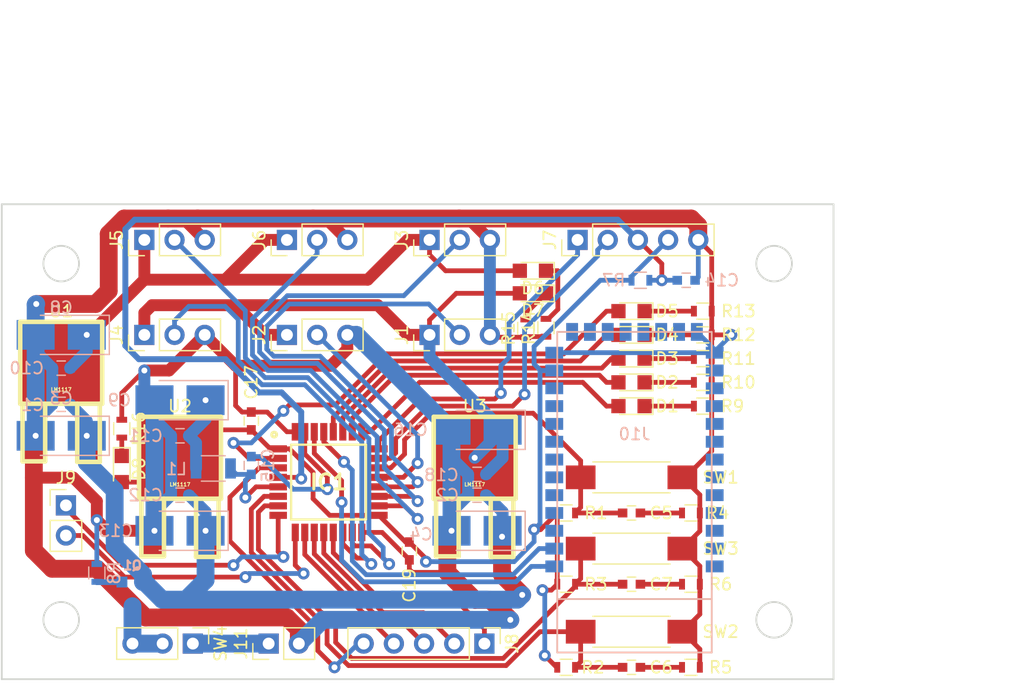
<source format=kicad_pcb>
(kicad_pcb (version 4) (host pcbnew 4.0.7)

  (general
    (links 133)
    (no_connects 3)
    (area 219.924999 63.300001 309.85 121.747619)
    (thickness 1.6)
    (drawings 10)
    (tracks 533)
    (zones 0)
    (modules 64)
    (nets 47)
  )

  (page A4)
  (layers
    (0 F.Cu signal)
    (31 B.Cu signal)
    (32 B.Adhes user)
    (33 F.Adhes user)
    (34 B.Paste user)
    (35 F.Paste user)
    (36 B.SilkS user)
    (37 F.SilkS user)
    (38 B.Mask user)
    (39 F.Mask user)
    (40 Dwgs.User user)
    (41 Cmts.User user)
    (42 Eco1.User user)
    (43 Eco2.User user)
    (44 Edge.Cuts user)
    (45 Margin user)
    (46 B.CrtYd user)
    (47 F.CrtYd user)
    (48 B.Fab user)
    (49 F.Fab user)
  )

  (setup
    (last_trace_width 0.25)
    (user_trace_width 0.4)
    (user_trace_width 0.5)
    (user_trace_width 1)
    (user_trace_width 1.5)
    (trace_clearance 0.2)
    (zone_clearance 0.508)
    (zone_45_only no)
    (trace_min 0.2)
    (segment_width 0.2)
    (edge_width 0.15)
    (via_size 0.6)
    (via_drill 0.4)
    (via_min_size 0.4)
    (via_min_drill 0.3)
    (user_via 1 0.5)
    (uvia_size 0.3)
    (uvia_drill 0.1)
    (uvias_allowed no)
    (uvia_min_size 0.2)
    (uvia_min_drill 0.1)
    (pcb_text_width 0.3)
    (pcb_text_size 1.5 1.5)
    (mod_edge_width 0.15)
    (mod_text_size 1 1)
    (mod_text_width 0.15)
    (pad_size 0.9144 0.9144)
    (pad_drill 0)
    (pad_to_mask_clearance 0.2)
    (aux_axis_origin 290 80)
    (grid_origin 290 80)
    (visible_elements 7FFFFFFF)
    (pcbplotparams
      (layerselection 0x010f0_80000001)
      (usegerberextensions false)
      (excludeedgelayer false)
      (linewidth 0.100000)
      (plotframeref false)
      (viasonmask false)
      (mode 1)
      (useauxorigin true)
      (hpglpennumber 1)
      (hpglpenspeed 20)
      (hpglpendiameter 15)
      (hpglpenoverlay 2)
      (psnegative false)
      (psa4output false)
      (plotreference true)
      (plotvalue false)
      (plotinvisibletext false)
      (padsonsilk false)
      (subtractmaskfromsilk false)
      (outputformat 1)
      (mirror false)
      (drillshape 0)
      (scaleselection 1)
      (outputdirectory Gerbery/))
  )

  (net 0 "")
  (net 1 GND)
  (net 2 VIN)
  (net 3 BUTTON1)
  (net 4 "Net-(C5-Pad1)")
  (net 5 BUTTON3)
  (net 6 "Net-(C6-Pad1)")
  (net 7 BUTTON2)
  (net 8 "Net-(C7-Pad1)")
  (net 9 5V1)
  (net 10 +3V3)
  (net 11 RESET)
  (net 12 "Net-(C15-Pad1)")
  (net 13 5V2)
  (net 14 LED1)
  (net 15 "Net-(D1-Pad1)")
  (net 16 LED2)
  (net 17 "Net-(D2-Pad1)")
  (net 18 LED3)
  (net 19 "Net-(D3-Pad1)")
  (net 20 LED4)
  (net 21 "Net-(D4-Pad1)")
  (net 22 LED5)
  (net 23 "Net-(D5-Pad1)")
  (net 24 OUT1)
  (net 25 USART_TX)
  (net 26 USART_RX)
  (net 27 ADC4)
  (net 28 ADC3)
  (net 29 ADC2)
  (net 30 ADC1)
  (net 31 PWM6)
  (net 32 PWM5)
  (net 33 PWM4)
  (net 34 PWM3)
  (net 35 PWM2)
  (net 36 PWM1)
  (net 37 SWDIO)
  (net 38 SWCLK)
  (net 39 BT_TX)
  (net 40 BT_RX)
  (net 41 "Net-(Q1-Pad1)")
  (net 42 "Net-(Q1-Pad2)")
  (net 43 VCC)
  (net 44 "Net-(D6-Pad1)")
  (net 45 "Net-(D7-Pad1)")
  (net 46 "Net-(D8-Pad1)")

  (net_class Default "To jest domyślna klasa połączeń."
    (clearance 0.2)
    (trace_width 0.25)
    (via_dia 0.6)
    (via_drill 0.4)
    (uvia_dia 0.3)
    (uvia_drill 0.1)
    (add_net +3V3)
    (add_net 5V1)
    (add_net 5V2)
    (add_net ADC1)
    (add_net ADC2)
    (add_net ADC3)
    (add_net ADC4)
    (add_net BT_RX)
    (add_net BT_TX)
    (add_net BUTTON1)
    (add_net BUTTON2)
    (add_net BUTTON3)
    (add_net GND)
    (add_net LED1)
    (add_net LED2)
    (add_net LED3)
    (add_net LED4)
    (add_net LED5)
    (add_net "Net-(C15-Pad1)")
    (add_net "Net-(C5-Pad1)")
    (add_net "Net-(C6-Pad1)")
    (add_net "Net-(C7-Pad1)")
    (add_net "Net-(D1-Pad1)")
    (add_net "Net-(D2-Pad1)")
    (add_net "Net-(D3-Pad1)")
    (add_net "Net-(D4-Pad1)")
    (add_net "Net-(D5-Pad1)")
    (add_net "Net-(D6-Pad1)")
    (add_net "Net-(D7-Pad1)")
    (add_net "Net-(D8-Pad1)")
    (add_net "Net-(Q1-Pad1)")
    (add_net "Net-(Q1-Pad2)")
    (add_net OUT1)
    (add_net PWM1)
    (add_net PWM2)
    (add_net PWM3)
    (add_net PWM4)
    (add_net PWM5)
    (add_net PWM6)
    (add_net RESET)
    (add_net SWCLK)
    (add_net SWDIO)
    (add_net USART_RX)
    (add_net USART_TX)
    (add_net VCC)
    (add_net VIN)
  )

  (module Capacitors_SMD:C_0603 (layer B.Cu) (tedit 59958EE7) (tstamp 5CA53939)
    (at 225 96.85 180)
    (descr "Capacitor SMD 0603, reflow soldering, AVX (see smccp.pdf)")
    (tags "capacitor 0603")
    (path /5CA4F871)
    (attr smd)
    (fp_text reference C1 (at 2.4 -0.05 180) (layer B.SilkS)
      (effects (font (size 1 1) (thickness 0.15)) (justify mirror))
    )
    (fp_text value 100nF (at 0 -1.5 180) (layer B.Fab)
      (effects (font (size 1 1) (thickness 0.15)) (justify mirror))
    )
    (fp_line (start 1.4 -0.65) (end -1.4 -0.65) (layer B.CrtYd) (width 0.05))
    (fp_line (start 1.4 -0.65) (end 1.4 0.65) (layer B.CrtYd) (width 0.05))
    (fp_line (start -1.4 0.65) (end -1.4 -0.65) (layer B.CrtYd) (width 0.05))
    (fp_line (start -1.4 0.65) (end 1.4 0.65) (layer B.CrtYd) (width 0.05))
    (fp_line (start 0.35 -0.6) (end -0.35 -0.6) (layer B.SilkS) (width 0.12))
    (fp_line (start -0.35 0.6) (end 0.35 0.6) (layer B.SilkS) (width 0.12))
    (fp_line (start -0.8 0.4) (end 0.8 0.4) (layer B.Fab) (width 0.1))
    (fp_line (start 0.8 0.4) (end 0.8 -0.4) (layer B.Fab) (width 0.1))
    (fp_line (start 0.8 -0.4) (end -0.8 -0.4) (layer B.Fab) (width 0.1))
    (fp_line (start -0.8 -0.4) (end -0.8 0.4) (layer B.Fab) (width 0.1))
    (fp_text user %R (at 0 0 180) (layer B.Fab)
      (effects (font (size 0.3 0.3) (thickness 0.075)) (justify mirror))
    )
    (pad 2 smd rect (at 0.75 0 180) (size 0.8 0.75) (layers B.Cu B.Paste B.Mask)
      (net 1 GND))
    (pad 1 smd rect (at -0.75 0 180) (size 0.8 0.75) (layers B.Cu B.Paste B.Mask)
      (net 2 VIN))
    (model Capacitors_SMD.3dshapes/C_0603.wrl
      (at (xyz 0 0 0))
      (scale (xyz 1 1 1))
      (rotate (xyz 0 0 0))
    )
  )

  (module Capacitors_SMD:C_0603 (layer B.Cu) (tedit 59958EE7) (tstamp 5CA5393F)
    (at 260 104.5 180)
    (descr "Capacitor SMD 0603, reflow soldering, AVX (see smccp.pdf)")
    (tags "capacitor 0603")
    (path /5CA4FC46)
    (attr smd)
    (fp_text reference C2 (at 2.5 0 180) (layer B.SilkS)
      (effects (font (size 1 1) (thickness 0.15)) (justify mirror))
    )
    (fp_text value 100nF (at 0 -1.5 180) (layer B.Fab)
      (effects (font (size 1 1) (thickness 0.15)) (justify mirror))
    )
    (fp_line (start 1.4 -0.65) (end -1.4 -0.65) (layer B.CrtYd) (width 0.05))
    (fp_line (start 1.4 -0.65) (end 1.4 0.65) (layer B.CrtYd) (width 0.05))
    (fp_line (start -1.4 0.65) (end -1.4 -0.65) (layer B.CrtYd) (width 0.05))
    (fp_line (start -1.4 0.65) (end 1.4 0.65) (layer B.CrtYd) (width 0.05))
    (fp_line (start 0.35 -0.6) (end -0.35 -0.6) (layer B.SilkS) (width 0.12))
    (fp_line (start -0.35 0.6) (end 0.35 0.6) (layer B.SilkS) (width 0.12))
    (fp_line (start -0.8 0.4) (end 0.8 0.4) (layer B.Fab) (width 0.1))
    (fp_line (start 0.8 0.4) (end 0.8 -0.4) (layer B.Fab) (width 0.1))
    (fp_line (start 0.8 -0.4) (end -0.8 -0.4) (layer B.Fab) (width 0.1))
    (fp_line (start -0.8 -0.4) (end -0.8 0.4) (layer B.Fab) (width 0.1))
    (fp_text user %R (at 0 0 180) (layer B.Fab)
      (effects (font (size 0.3 0.3) (thickness 0.075)) (justify mirror))
    )
    (pad 2 smd rect (at 0.75 0 180) (size 0.8 0.75) (layers B.Cu B.Paste B.Mask)
      (net 1 GND))
    (pad 1 smd rect (at -0.75 0 180) (size 0.8 0.75) (layers B.Cu B.Paste B.Mask)
      (net 2 VIN))
    (model Capacitors_SMD.3dshapes/C_0603.wrl
      (at (xyz 0 0 0))
      (scale (xyz 1 1 1))
      (rotate (xyz 0 0 0))
    )
  )

  (module Capacitors_Tantalum_SMD:CP_Tantalum_Case-B_EIA-3528-21_Hand (layer B.Cu) (tedit 58CC8C08) (tstamp 5CA53945)
    (at 225 99.5 180)
    (descr "Tantalum capacitor, Case B, EIA 3528-21, 3.5x2.8x1.9mm, Hand soldering footprint")
    (tags "capacitor tantalum smd")
    (path /5CA4F916)
    (attr smd)
    (fp_text reference C3 (at 0 3.15 180) (layer B.SilkS)
      (effects (font (size 1 1) (thickness 0.15)) (justify mirror))
    )
    (fp_text value 10uF (at 0 -3.15 180) (layer B.Fab)
      (effects (font (size 1 1) (thickness 0.15)) (justify mirror))
    )
    (fp_text user %R (at 0 0 180) (layer B.Fab)
      (effects (font (size 0.8 0.8) (thickness 0.12)) (justify mirror))
    )
    (fp_line (start -4.15 1.75) (end -4.15 -1.75) (layer B.CrtYd) (width 0.05))
    (fp_line (start -4.15 -1.75) (end 4.15 -1.75) (layer B.CrtYd) (width 0.05))
    (fp_line (start 4.15 -1.75) (end 4.15 1.75) (layer B.CrtYd) (width 0.05))
    (fp_line (start 4.15 1.75) (end -4.15 1.75) (layer B.CrtYd) (width 0.05))
    (fp_line (start -1.75 1.4) (end -1.75 -1.4) (layer B.Fab) (width 0.1))
    (fp_line (start -1.75 -1.4) (end 1.75 -1.4) (layer B.Fab) (width 0.1))
    (fp_line (start 1.75 -1.4) (end 1.75 1.4) (layer B.Fab) (width 0.1))
    (fp_line (start 1.75 1.4) (end -1.75 1.4) (layer B.Fab) (width 0.1))
    (fp_line (start -1.4 1.4) (end -1.4 -1.4) (layer B.Fab) (width 0.1))
    (fp_line (start -1.225 1.4) (end -1.225 -1.4) (layer B.Fab) (width 0.1))
    (fp_line (start -4.05 1.65) (end 1.75 1.65) (layer B.SilkS) (width 0.12))
    (fp_line (start -4.05 -1.65) (end 1.75 -1.65) (layer B.SilkS) (width 0.12))
    (fp_line (start -4.05 1.65) (end -4.05 -1.65) (layer B.SilkS) (width 0.12))
    (pad 1 smd rect (at -2.15 0 180) (size 3.2 2.5) (layers B.Cu B.Paste B.Mask)
      (net 2 VIN))
    (pad 2 smd rect (at 2.15 0 180) (size 3.2 2.5) (layers B.Cu B.Paste B.Mask)
      (net 1 GND))
    (model Capacitors_Tantalum_SMD.3dshapes/CP_Tantalum_Case-B_EIA-3528-21.wrl
      (at (xyz 0 0 0))
      (scale (xyz 1 1 1))
      (rotate (xyz 0 0 0))
    )
  )

  (module Capacitors_Tantalum_SMD:CP_Tantalum_Case-B_EIA-3528-21_Hand (layer B.Cu) (tedit 58CC8C08) (tstamp 5CA5394B)
    (at 260 107.5 180)
    (descr "Tantalum capacitor, Case B, EIA 3528-21, 3.5x2.8x1.9mm, Hand soldering footprint")
    (tags "capacitor tantalum smd")
    (path /5CA4FC58)
    (attr smd)
    (fp_text reference C4 (at 4.7 -0.3 180) (layer B.SilkS)
      (effects (font (size 1 1) (thickness 0.15)) (justify mirror))
    )
    (fp_text value 10uF (at 0 -3.15 180) (layer B.Fab)
      (effects (font (size 1 1) (thickness 0.15)) (justify mirror))
    )
    (fp_text user %R (at 0 0 180) (layer B.Fab)
      (effects (font (size 0.8 0.8) (thickness 0.12)) (justify mirror))
    )
    (fp_line (start -4.15 1.75) (end -4.15 -1.75) (layer B.CrtYd) (width 0.05))
    (fp_line (start -4.15 -1.75) (end 4.15 -1.75) (layer B.CrtYd) (width 0.05))
    (fp_line (start 4.15 -1.75) (end 4.15 1.75) (layer B.CrtYd) (width 0.05))
    (fp_line (start 4.15 1.75) (end -4.15 1.75) (layer B.CrtYd) (width 0.05))
    (fp_line (start -1.75 1.4) (end -1.75 -1.4) (layer B.Fab) (width 0.1))
    (fp_line (start -1.75 -1.4) (end 1.75 -1.4) (layer B.Fab) (width 0.1))
    (fp_line (start 1.75 -1.4) (end 1.75 1.4) (layer B.Fab) (width 0.1))
    (fp_line (start 1.75 1.4) (end -1.75 1.4) (layer B.Fab) (width 0.1))
    (fp_line (start -1.4 1.4) (end -1.4 -1.4) (layer B.Fab) (width 0.1))
    (fp_line (start -1.225 1.4) (end -1.225 -1.4) (layer B.Fab) (width 0.1))
    (fp_line (start -4.05 1.65) (end 1.75 1.65) (layer B.SilkS) (width 0.12))
    (fp_line (start -4.05 -1.65) (end 1.75 -1.65) (layer B.SilkS) (width 0.12))
    (fp_line (start -4.05 1.65) (end -4.05 -1.65) (layer B.SilkS) (width 0.12))
    (pad 1 smd rect (at -2.15 0 180) (size 3.2 2.5) (layers B.Cu B.Paste B.Mask)
      (net 2 VIN))
    (pad 2 smd rect (at 2.15 0 180) (size 3.2 2.5) (layers B.Cu B.Paste B.Mask)
      (net 1 GND))
    (model Capacitors_Tantalum_SMD.3dshapes/CP_Tantalum_Case-B_EIA-3528-21.wrl
      (at (xyz 0 0 0))
      (scale (xyz 1 1 1))
      (rotate (xyz 0 0 0))
    )
  )

  (module Capacitors_SMD:C_0603 (layer F.Cu) (tedit 59958EE7) (tstamp 5CA53951)
    (at 273 106 180)
    (descr "Capacitor SMD 0603, reflow soldering, AVX (see smccp.pdf)")
    (tags "capacitor 0603")
    (path /5CA55194)
    (attr smd)
    (fp_text reference C5 (at -2.5 0 180) (layer F.SilkS)
      (effects (font (size 1 1) (thickness 0.15)))
    )
    (fp_text value 100nF (at 0 1.5 180) (layer F.Fab)
      (effects (font (size 1 1) (thickness 0.15)))
    )
    (fp_line (start 1.4 0.65) (end -1.4 0.65) (layer F.CrtYd) (width 0.05))
    (fp_line (start 1.4 0.65) (end 1.4 -0.65) (layer F.CrtYd) (width 0.05))
    (fp_line (start -1.4 -0.65) (end -1.4 0.65) (layer F.CrtYd) (width 0.05))
    (fp_line (start -1.4 -0.65) (end 1.4 -0.65) (layer F.CrtYd) (width 0.05))
    (fp_line (start 0.35 0.6) (end -0.35 0.6) (layer F.SilkS) (width 0.12))
    (fp_line (start -0.35 -0.6) (end 0.35 -0.6) (layer F.SilkS) (width 0.12))
    (fp_line (start -0.8 -0.4) (end 0.8 -0.4) (layer F.Fab) (width 0.1))
    (fp_line (start 0.8 -0.4) (end 0.8 0.4) (layer F.Fab) (width 0.1))
    (fp_line (start 0.8 0.4) (end -0.8 0.4) (layer F.Fab) (width 0.1))
    (fp_line (start -0.8 0.4) (end -0.8 -0.4) (layer F.Fab) (width 0.1))
    (fp_text user %R (at 0 0 180) (layer F.Fab)
      (effects (font (size 0.3 0.3) (thickness 0.075)))
    )
    (pad 2 smd rect (at 0.75 0 180) (size 0.8 0.75) (layers F.Cu F.Paste F.Mask)
      (net 3 BUTTON1))
    (pad 1 smd rect (at -0.75 0 180) (size 0.8 0.75) (layers F.Cu F.Paste F.Mask)
      (net 4 "Net-(C5-Pad1)"))
    (model Capacitors_SMD.3dshapes/C_0603.wrl
      (at (xyz 0 0 0))
      (scale (xyz 1 1 1))
      (rotate (xyz 0 0 0))
    )
  )

  (module Capacitors_SMD:C_0603 (layer F.Cu) (tedit 59958EE7) (tstamp 5CA53957)
    (at 273 119 180)
    (descr "Capacitor SMD 0603, reflow soldering, AVX (see smccp.pdf)")
    (tags "capacitor 0603")
    (path /5CA55E19)
    (attr smd)
    (fp_text reference C6 (at -2.5 0 180) (layer F.SilkS)
      (effects (font (size 1 1) (thickness 0.15)))
    )
    (fp_text value 100nF (at 0 1.5 180) (layer F.Fab)
      (effects (font (size 1 1) (thickness 0.15)))
    )
    (fp_line (start 1.4 0.65) (end -1.4 0.65) (layer F.CrtYd) (width 0.05))
    (fp_line (start 1.4 0.65) (end 1.4 -0.65) (layer F.CrtYd) (width 0.05))
    (fp_line (start -1.4 -0.65) (end -1.4 0.65) (layer F.CrtYd) (width 0.05))
    (fp_line (start -1.4 -0.65) (end 1.4 -0.65) (layer F.CrtYd) (width 0.05))
    (fp_line (start 0.35 0.6) (end -0.35 0.6) (layer F.SilkS) (width 0.12))
    (fp_line (start -0.35 -0.6) (end 0.35 -0.6) (layer F.SilkS) (width 0.12))
    (fp_line (start -0.8 -0.4) (end 0.8 -0.4) (layer F.Fab) (width 0.1))
    (fp_line (start 0.8 -0.4) (end 0.8 0.4) (layer F.Fab) (width 0.1))
    (fp_line (start 0.8 0.4) (end -0.8 0.4) (layer F.Fab) (width 0.1))
    (fp_line (start -0.8 0.4) (end -0.8 -0.4) (layer F.Fab) (width 0.1))
    (fp_text user %R (at 0 0 180) (layer F.Fab)
      (effects (font (size 0.3 0.3) (thickness 0.075)))
    )
    (pad 2 smd rect (at 0.75 0 180) (size 0.8 0.75) (layers F.Cu F.Paste F.Mask)
      (net 5 BUTTON3))
    (pad 1 smd rect (at -0.75 0 180) (size 0.8 0.75) (layers F.Cu F.Paste F.Mask)
      (net 6 "Net-(C6-Pad1)"))
    (model Capacitors_SMD.3dshapes/C_0603.wrl
      (at (xyz 0 0 0))
      (scale (xyz 1 1 1))
      (rotate (xyz 0 0 0))
    )
  )

  (module Capacitors_SMD:C_0603 (layer F.Cu) (tedit 59958EE7) (tstamp 5CA5395D)
    (at 273 112 180)
    (descr "Capacitor SMD 0603, reflow soldering, AVX (see smccp.pdf)")
    (tags "capacitor 0603")
    (path /5CA55B81)
    (attr smd)
    (fp_text reference C7 (at -2.5 0 180) (layer F.SilkS)
      (effects (font (size 1 1) (thickness 0.15)))
    )
    (fp_text value 100nF (at 0 1.5 180) (layer F.Fab)
      (effects (font (size 1 1) (thickness 0.15)))
    )
    (fp_line (start 1.4 0.65) (end -1.4 0.65) (layer F.CrtYd) (width 0.05))
    (fp_line (start 1.4 0.65) (end 1.4 -0.65) (layer F.CrtYd) (width 0.05))
    (fp_line (start -1.4 -0.65) (end -1.4 0.65) (layer F.CrtYd) (width 0.05))
    (fp_line (start -1.4 -0.65) (end 1.4 -0.65) (layer F.CrtYd) (width 0.05))
    (fp_line (start 0.35 0.6) (end -0.35 0.6) (layer F.SilkS) (width 0.12))
    (fp_line (start -0.35 -0.6) (end 0.35 -0.6) (layer F.SilkS) (width 0.12))
    (fp_line (start -0.8 -0.4) (end 0.8 -0.4) (layer F.Fab) (width 0.1))
    (fp_line (start 0.8 -0.4) (end 0.8 0.4) (layer F.Fab) (width 0.1))
    (fp_line (start 0.8 0.4) (end -0.8 0.4) (layer F.Fab) (width 0.1))
    (fp_line (start -0.8 0.4) (end -0.8 -0.4) (layer F.Fab) (width 0.1))
    (fp_text user %R (at 0 0 180) (layer F.Fab)
      (effects (font (size 0.3 0.3) (thickness 0.075)))
    )
    (pad 2 smd rect (at 0.75 0 180) (size 0.8 0.75) (layers F.Cu F.Paste F.Mask)
      (net 7 BUTTON2))
    (pad 1 smd rect (at -0.75 0 180) (size 0.8 0.75) (layers F.Cu F.Paste F.Mask)
      (net 8 "Net-(C7-Pad1)"))
    (model Capacitors_SMD.3dshapes/C_0603.wrl
      (at (xyz 0 0 0))
      (scale (xyz 1 1 1))
      (rotate (xyz 0 0 0))
    )
  )

  (module Capacitors_Tantalum_SMD:CP_Tantalum_Case-B_EIA-3528-21_Hand (layer B.Cu) (tedit 58CC8C08) (tstamp 5CA53963)
    (at 225 91 180)
    (descr "Tantalum capacitor, Case B, EIA 3528-21, 3.5x2.8x1.9mm, Hand soldering footprint")
    (tags "capacitor tantalum smd")
    (path /5CA4F8EF)
    (attr smd)
    (fp_text reference C8 (at 0 2.3 180) (layer B.SilkS)
      (effects (font (size 1 1) (thickness 0.15)) (justify mirror))
    )
    (fp_text value 10uF (at 0 -3.15 180) (layer B.Fab)
      (effects (font (size 1 1) (thickness 0.15)) (justify mirror))
    )
    (fp_text user %R (at 0 0 180) (layer B.Fab)
      (effects (font (size 0.8 0.8) (thickness 0.12)) (justify mirror))
    )
    (fp_line (start -4.15 1.75) (end -4.15 -1.75) (layer B.CrtYd) (width 0.05))
    (fp_line (start -4.15 -1.75) (end 4.15 -1.75) (layer B.CrtYd) (width 0.05))
    (fp_line (start 4.15 -1.75) (end 4.15 1.75) (layer B.CrtYd) (width 0.05))
    (fp_line (start 4.15 1.75) (end -4.15 1.75) (layer B.CrtYd) (width 0.05))
    (fp_line (start -1.75 1.4) (end -1.75 -1.4) (layer B.Fab) (width 0.1))
    (fp_line (start -1.75 -1.4) (end 1.75 -1.4) (layer B.Fab) (width 0.1))
    (fp_line (start 1.75 -1.4) (end 1.75 1.4) (layer B.Fab) (width 0.1))
    (fp_line (start 1.75 1.4) (end -1.75 1.4) (layer B.Fab) (width 0.1))
    (fp_line (start -1.4 1.4) (end -1.4 -1.4) (layer B.Fab) (width 0.1))
    (fp_line (start -1.225 1.4) (end -1.225 -1.4) (layer B.Fab) (width 0.1))
    (fp_line (start -4.05 1.65) (end 1.75 1.65) (layer B.SilkS) (width 0.12))
    (fp_line (start -4.05 -1.65) (end 1.75 -1.65) (layer B.SilkS) (width 0.12))
    (fp_line (start -4.05 1.65) (end -4.05 -1.65) (layer B.SilkS) (width 0.12))
    (pad 1 smd rect (at -2.15 0 180) (size 3.2 2.5) (layers B.Cu B.Paste B.Mask)
      (net 9 5V1))
    (pad 2 smd rect (at 2.15 0 180) (size 3.2 2.5) (layers B.Cu B.Paste B.Mask)
      (net 1 GND))
    (model Capacitors_Tantalum_SMD.3dshapes/CP_Tantalum_Case-B_EIA-3528-21.wrl
      (at (xyz 0 0 0))
      (scale (xyz 1 1 1))
      (rotate (xyz 0 0 0))
    )
  )

  (module Capacitors_Tantalum_SMD:CP_Tantalum_Case-B_EIA-3528-21_Hand (layer B.Cu) (tedit 58CC8C08) (tstamp 5CA53969)
    (at 235 96.5 180)
    (descr "Tantalum capacitor, Case B, EIA 3528-21, 3.5x2.8x1.9mm, Hand soldering footprint")
    (tags "capacitor tantalum smd")
    (path /5CA4FC52)
    (attr smd)
    (fp_text reference C9 (at 5.1 0 180) (layer B.SilkS)
      (effects (font (size 1 1) (thickness 0.15)) (justify mirror))
    )
    (fp_text value 10uF (at 0 -3.15 180) (layer B.Fab)
      (effects (font (size 1 1) (thickness 0.15)) (justify mirror))
    )
    (fp_text user %R (at 0 0 180) (layer B.Fab)
      (effects (font (size 0.8 0.8) (thickness 0.12)) (justify mirror))
    )
    (fp_line (start -4.15 1.75) (end -4.15 -1.75) (layer B.CrtYd) (width 0.05))
    (fp_line (start -4.15 -1.75) (end 4.15 -1.75) (layer B.CrtYd) (width 0.05))
    (fp_line (start 4.15 -1.75) (end 4.15 1.75) (layer B.CrtYd) (width 0.05))
    (fp_line (start 4.15 1.75) (end -4.15 1.75) (layer B.CrtYd) (width 0.05))
    (fp_line (start -1.75 1.4) (end -1.75 -1.4) (layer B.Fab) (width 0.1))
    (fp_line (start -1.75 -1.4) (end 1.75 -1.4) (layer B.Fab) (width 0.1))
    (fp_line (start 1.75 -1.4) (end 1.75 1.4) (layer B.Fab) (width 0.1))
    (fp_line (start 1.75 1.4) (end -1.75 1.4) (layer B.Fab) (width 0.1))
    (fp_line (start -1.4 1.4) (end -1.4 -1.4) (layer B.Fab) (width 0.1))
    (fp_line (start -1.225 1.4) (end -1.225 -1.4) (layer B.Fab) (width 0.1))
    (fp_line (start -4.05 1.65) (end 1.75 1.65) (layer B.SilkS) (width 0.12))
    (fp_line (start -4.05 -1.65) (end 1.75 -1.65) (layer B.SilkS) (width 0.12))
    (fp_line (start -4.05 1.65) (end -4.05 -1.65) (layer B.SilkS) (width 0.12))
    (pad 1 smd rect (at -2.15 0 180) (size 3.2 2.5) (layers B.Cu B.Paste B.Mask)
      (net 10 +3V3))
    (pad 2 smd rect (at 2.15 0 180) (size 3.2 2.5) (layers B.Cu B.Paste B.Mask)
      (net 1 GND))
    (model Capacitors_Tantalum_SMD.3dshapes/CP_Tantalum_Case-B_EIA-3528-21.wrl
      (at (xyz 0 0 0))
      (scale (xyz 1 1 1))
      (rotate (xyz 0 0 0))
    )
  )

  (module Capacitors_SMD:C_0603 (layer B.Cu) (tedit 59958EE7) (tstamp 5CA5396F)
    (at 225 93.8 180)
    (descr "Capacitor SMD 0603, reflow soldering, AVX (see smccp.pdf)")
    (tags "capacitor 0603")
    (path /5CA4F8A6)
    (attr smd)
    (fp_text reference C10 (at 2.9 0 180) (layer B.SilkS)
      (effects (font (size 1 1) (thickness 0.15)) (justify mirror))
    )
    (fp_text value 100nF (at 0 -1.5 180) (layer B.Fab)
      (effects (font (size 1 1) (thickness 0.15)) (justify mirror))
    )
    (fp_line (start 1.4 -0.65) (end -1.4 -0.65) (layer B.CrtYd) (width 0.05))
    (fp_line (start 1.4 -0.65) (end 1.4 0.65) (layer B.CrtYd) (width 0.05))
    (fp_line (start -1.4 0.65) (end -1.4 -0.65) (layer B.CrtYd) (width 0.05))
    (fp_line (start -1.4 0.65) (end 1.4 0.65) (layer B.CrtYd) (width 0.05))
    (fp_line (start 0.35 -0.6) (end -0.35 -0.6) (layer B.SilkS) (width 0.12))
    (fp_line (start -0.35 0.6) (end 0.35 0.6) (layer B.SilkS) (width 0.12))
    (fp_line (start -0.8 0.4) (end 0.8 0.4) (layer B.Fab) (width 0.1))
    (fp_line (start 0.8 0.4) (end 0.8 -0.4) (layer B.Fab) (width 0.1))
    (fp_line (start 0.8 -0.4) (end -0.8 -0.4) (layer B.Fab) (width 0.1))
    (fp_line (start -0.8 -0.4) (end -0.8 0.4) (layer B.Fab) (width 0.1))
    (fp_text user %R (at 0 0 180) (layer B.Fab)
      (effects (font (size 0.3 0.3) (thickness 0.075)) (justify mirror))
    )
    (pad 2 smd rect (at 0.75 0 180) (size 0.8 0.75) (layers B.Cu B.Paste B.Mask)
      (net 1 GND))
    (pad 1 smd rect (at -0.75 0 180) (size 0.8 0.75) (layers B.Cu B.Paste B.Mask)
      (net 9 5V1))
    (model Capacitors_SMD.3dshapes/C_0603.wrl
      (at (xyz 0 0 0))
      (scale (xyz 1 1 1))
      (rotate (xyz 0 0 0))
    )
  )

  (module Capacitors_SMD:C_0603 (layer B.Cu) (tedit 59958EE7) (tstamp 5CA53975)
    (at 235 99.5 180)
    (descr "Capacitor SMD 0603, reflow soldering, AVX (see smccp.pdf)")
    (tags "capacitor 0603")
    (path /5CA4FC4C)
    (attr smd)
    (fp_text reference C11 (at 2.9 0 180) (layer B.SilkS)
      (effects (font (size 1 1) (thickness 0.15)) (justify mirror))
    )
    (fp_text value 100nF (at 0 -1.5 180) (layer B.Fab)
      (effects (font (size 1 1) (thickness 0.15)) (justify mirror))
    )
    (fp_line (start 1.4 -0.65) (end -1.4 -0.65) (layer B.CrtYd) (width 0.05))
    (fp_line (start 1.4 -0.65) (end 1.4 0.65) (layer B.CrtYd) (width 0.05))
    (fp_line (start -1.4 0.65) (end -1.4 -0.65) (layer B.CrtYd) (width 0.05))
    (fp_line (start -1.4 0.65) (end 1.4 0.65) (layer B.CrtYd) (width 0.05))
    (fp_line (start 0.35 -0.6) (end -0.35 -0.6) (layer B.SilkS) (width 0.12))
    (fp_line (start -0.35 0.6) (end 0.35 0.6) (layer B.SilkS) (width 0.12))
    (fp_line (start -0.8 0.4) (end 0.8 0.4) (layer B.Fab) (width 0.1))
    (fp_line (start 0.8 0.4) (end 0.8 -0.4) (layer B.Fab) (width 0.1))
    (fp_line (start 0.8 -0.4) (end -0.8 -0.4) (layer B.Fab) (width 0.1))
    (fp_line (start -0.8 -0.4) (end -0.8 0.4) (layer B.Fab) (width 0.1))
    (fp_text user %R (at 0 0 180) (layer B.Fab)
      (effects (font (size 0.3 0.3) (thickness 0.075)) (justify mirror))
    )
    (pad 2 smd rect (at 0.75 0 180) (size 0.8 0.75) (layers B.Cu B.Paste B.Mask)
      (net 1 GND))
    (pad 1 smd rect (at -0.75 0 180) (size 0.8 0.75) (layers B.Cu B.Paste B.Mask)
      (net 10 +3V3))
    (model Capacitors_SMD.3dshapes/C_0603.wrl
      (at (xyz 0 0 0))
      (scale (xyz 1 1 1))
      (rotate (xyz 0 0 0))
    )
  )

  (module Capacitors_SMD:C_0603 (layer B.Cu) (tedit 59958EE7) (tstamp 5CA5397B)
    (at 235 104.5 180)
    (descr "Capacitor SMD 0603, reflow soldering, AVX (see smccp.pdf)")
    (tags "capacitor 0603")
    (path /5CA4FEF2)
    (attr smd)
    (fp_text reference C12 (at 2.9 0 180) (layer B.SilkS)
      (effects (font (size 1 1) (thickness 0.15)) (justify mirror))
    )
    (fp_text value 100nF (at 0 -1.5 180) (layer B.Fab)
      (effects (font (size 1 1) (thickness 0.15)) (justify mirror))
    )
    (fp_line (start 1.4 -0.65) (end -1.4 -0.65) (layer B.CrtYd) (width 0.05))
    (fp_line (start 1.4 -0.65) (end 1.4 0.65) (layer B.CrtYd) (width 0.05))
    (fp_line (start -1.4 0.65) (end -1.4 -0.65) (layer B.CrtYd) (width 0.05))
    (fp_line (start -1.4 0.65) (end 1.4 0.65) (layer B.CrtYd) (width 0.05))
    (fp_line (start 0.35 -0.6) (end -0.35 -0.6) (layer B.SilkS) (width 0.12))
    (fp_line (start -0.35 0.6) (end 0.35 0.6) (layer B.SilkS) (width 0.12))
    (fp_line (start -0.8 0.4) (end 0.8 0.4) (layer B.Fab) (width 0.1))
    (fp_line (start 0.8 0.4) (end 0.8 -0.4) (layer B.Fab) (width 0.1))
    (fp_line (start 0.8 -0.4) (end -0.8 -0.4) (layer B.Fab) (width 0.1))
    (fp_line (start -0.8 -0.4) (end -0.8 0.4) (layer B.Fab) (width 0.1))
    (fp_text user %R (at 0 0 180) (layer B.Fab)
      (effects (font (size 0.3 0.3) (thickness 0.075)) (justify mirror))
    )
    (pad 2 smd rect (at 0.75 0 180) (size 0.8 0.75) (layers B.Cu B.Paste B.Mask)
      (net 1 GND))
    (pad 1 smd rect (at -0.75 0 180) (size 0.8 0.75) (layers B.Cu B.Paste B.Mask)
      (net 2 VIN))
    (model Capacitors_SMD.3dshapes/C_0603.wrl
      (at (xyz 0 0 0))
      (scale (xyz 1 1 1))
      (rotate (xyz 0 0 0))
    )
  )

  (module Capacitors_Tantalum_SMD:CP_Tantalum_Case-B_EIA-3528-21_Hand (layer B.Cu) (tedit 58CC8C08) (tstamp 5CA53981)
    (at 235 107.5 180)
    (descr "Tantalum capacitor, Case B, EIA 3528-21, 3.5x2.8x1.9mm, Hand soldering footprint")
    (tags "capacitor tantalum smd")
    (path /5CA4FF04)
    (attr smd)
    (fp_text reference C13 (at 5.4 0 180) (layer B.SilkS)
      (effects (font (size 1 1) (thickness 0.15)) (justify mirror))
    )
    (fp_text value 10uF (at 0 -3.15 180) (layer B.Fab)
      (effects (font (size 1 1) (thickness 0.15)) (justify mirror))
    )
    (fp_text user %R (at 0 0 180) (layer B.Fab)
      (effects (font (size 0.8 0.8) (thickness 0.12)) (justify mirror))
    )
    (fp_line (start -4.15 1.75) (end -4.15 -1.75) (layer B.CrtYd) (width 0.05))
    (fp_line (start -4.15 -1.75) (end 4.15 -1.75) (layer B.CrtYd) (width 0.05))
    (fp_line (start 4.15 -1.75) (end 4.15 1.75) (layer B.CrtYd) (width 0.05))
    (fp_line (start 4.15 1.75) (end -4.15 1.75) (layer B.CrtYd) (width 0.05))
    (fp_line (start -1.75 1.4) (end -1.75 -1.4) (layer B.Fab) (width 0.1))
    (fp_line (start -1.75 -1.4) (end 1.75 -1.4) (layer B.Fab) (width 0.1))
    (fp_line (start 1.75 -1.4) (end 1.75 1.4) (layer B.Fab) (width 0.1))
    (fp_line (start 1.75 1.4) (end -1.75 1.4) (layer B.Fab) (width 0.1))
    (fp_line (start -1.4 1.4) (end -1.4 -1.4) (layer B.Fab) (width 0.1))
    (fp_line (start -1.225 1.4) (end -1.225 -1.4) (layer B.Fab) (width 0.1))
    (fp_line (start -4.05 1.65) (end 1.75 1.65) (layer B.SilkS) (width 0.12))
    (fp_line (start -4.05 -1.65) (end 1.75 -1.65) (layer B.SilkS) (width 0.12))
    (fp_line (start -4.05 1.65) (end -4.05 -1.65) (layer B.SilkS) (width 0.12))
    (pad 1 smd rect (at -2.15 0 180) (size 3.2 2.5) (layers B.Cu B.Paste B.Mask)
      (net 2 VIN))
    (pad 2 smd rect (at 2.15 0 180) (size 3.2 2.5) (layers B.Cu B.Paste B.Mask)
      (net 1 GND))
    (model Capacitors_Tantalum_SMD.3dshapes/CP_Tantalum_Case-B_EIA-3528-21.wrl
      (at (xyz 0 0 0))
      (scale (xyz 1 1 1))
      (rotate (xyz 0 0 0))
    )
  )

  (module Capacitors_SMD:C_0603 (layer B.Cu) (tedit 59958EE7) (tstamp 5CA53987)
    (at 277.6 86.4)
    (descr "Capacitor SMD 0603, reflow soldering, AVX (see smccp.pdf)")
    (tags "capacitor 0603")
    (path /5CA51002)
    (attr smd)
    (fp_text reference C14 (at 3 0) (layer B.SilkS)
      (effects (font (size 1 1) (thickness 0.15)) (justify mirror))
    )
    (fp_text value 100nF (at 0 -1.5) (layer B.Fab)
      (effects (font (size 1 1) (thickness 0.15)) (justify mirror))
    )
    (fp_line (start 1.4 -0.65) (end -1.4 -0.65) (layer B.CrtYd) (width 0.05))
    (fp_line (start 1.4 -0.65) (end 1.4 0.65) (layer B.CrtYd) (width 0.05))
    (fp_line (start -1.4 0.65) (end -1.4 -0.65) (layer B.CrtYd) (width 0.05))
    (fp_line (start -1.4 0.65) (end 1.4 0.65) (layer B.CrtYd) (width 0.05))
    (fp_line (start 0.35 -0.6) (end -0.35 -0.6) (layer B.SilkS) (width 0.12))
    (fp_line (start -0.35 0.6) (end 0.35 0.6) (layer B.SilkS) (width 0.12))
    (fp_line (start -0.8 0.4) (end 0.8 0.4) (layer B.Fab) (width 0.1))
    (fp_line (start 0.8 0.4) (end 0.8 -0.4) (layer B.Fab) (width 0.1))
    (fp_line (start 0.8 -0.4) (end -0.8 -0.4) (layer B.Fab) (width 0.1))
    (fp_line (start -0.8 -0.4) (end -0.8 0.4) (layer B.Fab) (width 0.1))
    (fp_text user %R (at 0 0) (layer B.Fab)
      (effects (font (size 0.3 0.3) (thickness 0.075)) (justify mirror))
    )
    (pad 2 smd rect (at 0.75 0) (size 0.8 0.75) (layers B.Cu B.Paste B.Mask)
      (net 1 GND))
    (pad 1 smd rect (at -0.75 0) (size 0.8 0.75) (layers B.Cu B.Paste B.Mask)
      (net 11 RESET))
    (model Capacitors_SMD.3dshapes/C_0603.wrl
      (at (xyz 0 0 0))
      (scale (xyz 1 1 1))
      (rotate (xyz 0 0 0))
    )
  )

  (module Capacitors_SMD:C_0603 (layer B.Cu) (tedit 59958EE7) (tstamp 5CA5398D)
    (at 241 102 90)
    (descr "Capacitor SMD 0603, reflow soldering, AVX (see smccp.pdf)")
    (tags "capacitor 0603")
    (path /5CA508A9)
    (attr smd)
    (fp_text reference C15 (at 0 1.4 90) (layer B.SilkS)
      (effects (font (size 1 1) (thickness 0.15)) (justify mirror))
    )
    (fp_text value 100nF (at 0 -1.5 90) (layer B.Fab)
      (effects (font (size 1 1) (thickness 0.15)) (justify mirror))
    )
    (fp_line (start 1.4 -0.65) (end -1.4 -0.65) (layer B.CrtYd) (width 0.05))
    (fp_line (start 1.4 -0.65) (end 1.4 0.65) (layer B.CrtYd) (width 0.05))
    (fp_line (start -1.4 0.65) (end -1.4 -0.65) (layer B.CrtYd) (width 0.05))
    (fp_line (start -1.4 0.65) (end 1.4 0.65) (layer B.CrtYd) (width 0.05))
    (fp_line (start 0.35 -0.6) (end -0.35 -0.6) (layer B.SilkS) (width 0.12))
    (fp_line (start -0.35 0.6) (end 0.35 0.6) (layer B.SilkS) (width 0.12))
    (fp_line (start -0.8 0.4) (end 0.8 0.4) (layer B.Fab) (width 0.1))
    (fp_line (start 0.8 0.4) (end 0.8 -0.4) (layer B.Fab) (width 0.1))
    (fp_line (start 0.8 -0.4) (end -0.8 -0.4) (layer B.Fab) (width 0.1))
    (fp_line (start -0.8 -0.4) (end -0.8 0.4) (layer B.Fab) (width 0.1))
    (fp_text user %R (at 0 0 90) (layer B.Fab)
      (effects (font (size 0.3 0.3) (thickness 0.075)) (justify mirror))
    )
    (pad 2 smd rect (at 0.75 0 90) (size 0.8 0.75) (layers B.Cu B.Paste B.Mask)
      (net 1 GND))
    (pad 1 smd rect (at -0.75 0 90) (size 0.8 0.75) (layers B.Cu B.Paste B.Mask)
      (net 12 "Net-(C15-Pad1)"))
    (model Capacitors_SMD.3dshapes/C_0603.wrl
      (at (xyz 0 0 0))
      (scale (xyz 1 1 1))
      (rotate (xyz 0 0 0))
    )
  )

  (module Capacitors_Tantalum_SMD:CP_Tantalum_Case-B_EIA-3528-21_Hand (layer B.Cu) (tedit 58CC8C08) (tstamp 5CA53993)
    (at 260 99 180)
    (descr "Tantalum capacitor, Case B, EIA 3528-21, 3.5x2.8x1.9mm, Hand soldering footprint")
    (tags "capacitor tantalum smd")
    (path /5CA4FEFE)
    (attr smd)
    (fp_text reference C16 (at 5.6 0 180) (layer B.SilkS)
      (effects (font (size 1 1) (thickness 0.15)) (justify mirror))
    )
    (fp_text value 10uF (at 0 -3.15 180) (layer B.Fab)
      (effects (font (size 1 1) (thickness 0.15)) (justify mirror))
    )
    (fp_text user %R (at 0 0 180) (layer B.Fab)
      (effects (font (size 0.8 0.8) (thickness 0.12)) (justify mirror))
    )
    (fp_line (start -4.15 1.75) (end -4.15 -1.75) (layer B.CrtYd) (width 0.05))
    (fp_line (start -4.15 -1.75) (end 4.15 -1.75) (layer B.CrtYd) (width 0.05))
    (fp_line (start 4.15 -1.75) (end 4.15 1.75) (layer B.CrtYd) (width 0.05))
    (fp_line (start 4.15 1.75) (end -4.15 1.75) (layer B.CrtYd) (width 0.05))
    (fp_line (start -1.75 1.4) (end -1.75 -1.4) (layer B.Fab) (width 0.1))
    (fp_line (start -1.75 -1.4) (end 1.75 -1.4) (layer B.Fab) (width 0.1))
    (fp_line (start 1.75 -1.4) (end 1.75 1.4) (layer B.Fab) (width 0.1))
    (fp_line (start 1.75 1.4) (end -1.75 1.4) (layer B.Fab) (width 0.1))
    (fp_line (start -1.4 1.4) (end -1.4 -1.4) (layer B.Fab) (width 0.1))
    (fp_line (start -1.225 1.4) (end -1.225 -1.4) (layer B.Fab) (width 0.1))
    (fp_line (start -4.05 1.65) (end 1.75 1.65) (layer B.SilkS) (width 0.12))
    (fp_line (start -4.05 -1.65) (end 1.75 -1.65) (layer B.SilkS) (width 0.12))
    (fp_line (start -4.05 1.65) (end -4.05 -1.65) (layer B.SilkS) (width 0.12))
    (pad 1 smd rect (at -2.15 0 180) (size 3.2 2.5) (layers B.Cu B.Paste B.Mask)
      (net 13 5V2))
    (pad 2 smd rect (at 2.15 0 180) (size 3.2 2.5) (layers B.Cu B.Paste B.Mask)
      (net 1 GND))
    (model Capacitors_Tantalum_SMD.3dshapes/CP_Tantalum_Case-B_EIA-3528-21.wrl
      (at (xyz 0 0 0))
      (scale (xyz 1 1 1))
      (rotate (xyz 0 0 0))
    )
  )

  (module Capacitors_SMD:C_0603 (layer F.Cu) (tedit 59958EE7) (tstamp 5CA53999)
    (at 241 98.25 90)
    (descr "Capacitor SMD 0603, reflow soldering, AVX (see smccp.pdf)")
    (tags "capacitor 0603")
    (path /5CA50530)
    (attr smd)
    (fp_text reference C17 (at 3.25 0 90) (layer F.SilkS)
      (effects (font (size 1 1) (thickness 0.15)))
    )
    (fp_text value 100nF (at 0 1.5 90) (layer F.Fab)
      (effects (font (size 1 1) (thickness 0.15)))
    )
    (fp_line (start 1.4 0.65) (end -1.4 0.65) (layer F.CrtYd) (width 0.05))
    (fp_line (start 1.4 0.65) (end 1.4 -0.65) (layer F.CrtYd) (width 0.05))
    (fp_line (start -1.4 -0.65) (end -1.4 0.65) (layer F.CrtYd) (width 0.05))
    (fp_line (start -1.4 -0.65) (end 1.4 -0.65) (layer F.CrtYd) (width 0.05))
    (fp_line (start 0.35 0.6) (end -0.35 0.6) (layer F.SilkS) (width 0.12))
    (fp_line (start -0.35 -0.6) (end 0.35 -0.6) (layer F.SilkS) (width 0.12))
    (fp_line (start -0.8 -0.4) (end 0.8 -0.4) (layer F.Fab) (width 0.1))
    (fp_line (start 0.8 -0.4) (end 0.8 0.4) (layer F.Fab) (width 0.1))
    (fp_line (start 0.8 0.4) (end -0.8 0.4) (layer F.Fab) (width 0.1))
    (fp_line (start -0.8 0.4) (end -0.8 -0.4) (layer F.Fab) (width 0.1))
    (fp_text user %R (at 0 0 90) (layer F.Fab)
      (effects (font (size 0.3 0.3) (thickness 0.075)))
    )
    (pad 2 smd rect (at 0.75 0 90) (size 0.8 0.75) (layers F.Cu F.Paste F.Mask)
      (net 1 GND))
    (pad 1 smd rect (at -0.75 0 90) (size 0.8 0.75) (layers F.Cu F.Paste F.Mask)
      (net 10 +3V3))
    (model Capacitors_SMD.3dshapes/C_0603.wrl
      (at (xyz 0 0 0))
      (scale (xyz 1 1 1))
      (rotate (xyz 0 0 0))
    )
  )

  (module Capacitors_SMD:C_0603 (layer B.Cu) (tedit 59958EE7) (tstamp 5CA5399F)
    (at 260 102.75 180)
    (descr "Capacitor SMD 0603, reflow soldering, AVX (see smccp.pdf)")
    (tags "capacitor 0603")
    (path /5CA4FEF8)
    (attr smd)
    (fp_text reference C18 (at 3 -0.05 180) (layer B.SilkS)
      (effects (font (size 1 1) (thickness 0.15)) (justify mirror))
    )
    (fp_text value 100nF (at 0 -1.5 180) (layer B.Fab)
      (effects (font (size 1 1) (thickness 0.15)) (justify mirror))
    )
    (fp_line (start 1.4 -0.65) (end -1.4 -0.65) (layer B.CrtYd) (width 0.05))
    (fp_line (start 1.4 -0.65) (end 1.4 0.65) (layer B.CrtYd) (width 0.05))
    (fp_line (start -1.4 0.65) (end -1.4 -0.65) (layer B.CrtYd) (width 0.05))
    (fp_line (start -1.4 0.65) (end 1.4 0.65) (layer B.CrtYd) (width 0.05))
    (fp_line (start 0.35 -0.6) (end -0.35 -0.6) (layer B.SilkS) (width 0.12))
    (fp_line (start -0.35 0.6) (end 0.35 0.6) (layer B.SilkS) (width 0.12))
    (fp_line (start -0.8 0.4) (end 0.8 0.4) (layer B.Fab) (width 0.1))
    (fp_line (start 0.8 0.4) (end 0.8 -0.4) (layer B.Fab) (width 0.1))
    (fp_line (start 0.8 -0.4) (end -0.8 -0.4) (layer B.Fab) (width 0.1))
    (fp_line (start -0.8 -0.4) (end -0.8 0.4) (layer B.Fab) (width 0.1))
    (fp_text user %R (at 0 0 180) (layer B.Fab)
      (effects (font (size 0.3 0.3) (thickness 0.075)) (justify mirror))
    )
    (pad 2 smd rect (at 0.75 0 180) (size 0.8 0.75) (layers B.Cu B.Paste B.Mask)
      (net 1 GND))
    (pad 1 smd rect (at -0.75 0 180) (size 0.8 0.75) (layers B.Cu B.Paste B.Mask)
      (net 13 5V2))
    (model Capacitors_SMD.3dshapes/C_0603.wrl
      (at (xyz 0 0 0))
      (scale (xyz 1 1 1))
      (rotate (xyz 0 0 0))
    )
  )

  (module Capacitors_SMD:C_0603 (layer F.Cu) (tedit 59958EE7) (tstamp 5CA539A5)
    (at 254.3 109.2 90)
    (descr "Capacitor SMD 0603, reflow soldering, AVX (see smccp.pdf)")
    (tags "capacitor 0603")
    (path /5CA502E8)
    (attr smd)
    (fp_text reference C19 (at -2.9 0 90) (layer F.SilkS)
      (effects (font (size 1 1) (thickness 0.15)))
    )
    (fp_text value 100nF (at 0 1.5 90) (layer F.Fab)
      (effects (font (size 1 1) (thickness 0.15)))
    )
    (fp_line (start 1.4 0.65) (end -1.4 0.65) (layer F.CrtYd) (width 0.05))
    (fp_line (start 1.4 0.65) (end 1.4 -0.65) (layer F.CrtYd) (width 0.05))
    (fp_line (start -1.4 -0.65) (end -1.4 0.65) (layer F.CrtYd) (width 0.05))
    (fp_line (start -1.4 -0.65) (end 1.4 -0.65) (layer F.CrtYd) (width 0.05))
    (fp_line (start 0.35 0.6) (end -0.35 0.6) (layer F.SilkS) (width 0.12))
    (fp_line (start -0.35 -0.6) (end 0.35 -0.6) (layer F.SilkS) (width 0.12))
    (fp_line (start -0.8 -0.4) (end 0.8 -0.4) (layer F.Fab) (width 0.1))
    (fp_line (start 0.8 -0.4) (end 0.8 0.4) (layer F.Fab) (width 0.1))
    (fp_line (start 0.8 0.4) (end -0.8 0.4) (layer F.Fab) (width 0.1))
    (fp_line (start -0.8 0.4) (end -0.8 -0.4) (layer F.Fab) (width 0.1))
    (fp_text user %R (at 0 0 90) (layer F.Fab)
      (effects (font (size 0.3 0.3) (thickness 0.075)))
    )
    (pad 2 smd rect (at 0.75 0 90) (size 0.8 0.75) (layers F.Cu F.Paste F.Mask)
      (net 10 +3V3))
    (pad 1 smd rect (at -0.75 0 90) (size 0.8 0.75) (layers F.Cu F.Paste F.Mask)
      (net 1 GND))
    (model Capacitors_SMD.3dshapes/C_0603.wrl
      (at (xyz 0 0 0))
      (scale (xyz 1 1 1))
      (rotate (xyz 0 0 0))
    )
  )

  (module LEDs:LED_0805 (layer F.Cu) (tedit 59959803) (tstamp 5CA539AB)
    (at 273 97 180)
    (descr "LED 0805 smd package")
    (tags "LED led 0805 SMD smd SMT smt smdled SMDLED smtled SMTLED")
    (path /5CA53BE1)
    (attr smd)
    (fp_text reference D1 (at -3 0 180) (layer F.SilkS)
      (effects (font (size 1 1) (thickness 0.15)))
    )
    (fp_text value LED (at 0 1.55 180) (layer F.Fab)
      (effects (font (size 1 1) (thickness 0.15)))
    )
    (fp_line (start -1.8 -0.7) (end -1.8 0.7) (layer F.SilkS) (width 0.12))
    (fp_line (start -0.4 -0.4) (end -0.4 0.4) (layer F.Fab) (width 0.1))
    (fp_line (start -0.4 0) (end 0.2 -0.4) (layer F.Fab) (width 0.1))
    (fp_line (start 0.2 0.4) (end -0.4 0) (layer F.Fab) (width 0.1))
    (fp_line (start 0.2 -0.4) (end 0.2 0.4) (layer F.Fab) (width 0.1))
    (fp_line (start 1 0.6) (end -1 0.6) (layer F.Fab) (width 0.1))
    (fp_line (start 1 -0.6) (end 1 0.6) (layer F.Fab) (width 0.1))
    (fp_line (start -1 -0.6) (end 1 -0.6) (layer F.Fab) (width 0.1))
    (fp_line (start -1 0.6) (end -1 -0.6) (layer F.Fab) (width 0.1))
    (fp_line (start -1.8 0.7) (end 1 0.7) (layer F.SilkS) (width 0.12))
    (fp_line (start -1.8 -0.7) (end 1 -0.7) (layer F.SilkS) (width 0.12))
    (fp_line (start 1.95 -0.85) (end 1.95 0.85) (layer F.CrtYd) (width 0.05))
    (fp_line (start 1.95 0.85) (end -1.95 0.85) (layer F.CrtYd) (width 0.05))
    (fp_line (start -1.95 0.85) (end -1.95 -0.85) (layer F.CrtYd) (width 0.05))
    (fp_line (start -1.95 -0.85) (end 1.95 -0.85) (layer F.CrtYd) (width 0.05))
    (fp_text user %R (at 0 -1.25 180) (layer F.Fab)
      (effects (font (size 0.4 0.4) (thickness 0.1)))
    )
    (pad 2 smd rect (at 1.1 0) (size 1.2 1.2) (layers F.Cu F.Paste F.Mask)
      (net 14 LED1))
    (pad 1 smd rect (at -1.1 0) (size 1.2 1.2) (layers F.Cu F.Paste F.Mask)
      (net 15 "Net-(D1-Pad1)"))
    (model ${KISYS3DMOD}/LEDs.3dshapes/LED_0805.wrl
      (at (xyz 0 0 0))
      (scale (xyz 1 1 1))
      (rotate (xyz 0 0 180))
    )
  )

  (module LEDs:LED_0805 (layer F.Cu) (tedit 59959803) (tstamp 5CA539B1)
    (at 273 95 180)
    (descr "LED 0805 smd package")
    (tags "LED led 0805 SMD smd SMT smt smdled SMDLED smtled SMTLED")
    (path /5CA53998)
    (attr smd)
    (fp_text reference D2 (at -3 0 180) (layer F.SilkS)
      (effects (font (size 1 1) (thickness 0.15)))
    )
    (fp_text value LED (at 0 1.55 180) (layer F.Fab)
      (effects (font (size 1 1) (thickness 0.15)))
    )
    (fp_line (start -1.8 -0.7) (end -1.8 0.7) (layer F.SilkS) (width 0.12))
    (fp_line (start -0.4 -0.4) (end -0.4 0.4) (layer F.Fab) (width 0.1))
    (fp_line (start -0.4 0) (end 0.2 -0.4) (layer F.Fab) (width 0.1))
    (fp_line (start 0.2 0.4) (end -0.4 0) (layer F.Fab) (width 0.1))
    (fp_line (start 0.2 -0.4) (end 0.2 0.4) (layer F.Fab) (width 0.1))
    (fp_line (start 1 0.6) (end -1 0.6) (layer F.Fab) (width 0.1))
    (fp_line (start 1 -0.6) (end 1 0.6) (layer F.Fab) (width 0.1))
    (fp_line (start -1 -0.6) (end 1 -0.6) (layer F.Fab) (width 0.1))
    (fp_line (start -1 0.6) (end -1 -0.6) (layer F.Fab) (width 0.1))
    (fp_line (start -1.8 0.7) (end 1 0.7) (layer F.SilkS) (width 0.12))
    (fp_line (start -1.8 -0.7) (end 1 -0.7) (layer F.SilkS) (width 0.12))
    (fp_line (start 1.95 -0.85) (end 1.95 0.85) (layer F.CrtYd) (width 0.05))
    (fp_line (start 1.95 0.85) (end -1.95 0.85) (layer F.CrtYd) (width 0.05))
    (fp_line (start -1.95 0.85) (end -1.95 -0.85) (layer F.CrtYd) (width 0.05))
    (fp_line (start -1.95 -0.85) (end 1.95 -0.85) (layer F.CrtYd) (width 0.05))
    (fp_text user %R (at 0 -1.25 180) (layer F.Fab)
      (effects (font (size 0.4 0.4) (thickness 0.1)))
    )
    (pad 2 smd rect (at 1.1 0) (size 1.2 1.2) (layers F.Cu F.Paste F.Mask)
      (net 16 LED2))
    (pad 1 smd rect (at -1.1 0) (size 1.2 1.2) (layers F.Cu F.Paste F.Mask)
      (net 17 "Net-(D2-Pad1)"))
    (model ${KISYS3DMOD}/LEDs.3dshapes/LED_0805.wrl
      (at (xyz 0 0 0))
      (scale (xyz 1 1 1))
      (rotate (xyz 0 0 180))
    )
  )

  (module LEDs:LED_0805 (layer F.Cu) (tedit 59959803) (tstamp 5CA539B7)
    (at 273 93 180)
    (descr "LED 0805 smd package")
    (tags "LED led 0805 SMD smd SMT smt smdled SMDLED smtled SMTLED")
    (path /5CA53A09)
    (attr smd)
    (fp_text reference D3 (at -3 0 180) (layer F.SilkS)
      (effects (font (size 1 1) (thickness 0.15)))
    )
    (fp_text value LED (at 0 1.55 180) (layer F.Fab)
      (effects (font (size 1 1) (thickness 0.15)))
    )
    (fp_line (start -1.8 -0.7) (end -1.8 0.7) (layer F.SilkS) (width 0.12))
    (fp_line (start -0.4 -0.4) (end -0.4 0.4) (layer F.Fab) (width 0.1))
    (fp_line (start -0.4 0) (end 0.2 -0.4) (layer F.Fab) (width 0.1))
    (fp_line (start 0.2 0.4) (end -0.4 0) (layer F.Fab) (width 0.1))
    (fp_line (start 0.2 -0.4) (end 0.2 0.4) (layer F.Fab) (width 0.1))
    (fp_line (start 1 0.6) (end -1 0.6) (layer F.Fab) (width 0.1))
    (fp_line (start 1 -0.6) (end 1 0.6) (layer F.Fab) (width 0.1))
    (fp_line (start -1 -0.6) (end 1 -0.6) (layer F.Fab) (width 0.1))
    (fp_line (start -1 0.6) (end -1 -0.6) (layer F.Fab) (width 0.1))
    (fp_line (start -1.8 0.7) (end 1 0.7) (layer F.SilkS) (width 0.12))
    (fp_line (start -1.8 -0.7) (end 1 -0.7) (layer F.SilkS) (width 0.12))
    (fp_line (start 1.95 -0.85) (end 1.95 0.85) (layer F.CrtYd) (width 0.05))
    (fp_line (start 1.95 0.85) (end -1.95 0.85) (layer F.CrtYd) (width 0.05))
    (fp_line (start -1.95 0.85) (end -1.95 -0.85) (layer F.CrtYd) (width 0.05))
    (fp_line (start -1.95 -0.85) (end 1.95 -0.85) (layer F.CrtYd) (width 0.05))
    (fp_text user %R (at 0 -1.25 180) (layer F.Fab)
      (effects (font (size 0.4 0.4) (thickness 0.1)))
    )
    (pad 2 smd rect (at 1.1 0) (size 1.2 1.2) (layers F.Cu F.Paste F.Mask)
      (net 18 LED3))
    (pad 1 smd rect (at -1.1 0) (size 1.2 1.2) (layers F.Cu F.Paste F.Mask)
      (net 19 "Net-(D3-Pad1)"))
    (model ${KISYS3DMOD}/LEDs.3dshapes/LED_0805.wrl
      (at (xyz 0 0 0))
      (scale (xyz 1 1 1))
      (rotate (xyz 0 0 180))
    )
  )

  (module LEDs:LED_0805 (layer F.Cu) (tedit 59959803) (tstamp 5CA539BD)
    (at 273 91 180)
    (descr "LED 0805 smd package")
    (tags "LED led 0805 SMD smd SMT smt smdled SMDLED smtled SMTLED")
    (path /5CA53A82)
    (attr smd)
    (fp_text reference D4 (at -3 0 180) (layer F.SilkS)
      (effects (font (size 1 1) (thickness 0.15)))
    )
    (fp_text value LED (at 0 1.55 180) (layer F.Fab)
      (effects (font (size 1 1) (thickness 0.15)))
    )
    (fp_line (start -1.8 -0.7) (end -1.8 0.7) (layer F.SilkS) (width 0.12))
    (fp_line (start -0.4 -0.4) (end -0.4 0.4) (layer F.Fab) (width 0.1))
    (fp_line (start -0.4 0) (end 0.2 -0.4) (layer F.Fab) (width 0.1))
    (fp_line (start 0.2 0.4) (end -0.4 0) (layer F.Fab) (width 0.1))
    (fp_line (start 0.2 -0.4) (end 0.2 0.4) (layer F.Fab) (width 0.1))
    (fp_line (start 1 0.6) (end -1 0.6) (layer F.Fab) (width 0.1))
    (fp_line (start 1 -0.6) (end 1 0.6) (layer F.Fab) (width 0.1))
    (fp_line (start -1 -0.6) (end 1 -0.6) (layer F.Fab) (width 0.1))
    (fp_line (start -1 0.6) (end -1 -0.6) (layer F.Fab) (width 0.1))
    (fp_line (start -1.8 0.7) (end 1 0.7) (layer F.SilkS) (width 0.12))
    (fp_line (start -1.8 -0.7) (end 1 -0.7) (layer F.SilkS) (width 0.12))
    (fp_line (start 1.95 -0.85) (end 1.95 0.85) (layer F.CrtYd) (width 0.05))
    (fp_line (start 1.95 0.85) (end -1.95 0.85) (layer F.CrtYd) (width 0.05))
    (fp_line (start -1.95 0.85) (end -1.95 -0.85) (layer F.CrtYd) (width 0.05))
    (fp_line (start -1.95 -0.85) (end 1.95 -0.85) (layer F.CrtYd) (width 0.05))
    (fp_text user %R (at 0 -1.25 180) (layer F.Fab)
      (effects (font (size 0.4 0.4) (thickness 0.1)))
    )
    (pad 2 smd rect (at 1.1 0) (size 1.2 1.2) (layers F.Cu F.Paste F.Mask)
      (net 20 LED4))
    (pad 1 smd rect (at -1.1 0) (size 1.2 1.2) (layers F.Cu F.Paste F.Mask)
      (net 21 "Net-(D4-Pad1)"))
    (model ${KISYS3DMOD}/LEDs.3dshapes/LED_0805.wrl
      (at (xyz 0 0 0))
      (scale (xyz 1 1 1))
      (rotate (xyz 0 0 180))
    )
  )

  (module LEDs:LED_0805 (layer F.Cu) (tedit 59959803) (tstamp 5CA539C3)
    (at 273 89 180)
    (descr "LED 0805 smd package")
    (tags "LED led 0805 SMD smd SMT smt smdled SMDLED smtled SMTLED")
    (path /5CA53B64)
    (attr smd)
    (fp_text reference D5 (at -3 0 180) (layer F.SilkS)
      (effects (font (size 1 1) (thickness 0.15)))
    )
    (fp_text value LED (at 0 1.55 180) (layer F.Fab)
      (effects (font (size 1 1) (thickness 0.15)))
    )
    (fp_line (start -1.8 -0.7) (end -1.8 0.7) (layer F.SilkS) (width 0.12))
    (fp_line (start -0.4 -0.4) (end -0.4 0.4) (layer F.Fab) (width 0.1))
    (fp_line (start -0.4 0) (end 0.2 -0.4) (layer F.Fab) (width 0.1))
    (fp_line (start 0.2 0.4) (end -0.4 0) (layer F.Fab) (width 0.1))
    (fp_line (start 0.2 -0.4) (end 0.2 0.4) (layer F.Fab) (width 0.1))
    (fp_line (start 1 0.6) (end -1 0.6) (layer F.Fab) (width 0.1))
    (fp_line (start 1 -0.6) (end 1 0.6) (layer F.Fab) (width 0.1))
    (fp_line (start -1 -0.6) (end 1 -0.6) (layer F.Fab) (width 0.1))
    (fp_line (start -1 0.6) (end -1 -0.6) (layer F.Fab) (width 0.1))
    (fp_line (start -1.8 0.7) (end 1 0.7) (layer F.SilkS) (width 0.12))
    (fp_line (start -1.8 -0.7) (end 1 -0.7) (layer F.SilkS) (width 0.12))
    (fp_line (start 1.95 -0.85) (end 1.95 0.85) (layer F.CrtYd) (width 0.05))
    (fp_line (start 1.95 0.85) (end -1.95 0.85) (layer F.CrtYd) (width 0.05))
    (fp_line (start -1.95 0.85) (end -1.95 -0.85) (layer F.CrtYd) (width 0.05))
    (fp_line (start -1.95 -0.85) (end 1.95 -0.85) (layer F.CrtYd) (width 0.05))
    (fp_text user %R (at 0 -1.25 180) (layer F.Fab)
      (effects (font (size 0.4 0.4) (thickness 0.1)))
    )
    (pad 2 smd rect (at 1.1 0) (size 1.2 1.2) (layers F.Cu F.Paste F.Mask)
      (net 22 LED5))
    (pad 1 smd rect (at -1.1 0) (size 1.2 1.2) (layers F.Cu F.Paste F.Mask)
      (net 23 "Net-(D5-Pad1)"))
    (model ${KISYS3DMOD}/LEDs.3dshapes/LED_0805.wrl
      (at (xyz 0 0 0))
      (scale (xyz 1 1 1))
      (rotate (xyz 0 0 180))
    )
  )

  (module SamacSys_Parts:QFP80P900X900X160-32N (layer F.Cu) (tedit 5CA5E6DF) (tstamp 5CA539E7)
    (at 247.5 103.4)
    (descr "ST LQFP32")
    (tags "Integrated Circuit")
    (path /5CA50032)
    (attr smd)
    (fp_text reference IC1 (at 0 0) (layer F.SilkS)
      (effects (font (size 1.27 1.27) (thickness 0.254)))
    )
    (fp_text value STM32F051K8T6 (at 0 0) (layer F.SilkS) hide
      (effects (font (size 1.27 1.27) (thickness 0.254)))
    )
    (fp_line (start -5.225 -5.225) (end 5.225 -5.225) (layer Dwgs.User) (width 0.05))
    (fp_line (start 5.225 -5.225) (end 5.225 5.225) (layer Dwgs.User) (width 0.05))
    (fp_line (start 5.225 5.225) (end -5.225 5.225) (layer Dwgs.User) (width 0.05))
    (fp_line (start -5.225 5.225) (end -5.225 -5.225) (layer Dwgs.User) (width 0.05))
    (fp_line (start -3.5 -3.5) (end 3.5 -3.5) (layer Dwgs.User) (width 0.1))
    (fp_line (start 3.5 -3.5) (end 3.5 3.5) (layer Dwgs.User) (width 0.1))
    (fp_line (start 3.5 3.5) (end -3.5 3.5) (layer Dwgs.User) (width 0.1))
    (fp_line (start -3.5 3.5) (end -3.5 -3.5) (layer Dwgs.User) (width 0.1))
    (fp_line (start -3.5 -2.7) (end -2.7 -3.5) (layer Dwgs.User) (width 0.1))
    (fp_line (start -3.15 -3.15) (end 3.15 -3.15) (layer F.SilkS) (width 0.2))
    (fp_line (start 3.15 -3.15) (end 3.15 3.15) (layer F.SilkS) (width 0.2))
    (fp_line (start 3.15 3.15) (end -3.15 3.15) (layer F.SilkS) (width 0.2))
    (fp_line (start -3.15 3.15) (end -3.15 -3.15) (layer F.SilkS) (width 0.2))
    (fp_circle (center -4.575 -4) (end -4.775 -4) (layer F.SilkS) (width 0.254))
    (pad 1 smd rect (at -4.238 -2.8 90) (size 0.6 1.475) (layers F.Cu F.Paste F.Mask)
      (net 10 +3V3))
    (pad 2 smd rect (at -4.238 -2 90) (size 0.6 1.475) (layers F.Cu F.Paste F.Mask)
      (net 22 LED5))
    (pad 3 smd rect (at -4.238 -1.2 90) (size 0.6 1.475) (layers F.Cu F.Paste F.Mask)
      (net 24 OUT1))
    (pad 4 smd rect (at -4.238 -0.4 90) (size 0.6 1.475) (layers F.Cu F.Paste F.Mask)
      (net 11 RESET))
    (pad 5 smd rect (at -4.238 0.4 90) (size 0.6 1.475) (layers F.Cu F.Paste F.Mask)
      (net 12 "Net-(C15-Pad1)"))
    (pad 6 smd rect (at -4.238 1.2 90) (size 0.6 1.475) (layers F.Cu F.Paste F.Mask)
      (net 5 BUTTON3))
    (pad 7 smd rect (at -4.238 2 90) (size 0.6 1.475) (layers F.Cu F.Paste F.Mask)
      (net 7 BUTTON2))
    (pad 8 smd rect (at -4.238 2.8 90) (size 0.6 1.475) (layers F.Cu F.Paste F.Mask)
      (net 25 USART_TX))
    (pad 9 smd rect (at -2.8 4.238) (size 0.6 1.475) (layers F.Cu F.Paste F.Mask)
      (net 26 USART_RX))
    (pad 10 smd rect (at -2 4.238) (size 0.6 1.475) (layers F.Cu F.Paste F.Mask)
      (net 27 ADC4))
    (pad 11 smd rect (at -1.2 4.238) (size 0.6 1.475) (layers F.Cu F.Paste F.Mask)
      (net 28 ADC3))
    (pad 12 smd rect (at -0.4 4.238) (size 0.6 1.475) (layers F.Cu F.Paste F.Mask)
      (net 29 ADC2))
    (pad 13 smd rect (at 0.4 4.238) (size 0.6 1.475) (layers F.Cu F.Paste F.Mask)
      (net 30 ADC1))
    (pad 14 smd rect (at 1.2 4.238) (size 0.6 1.475) (layers F.Cu F.Paste F.Mask)
      (net 31 PWM6))
    (pad 15 smd rect (at 2 4.238) (size 0.6 1.475) (layers F.Cu F.Paste F.Mask)
      (net 32 PWM5))
    (pad 16 smd rect (at 2.8 4.238) (size 0.6 1.475) (layers F.Cu F.Paste F.Mask)
      (net 1 GND))
    (pad 17 smd rect (at 4.238 2.8 90) (size 0.6 1.475) (layers F.Cu F.Paste F.Mask)
      (net 10 +3V3))
    (pad 18 smd rect (at 4.238 2 90) (size 0.6 1.475) (layers F.Cu F.Paste F.Mask)
      (net 33 PWM4))
    (pad 19 smd rect (at 4.238 1.2 90) (size 0.6 1.475) (layers F.Cu F.Paste F.Mask)
      (net 34 PWM3))
    (pad 20 smd rect (at 4.238 0.4 90) (size 0.6 1.475) (layers F.Cu F.Paste F.Mask)
      (net 35 PWM2))
    (pad 21 smd rect (at 4.238 -0.4 90) (size 0.6 1.475) (layers F.Cu F.Paste F.Mask)
      (net 36 PWM1))
    (pad 22 smd rect (at 4.238 -1.2 90) (size 0.6 1.475) (layers F.Cu F.Paste F.Mask)
      (net 3 BUTTON1))
    (pad 23 smd rect (at 4.238 -2 90) (size 0.6 1.475) (layers F.Cu F.Paste F.Mask)
      (net 37 SWDIO))
    (pad 24 smd rect (at 4.238 -2.8 90) (size 0.6 1.475) (layers F.Cu F.Paste F.Mask)
      (net 38 SWCLK))
    (pad 25 smd rect (at 2.8 -4.238) (size 0.6 1.475) (layers F.Cu F.Paste F.Mask)
      (net 14 LED1))
    (pad 26 smd rect (at 2 -4.238) (size 0.6 1.475) (layers F.Cu F.Paste F.Mask)
      (net 16 LED2))
    (pad 27 smd rect (at 1.2 -4.238) (size 0.6 1.475) (layers F.Cu F.Paste F.Mask)
      (net 18 LED3))
    (pad 28 smd rect (at 0.4 -4.238) (size 0.6 1.475) (layers F.Cu F.Paste F.Mask)
      (net 20 LED4))
    (pad 29 smd rect (at -0.4 -4.238) (size 0.6 1.475) (layers F.Cu F.Paste F.Mask)
      (net 39 BT_TX))
    (pad 30 smd rect (at -1.2 -4.238) (size 0.6 1.475) (layers F.Cu F.Paste F.Mask)
      (net 40 BT_RX))
    (pad 31 smd rect (at -2 -4.238) (size 0.6 1.475) (layers F.Cu F.Paste F.Mask)
      (net 1 GND))
    (pad 32 smd rect (at -2.8 -4.238) (size 0.6 1.475) (layers F.Cu F.Paste F.Mask)
      (net 1 GND))
  )

  (module Pin_Headers:Pin_Header_Straight_1x03_Pitch2.54mm (layer F.Cu) (tedit 5CA5E4CD) (tstamp 5CA539EE)
    (at 256 91 90)
    (descr "Through hole straight pin header, 1x03, 2.54mm pitch, single row")
    (tags "Through hole pin header THT 1x03 2.54mm single row")
    (path /5CA528CC)
    (fp_text reference J1 (at 0 -2.33 90) (layer F.SilkS)
      (effects (font (size 1 1) (thickness 0.15)))
    )
    (fp_text value Conn_01x03 (at 0 7.41 90) (layer F.Fab)
      (effects (font (size 1 1) (thickness 0.15)))
    )
    (fp_line (start -0.635 -1.27) (end 1.27 -1.27) (layer F.Fab) (width 0.1))
    (fp_line (start 1.27 -1.27) (end 1.27 6.35) (layer F.Fab) (width 0.1))
    (fp_line (start 1.27 6.35) (end -1.27 6.35) (layer F.Fab) (width 0.1))
    (fp_line (start -1.27 6.35) (end -1.27 -0.635) (layer F.Fab) (width 0.1))
    (fp_line (start -1.27 -0.635) (end -0.635 -1.27) (layer F.Fab) (width 0.1))
    (fp_line (start -1.33 6.41) (end 1.33 6.41) (layer F.SilkS) (width 0.12))
    (fp_line (start -1.33 1.27) (end -1.33 6.41) (layer F.SilkS) (width 0.12))
    (fp_line (start 1.33 1.27) (end 1.33 6.41) (layer F.SilkS) (width 0.12))
    (fp_line (start -1.33 1.27) (end 1.33 1.27) (layer F.SilkS) (width 0.12))
    (fp_line (start -1.33 0) (end -1.33 -1.33) (layer F.SilkS) (width 0.12))
    (fp_line (start -1.33 -1.33) (end 0 -1.33) (layer F.SilkS) (width 0.12))
    (fp_line (start -1.8 -1.8) (end -1.8 6.85) (layer F.CrtYd) (width 0.05))
    (fp_line (start -1.8 6.85) (end 1.8 6.85) (layer F.CrtYd) (width 0.05))
    (fp_line (start 1.8 6.85) (end 1.8 -1.8) (layer F.CrtYd) (width 0.05))
    (fp_line (start 1.8 -1.8) (end -1.8 -1.8) (layer F.CrtYd) (width 0.05))
    (fp_text user %R (at 0 2.54 180) (layer F.Fab)
      (effects (font (size 1 1) (thickness 0.15)))
    )
    (pad 1 thru_hole rect (at 0 0 90) (size 1.7 1.7) (drill 1) (layers *.Cu *.Mask)
      (net 13 5V2))
    (pad 2 thru_hole oval (at 0 2.54 90) (size 1.7 1.7) (drill 1) (layers *.Cu *.Mask)
      (net 35 PWM2))
    (pad 3 thru_hole oval (at 0 5.08 90) (size 1.7 1.7) (drill 1) (layers *.Cu *.Mask)
      (net 1 GND))
    (model ${KISYS3DMOD}/Pin_Headers.3dshapes/Pin_Header_Straight_1x03_Pitch2.54mm.wrl
      (at (xyz 0 0 0))
      (scale (xyz 1 1 1))
      (rotate (xyz 0 0 0))
    )
  )

  (module Pin_Headers:Pin_Header_Straight_1x03_Pitch2.54mm (layer F.Cu) (tedit 59650532) (tstamp 5CA539F5)
    (at 244 91 90)
    (descr "Through hole straight pin header, 1x03, 2.54mm pitch, single row")
    (tags "Through hole pin header THT 1x03 2.54mm single row")
    (path /5CA52642)
    (fp_text reference J2 (at 0 -2.33 90) (layer F.SilkS)
      (effects (font (size 1 1) (thickness 0.15)))
    )
    (fp_text value Conn_01x03 (at 0 7.41 90) (layer F.Fab)
      (effects (font (size 1 1) (thickness 0.15)))
    )
    (fp_line (start -0.635 -1.27) (end 1.27 -1.27) (layer F.Fab) (width 0.1))
    (fp_line (start 1.27 -1.27) (end 1.27 6.35) (layer F.Fab) (width 0.1))
    (fp_line (start 1.27 6.35) (end -1.27 6.35) (layer F.Fab) (width 0.1))
    (fp_line (start -1.27 6.35) (end -1.27 -0.635) (layer F.Fab) (width 0.1))
    (fp_line (start -1.27 -0.635) (end -0.635 -1.27) (layer F.Fab) (width 0.1))
    (fp_line (start -1.33 6.41) (end 1.33 6.41) (layer F.SilkS) (width 0.12))
    (fp_line (start -1.33 1.27) (end -1.33 6.41) (layer F.SilkS) (width 0.12))
    (fp_line (start 1.33 1.27) (end 1.33 6.41) (layer F.SilkS) (width 0.12))
    (fp_line (start -1.33 1.27) (end 1.33 1.27) (layer F.SilkS) (width 0.12))
    (fp_line (start -1.33 0) (end -1.33 -1.33) (layer F.SilkS) (width 0.12))
    (fp_line (start -1.33 -1.33) (end 0 -1.33) (layer F.SilkS) (width 0.12))
    (fp_line (start -1.8 -1.8) (end -1.8 6.85) (layer F.CrtYd) (width 0.05))
    (fp_line (start -1.8 6.85) (end 1.8 6.85) (layer F.CrtYd) (width 0.05))
    (fp_line (start 1.8 6.85) (end 1.8 -1.8) (layer F.CrtYd) (width 0.05))
    (fp_line (start 1.8 -1.8) (end -1.8 -1.8) (layer F.CrtYd) (width 0.05))
    (fp_text user %R (at 0 2.54 180) (layer F.Fab)
      (effects (font (size 1 1) (thickness 0.15)))
    )
    (pad 1 thru_hole rect (at 0 0 90) (size 1.7 1.7) (drill 1) (layers *.Cu *.Mask)
      (net 13 5V2))
    (pad 2 thru_hole oval (at 0 2.54 90) (size 1.7 1.7) (drill 1) (layers *.Cu *.Mask)
      (net 36 PWM1))
    (pad 3 thru_hole oval (at 0 5.08 90) (size 1.7 1.7) (drill 1) (layers *.Cu *.Mask)
      (net 1 GND))
    (model ${KISYS3DMOD}/Pin_Headers.3dshapes/Pin_Header_Straight_1x03_Pitch2.54mm.wrl
      (at (xyz 0 0 0))
      (scale (xyz 1 1 1))
      (rotate (xyz 0 0 0))
    )
  )

  (module Pin_Headers:Pin_Header_Straight_1x03_Pitch2.54mm (layer F.Cu) (tedit 5CA5E4DB) (tstamp 5CA539FC)
    (at 256 83 90)
    (descr "Through hole straight pin header, 1x03, 2.54mm pitch, single row")
    (tags "Through hole pin header THT 1x03 2.54mm single row")
    (path /5CA52479)
    (fp_text reference J3 (at 0 -2.33 90) (layer F.SilkS)
      (effects (font (size 1 1) (thickness 0.15)))
    )
    (fp_text value Conn_01x03 (at 0 7.41 90) (layer F.Fab)
      (effects (font (size 1 1) (thickness 0.15)))
    )
    (fp_line (start -0.635 -1.27) (end 1.27 -1.27) (layer F.Fab) (width 0.1))
    (fp_line (start 1.27 -1.27) (end 1.27 6.35) (layer F.Fab) (width 0.1))
    (fp_line (start 1.27 6.35) (end -1.27 6.35) (layer F.Fab) (width 0.1))
    (fp_line (start -1.27 6.35) (end -1.27 -0.635) (layer F.Fab) (width 0.1))
    (fp_line (start -1.27 -0.635) (end -0.635 -1.27) (layer F.Fab) (width 0.1))
    (fp_line (start -1.33 6.41) (end 1.33 6.41) (layer F.SilkS) (width 0.12))
    (fp_line (start -1.33 1.27) (end -1.33 6.41) (layer F.SilkS) (width 0.12))
    (fp_line (start 1.33 1.27) (end 1.33 6.41) (layer F.SilkS) (width 0.12))
    (fp_line (start -1.33 1.27) (end 1.33 1.27) (layer F.SilkS) (width 0.12))
    (fp_line (start -1.33 0) (end -1.33 -1.33) (layer F.SilkS) (width 0.12))
    (fp_line (start -1.33 -1.33) (end 0 -1.33) (layer F.SilkS) (width 0.12))
    (fp_line (start -1.8 -1.8) (end -1.8 6.85) (layer F.CrtYd) (width 0.05))
    (fp_line (start -1.8 6.85) (end 1.8 6.85) (layer F.CrtYd) (width 0.05))
    (fp_line (start 1.8 6.85) (end 1.8 -1.8) (layer F.CrtYd) (width 0.05))
    (fp_line (start 1.8 -1.8) (end -1.8 -1.8) (layer F.CrtYd) (width 0.05))
    (fp_text user %R (at 0 2.54 180) (layer F.Fab)
      (effects (font (size 1 1) (thickness 0.15)))
    )
    (pad 1 thru_hole rect (at 0 0 90) (size 1.7 1.7) (drill 1) (layers *.Cu *.Mask)
      (net 9 5V1))
    (pad 2 thru_hole oval (at 0 2.54 90) (size 1.7 1.7) (drill 1) (layers *.Cu *.Mask)
      (net 34 PWM3))
    (pad 3 thru_hole oval (at 0 5.08 90) (size 1.7 1.7) (drill 1) (layers *.Cu *.Mask)
      (net 1 GND))
    (model ${KISYS3DMOD}/Pin_Headers.3dshapes/Pin_Header_Straight_1x03_Pitch2.54mm.wrl
      (at (xyz 0 0 0))
      (scale (xyz 1 1 1))
      (rotate (xyz 0 0 0))
    )
  )

  (module Pin_Headers:Pin_Header_Straight_1x03_Pitch2.54mm (layer F.Cu) (tedit 5CA5E4F3) (tstamp 5CA53A03)
    (at 232 91 90)
    (descr "Through hole straight pin header, 1x03, 2.54mm pitch, single row")
    (tags "Through hole pin header THT 1x03 2.54mm single row")
    (path /5CA525C9)
    (fp_text reference J4 (at 0 -2.33 90) (layer F.SilkS)
      (effects (font (size 1 1) (thickness 0.15)))
    )
    (fp_text value Conn_01x03 (at 0 7.41 90) (layer F.Fab)
      (effects (font (size 1 1) (thickness 0.15)))
    )
    (fp_line (start -0.635 -1.27) (end 1.27 -1.27) (layer F.Fab) (width 0.1))
    (fp_line (start 1.27 -1.27) (end 1.27 6.35) (layer F.Fab) (width 0.1))
    (fp_line (start 1.27 6.35) (end -1.27 6.35) (layer F.Fab) (width 0.1))
    (fp_line (start -1.27 6.35) (end -1.27 -0.635) (layer F.Fab) (width 0.1))
    (fp_line (start -1.27 -0.635) (end -0.635 -1.27) (layer F.Fab) (width 0.1))
    (fp_line (start -1.33 6.41) (end 1.33 6.41) (layer F.SilkS) (width 0.12))
    (fp_line (start -1.33 1.27) (end -1.33 6.41) (layer F.SilkS) (width 0.12))
    (fp_line (start 1.33 1.27) (end 1.33 6.41) (layer F.SilkS) (width 0.12))
    (fp_line (start -1.33 1.27) (end 1.33 1.27) (layer F.SilkS) (width 0.12))
    (fp_line (start -1.33 0) (end -1.33 -1.33) (layer F.SilkS) (width 0.12))
    (fp_line (start -1.33 -1.33) (end 0 -1.33) (layer F.SilkS) (width 0.12))
    (fp_line (start -1.8 -1.8) (end -1.8 6.85) (layer F.CrtYd) (width 0.05))
    (fp_line (start -1.8 6.85) (end 1.8 6.85) (layer F.CrtYd) (width 0.05))
    (fp_line (start 1.8 6.85) (end 1.8 -1.8) (layer F.CrtYd) (width 0.05))
    (fp_line (start 1.8 -1.8) (end -1.8 -1.8) (layer F.CrtYd) (width 0.05))
    (fp_text user %R (at 0 2.54 180) (layer F.Fab)
      (effects (font (size 1 1) (thickness 0.15)))
    )
    (pad 1 thru_hole rect (at 0 0 90) (size 1.7 1.7) (drill 1) (layers *.Cu *.Mask)
      (net 13 5V2))
    (pad 2 thru_hole oval (at 0 2.54 90) (size 1.7 1.7) (drill 1) (layers *.Cu *.Mask)
      (net 31 PWM6))
    (pad 3 thru_hole oval (at 0 5.08 90) (size 1.7 1.7) (drill 1) (layers *.Cu *.Mask)
      (net 1 GND))
    (model ${KISYS3DMOD}/Pin_Headers.3dshapes/Pin_Header_Straight_1x03_Pitch2.54mm.wrl
      (at (xyz 0 0 0))
      (scale (xyz 1 1 1))
      (rotate (xyz 0 0 0))
    )
  )

  (module Pin_Headers:Pin_Header_Straight_1x03_Pitch2.54mm (layer F.Cu) (tedit 5CA5E4EF) (tstamp 5CA53A0A)
    (at 232 83 90)
    (descr "Through hole straight pin header, 1x03, 2.54mm pitch, single row")
    (tags "Through hole pin header THT 1x03 2.54mm single row")
    (path /5CA524E6)
    (fp_text reference J5 (at 0 -2.33 90) (layer F.SilkS)
      (effects (font (size 1 1) (thickness 0.15)))
    )
    (fp_text value Conn_01x03 (at 0 7.41 90) (layer F.Fab)
      (effects (font (size 1 1) (thickness 0.15)))
    )
    (fp_line (start -0.635 -1.27) (end 1.27 -1.27) (layer F.Fab) (width 0.1))
    (fp_line (start 1.27 -1.27) (end 1.27 6.35) (layer F.Fab) (width 0.1))
    (fp_line (start 1.27 6.35) (end -1.27 6.35) (layer F.Fab) (width 0.1))
    (fp_line (start -1.27 6.35) (end -1.27 -0.635) (layer F.Fab) (width 0.1))
    (fp_line (start -1.27 -0.635) (end -0.635 -1.27) (layer F.Fab) (width 0.1))
    (fp_line (start -1.33 6.41) (end 1.33 6.41) (layer F.SilkS) (width 0.12))
    (fp_line (start -1.33 1.27) (end -1.33 6.41) (layer F.SilkS) (width 0.12))
    (fp_line (start 1.33 1.27) (end 1.33 6.41) (layer F.SilkS) (width 0.12))
    (fp_line (start -1.33 1.27) (end 1.33 1.27) (layer F.SilkS) (width 0.12))
    (fp_line (start -1.33 0) (end -1.33 -1.33) (layer F.SilkS) (width 0.12))
    (fp_line (start -1.33 -1.33) (end 0 -1.33) (layer F.SilkS) (width 0.12))
    (fp_line (start -1.8 -1.8) (end -1.8 6.85) (layer F.CrtYd) (width 0.05))
    (fp_line (start -1.8 6.85) (end 1.8 6.85) (layer F.CrtYd) (width 0.05))
    (fp_line (start 1.8 6.85) (end 1.8 -1.8) (layer F.CrtYd) (width 0.05))
    (fp_line (start 1.8 -1.8) (end -1.8 -1.8) (layer F.CrtYd) (width 0.05))
    (fp_text user %R (at 0 2.54 180) (layer F.Fab)
      (effects (font (size 1 1) (thickness 0.15)))
    )
    (pad 1 thru_hole rect (at 0 0 90) (size 1.7 1.7) (drill 1) (layers *.Cu *.Mask)
      (net 9 5V1))
    (pad 2 thru_hole oval (at 0 2.54 90) (size 1.7 1.7) (drill 1) (layers *.Cu *.Mask)
      (net 32 PWM5))
    (pad 3 thru_hole oval (at 0 5.08 90) (size 1.7 1.7) (drill 1) (layers *.Cu *.Mask)
      (net 1 GND))
    (model ${KISYS3DMOD}/Pin_Headers.3dshapes/Pin_Header_Straight_1x03_Pitch2.54mm.wrl
      (at (xyz 0 0 0))
      (scale (xyz 1 1 1))
      (rotate (xyz 0 0 0))
    )
  )

  (module Pin_Headers:Pin_Header_Straight_1x03_Pitch2.54mm (layer F.Cu) (tedit 5CA5E4DF) (tstamp 5CA53A11)
    (at 244 83 90)
    (descr "Through hole straight pin header, 1x03, 2.54mm pitch, single row")
    (tags "Through hole pin header THT 1x03 2.54mm single row")
    (path /5CA52559)
    (fp_text reference J6 (at 0 -2.33 90) (layer F.SilkS)
      (effects (font (size 1 1) (thickness 0.15)))
    )
    (fp_text value Conn_01x03 (at 0 7.41 90) (layer F.Fab)
      (effects (font (size 1 1) (thickness 0.15)))
    )
    (fp_line (start -0.635 -1.27) (end 1.27 -1.27) (layer F.Fab) (width 0.1))
    (fp_line (start 1.27 -1.27) (end 1.27 6.35) (layer F.Fab) (width 0.1))
    (fp_line (start 1.27 6.35) (end -1.27 6.35) (layer F.Fab) (width 0.1))
    (fp_line (start -1.27 6.35) (end -1.27 -0.635) (layer F.Fab) (width 0.1))
    (fp_line (start -1.27 -0.635) (end -0.635 -1.27) (layer F.Fab) (width 0.1))
    (fp_line (start -1.33 6.41) (end 1.33 6.41) (layer F.SilkS) (width 0.12))
    (fp_line (start -1.33 1.27) (end -1.33 6.41) (layer F.SilkS) (width 0.12))
    (fp_line (start 1.33 1.27) (end 1.33 6.41) (layer F.SilkS) (width 0.12))
    (fp_line (start -1.33 1.27) (end 1.33 1.27) (layer F.SilkS) (width 0.12))
    (fp_line (start -1.33 0) (end -1.33 -1.33) (layer F.SilkS) (width 0.12))
    (fp_line (start -1.33 -1.33) (end 0 -1.33) (layer F.SilkS) (width 0.12))
    (fp_line (start -1.8 -1.8) (end -1.8 6.85) (layer F.CrtYd) (width 0.05))
    (fp_line (start -1.8 6.85) (end 1.8 6.85) (layer F.CrtYd) (width 0.05))
    (fp_line (start 1.8 6.85) (end 1.8 -1.8) (layer F.CrtYd) (width 0.05))
    (fp_line (start 1.8 -1.8) (end -1.8 -1.8) (layer F.CrtYd) (width 0.05))
    (fp_text user %R (at 0 2.54 180) (layer F.Fab)
      (effects (font (size 1 1) (thickness 0.15)))
    )
    (pad 1 thru_hole rect (at 0 0 90) (size 1.7 1.7) (drill 1) (layers *.Cu *.Mask)
      (net 9 5V1))
    (pad 2 thru_hole oval (at 0 2.54 90) (size 1.7 1.7) (drill 1) (layers *.Cu *.Mask)
      (net 33 PWM4))
    (pad 3 thru_hole oval (at 0 5.08 90) (size 1.7 1.7) (drill 1) (layers *.Cu *.Mask)
      (net 1 GND))
    (model ${KISYS3DMOD}/Pin_Headers.3dshapes/Pin_Header_Straight_1x03_Pitch2.54mm.wrl
      (at (xyz 0 0 0))
      (scale (xyz 1 1 1))
      (rotate (xyz 0 0 0))
    )
  )

  (module Pin_Headers:Pin_Header_Straight_1x05_Pitch2.54mm (layer F.Cu) (tedit 59650532) (tstamp 5CA53A1A)
    (at 268.46 83 90)
    (descr "Through hole straight pin header, 1x05, 2.54mm pitch, single row")
    (tags "Through hole pin header THT 1x05 2.54mm single row")
    (path /5CA56B84)
    (fp_text reference J7 (at 0 -2.33 90) (layer F.SilkS)
      (effects (font (size 1 1) (thickness 0.15)))
    )
    (fp_text value Conn_01x05 (at 0 12.49 90) (layer F.Fab)
      (effects (font (size 1 1) (thickness 0.15)))
    )
    (fp_line (start -0.635 -1.27) (end 1.27 -1.27) (layer F.Fab) (width 0.1))
    (fp_line (start 1.27 -1.27) (end 1.27 11.43) (layer F.Fab) (width 0.1))
    (fp_line (start 1.27 11.43) (end -1.27 11.43) (layer F.Fab) (width 0.1))
    (fp_line (start -1.27 11.43) (end -1.27 -0.635) (layer F.Fab) (width 0.1))
    (fp_line (start -1.27 -0.635) (end -0.635 -1.27) (layer F.Fab) (width 0.1))
    (fp_line (start -1.33 11.49) (end 1.33 11.49) (layer F.SilkS) (width 0.12))
    (fp_line (start -1.33 1.27) (end -1.33 11.49) (layer F.SilkS) (width 0.12))
    (fp_line (start 1.33 1.27) (end 1.33 11.49) (layer F.SilkS) (width 0.12))
    (fp_line (start -1.33 1.27) (end 1.33 1.27) (layer F.SilkS) (width 0.12))
    (fp_line (start -1.33 0) (end -1.33 -1.33) (layer F.SilkS) (width 0.12))
    (fp_line (start -1.33 -1.33) (end 0 -1.33) (layer F.SilkS) (width 0.12))
    (fp_line (start -1.8 -1.8) (end -1.8 11.95) (layer F.CrtYd) (width 0.05))
    (fp_line (start -1.8 11.95) (end 1.8 11.95) (layer F.CrtYd) (width 0.05))
    (fp_line (start 1.8 11.95) (end 1.8 -1.8) (layer F.CrtYd) (width 0.05))
    (fp_line (start 1.8 -1.8) (end -1.8 -1.8) (layer F.CrtYd) (width 0.05))
    (fp_text user %R (at 0 5.08 180) (layer F.Fab)
      (effects (font (size 1 1) (thickness 0.15)))
    )
    (pad 1 thru_hole rect (at 0 0 90) (size 1.7 1.7) (drill 1) (layers *.Cu *.Mask)
      (net 38 SWCLK))
    (pad 2 thru_hole oval (at 0 2.54 90) (size 1.7 1.7) (drill 1) (layers *.Cu *.Mask)
      (net 37 SWDIO))
    (pad 3 thru_hole oval (at 0 5.08 90) (size 1.7 1.7) (drill 1) (layers *.Cu *.Mask)
      (net 11 RESET))
    (pad 4 thru_hole oval (at 0 7.62 90) (size 1.7 1.7) (drill 1) (layers *.Cu *.Mask)
      (net 10 +3V3))
    (pad 5 thru_hole oval (at 0 10.16 90) (size 1.7 1.7) (drill 1) (layers *.Cu *.Mask)
      (net 1 GND))
    (model ${KISYS3DMOD}/Pin_Headers.3dshapes/Pin_Header_Straight_1x05_Pitch2.54mm.wrl
      (at (xyz 0 0 0))
      (scale (xyz 1 1 1))
      (rotate (xyz 0 0 0))
    )
  )

  (module Pin_Headers:Pin_Header_Straight_1x05_Pitch2.54mm (layer F.Cu) (tedit 59650532) (tstamp 5CA53A23)
    (at 260.62 117 270)
    (descr "Through hole straight pin header, 1x05, 2.54mm pitch, single row")
    (tags "Through hole pin header THT 1x05 2.54mm single row")
    (path /5CA566FE)
    (fp_text reference J8 (at 0 -2.33 270) (layer F.SilkS)
      (effects (font (size 1 1) (thickness 0.15)))
    )
    (fp_text value Conn_01x05 (at 0 12.49 270) (layer F.Fab)
      (effects (font (size 1 1) (thickness 0.15)))
    )
    (fp_line (start -0.635 -1.27) (end 1.27 -1.27) (layer F.Fab) (width 0.1))
    (fp_line (start 1.27 -1.27) (end 1.27 11.43) (layer F.Fab) (width 0.1))
    (fp_line (start 1.27 11.43) (end -1.27 11.43) (layer F.Fab) (width 0.1))
    (fp_line (start -1.27 11.43) (end -1.27 -0.635) (layer F.Fab) (width 0.1))
    (fp_line (start -1.27 -0.635) (end -0.635 -1.27) (layer F.Fab) (width 0.1))
    (fp_line (start -1.33 11.49) (end 1.33 11.49) (layer F.SilkS) (width 0.12))
    (fp_line (start -1.33 1.27) (end -1.33 11.49) (layer F.SilkS) (width 0.12))
    (fp_line (start 1.33 1.27) (end 1.33 11.49) (layer F.SilkS) (width 0.12))
    (fp_line (start -1.33 1.27) (end 1.33 1.27) (layer F.SilkS) (width 0.12))
    (fp_line (start -1.33 0) (end -1.33 -1.33) (layer F.SilkS) (width 0.12))
    (fp_line (start -1.33 -1.33) (end 0 -1.33) (layer F.SilkS) (width 0.12))
    (fp_line (start -1.8 -1.8) (end -1.8 11.95) (layer F.CrtYd) (width 0.05))
    (fp_line (start -1.8 11.95) (end 1.8 11.95) (layer F.CrtYd) (width 0.05))
    (fp_line (start 1.8 11.95) (end 1.8 -1.8) (layer F.CrtYd) (width 0.05))
    (fp_line (start 1.8 -1.8) (end -1.8 -1.8) (layer F.CrtYd) (width 0.05))
    (fp_text user %R (at 0 5.08 360) (layer F.Fab)
      (effects (font (size 1 1) (thickness 0.15)))
    )
    (pad 1 thru_hole rect (at 0 0 270) (size 1.7 1.7) (drill 1) (layers *.Cu *.Mask)
      (net 30 ADC1))
    (pad 2 thru_hole oval (at 0 2.54 270) (size 1.7 1.7) (drill 1) (layers *.Cu *.Mask)
      (net 29 ADC2))
    (pad 3 thru_hole oval (at 0 5.08 270) (size 1.7 1.7) (drill 1) (layers *.Cu *.Mask)
      (net 28 ADC3))
    (pad 4 thru_hole oval (at 0 7.62 270) (size 1.7 1.7) (drill 1) (layers *.Cu *.Mask)
      (net 27 ADC4))
    (pad 5 thru_hole oval (at 0 10.16 270) (size 1.7 1.7) (drill 1) (layers *.Cu *.Mask)
      (net 24 OUT1))
    (model ${KISYS3DMOD}/Pin_Headers.3dshapes/Pin_Header_Straight_1x05_Pitch2.54mm.wrl
      (at (xyz 0 0 0))
      (scale (xyz 1 1 1))
      (rotate (xyz 0 0 0))
    )
  )

  (module Pin_Headers:Pin_Header_Straight_1x02_Pitch2.54mm (layer F.Cu) (tedit 59650532) (tstamp 5CA53A29)
    (at 225.4 105.36)
    (descr "Through hole straight pin header, 1x02, 2.54mm pitch, single row")
    (tags "Through hole pin header THT 1x02 2.54mm single row")
    (path /5CA56084)
    (fp_text reference J9 (at 0 -2.33) (layer F.SilkS)
      (effects (font (size 1 1) (thickness 0.15)))
    )
    (fp_text value Conn_01x02 (at 0 4.87) (layer F.Fab)
      (effects (font (size 1 1) (thickness 0.15)))
    )
    (fp_line (start -0.635 -1.27) (end 1.27 -1.27) (layer F.Fab) (width 0.1))
    (fp_line (start 1.27 -1.27) (end 1.27 3.81) (layer F.Fab) (width 0.1))
    (fp_line (start 1.27 3.81) (end -1.27 3.81) (layer F.Fab) (width 0.1))
    (fp_line (start -1.27 3.81) (end -1.27 -0.635) (layer F.Fab) (width 0.1))
    (fp_line (start -1.27 -0.635) (end -0.635 -1.27) (layer F.Fab) (width 0.1))
    (fp_line (start -1.33 3.87) (end 1.33 3.87) (layer F.SilkS) (width 0.12))
    (fp_line (start -1.33 1.27) (end -1.33 3.87) (layer F.SilkS) (width 0.12))
    (fp_line (start 1.33 1.27) (end 1.33 3.87) (layer F.SilkS) (width 0.12))
    (fp_line (start -1.33 1.27) (end 1.33 1.27) (layer F.SilkS) (width 0.12))
    (fp_line (start -1.33 0) (end -1.33 -1.33) (layer F.SilkS) (width 0.12))
    (fp_line (start -1.33 -1.33) (end 0 -1.33) (layer F.SilkS) (width 0.12))
    (fp_line (start -1.8 -1.8) (end -1.8 4.35) (layer F.CrtYd) (width 0.05))
    (fp_line (start -1.8 4.35) (end 1.8 4.35) (layer F.CrtYd) (width 0.05))
    (fp_line (start 1.8 4.35) (end 1.8 -1.8) (layer F.CrtYd) (width 0.05))
    (fp_line (start 1.8 -1.8) (end -1.8 -1.8) (layer F.CrtYd) (width 0.05))
    (fp_text user %R (at 0 1.27 90) (layer F.Fab)
      (effects (font (size 1 1) (thickness 0.15)))
    )
    (pad 1 thru_hole rect (at 0 0) (size 1.7 1.7) (drill 1) (layers *.Cu *.Mask)
      (net 25 USART_TX))
    (pad 2 thru_hole oval (at 0 2.54) (size 1.7 1.7) (drill 1) (layers *.Cu *.Mask)
      (net 26 USART_RX))
    (model ${KISYS3DMOD}/Pin_Headers.3dshapes/Pin_Header_Straight_1x02_Pitch2.54mm.wrl
      (at (xyz 0 0 0))
      (scale (xyz 1 1 1))
      (rotate (xyz 0 0 0))
    )
  )

  (module warsztaty:HC-06 (layer B.Cu) (tedit 5667DA5B) (tstamp 5CA53A4F)
    (at 273.25 91.25)
    (path /5CA51D2F)
    (fp_text reference J10 (at 0 8.1) (layer B.SilkS)
      (effects (font (size 1 1) (thickness 0.15)) (justify mirror))
    )
    (fp_text value Conn_01x34 (at -0.1 9.5) (layer B.Fab)
      (effects (font (size 1 1) (thickness 0.15)) (justify mirror))
    )
    (fp_line (start -6.5 22) (end 6.5 22) (layer B.SilkS) (width 0.15))
    (fp_line (start -6.5 -0.5) (end -6.5 26.5) (layer B.SilkS) (width 0.15))
    (fp_line (start -6.5 26.5) (end 6.5 26.5) (layer B.SilkS) (width 0.15))
    (fp_line (start 6.5 26.5) (end 6.5 -0.5) (layer B.SilkS) (width 0.15))
    (fp_line (start 6.5 -0.5) (end -6.5 -0.5) (layer B.SilkS) (width 0.15))
    (pad 34 smd rect (at 6.75 19.25 270) (size 1 1.5) (layers B.Cu B.Paste B.Mask))
    (pad 21 smd rect (at 5.25 -0.5) (size 1 1.5) (layers B.Cu B.Paste B.Mask)
      (net 1 GND))
    (pad 13 smd rect (at -6.75 1.25 270) (size 1 1.5) (layers B.Cu B.Paste B.Mask)
      (net 1 GND))
    (pad 12 smd rect (at -6.75 2.75 270) (size 1 1.5) (layers B.Cu B.Paste B.Mask)
      (net 10 +3V3))
    (pad 11 smd rect (at -6.75 4.25 270) (size 1 1.5) (layers B.Cu B.Paste B.Mask))
    (pad 10 smd rect (at -6.75 5.75 270) (size 1 1.5) (layers B.Cu B.Paste B.Mask))
    (pad 9 smd rect (at -6.75 7.25 270) (size 1 1.5) (layers B.Cu B.Paste B.Mask))
    (pad 5 smd rect (at -6.75 13.25 270) (size 1 1.5) (layers B.Cu B.Paste B.Mask))
    (pad 6 smd rect (at -6.75 11.75 270) (size 1 1.5) (layers B.Cu B.Paste B.Mask))
    (pad 7 smd rect (at -6.75 10.25 270) (size 1 1.5) (layers B.Cu B.Paste B.Mask))
    (pad 8 smd rect (at -6.75 8.75 270) (size 1 1.5) (layers B.Cu B.Paste B.Mask))
    (pad 4 smd rect (at -6.75 14.75 270) (size 1 1.5) (layers B.Cu B.Paste B.Mask))
    (pad 3 smd rect (at -6.75 16.25 270) (size 1 1.5) (layers B.Cu B.Paste B.Mask))
    (pad 2 smd rect (at -6.75 17.75 270) (size 1 1.5) (layers B.Cu B.Paste B.Mask)
      (net 39 BT_TX))
    (pad 1 smd rect (at -6.75 19.25 270) (size 1 1.5) (layers B.Cu B.Paste B.Mask)
      (net 40 BT_RX))
    (pad 33 smd rect (at 6.75 17.75 270) (size 1 1.5) (layers B.Cu B.Paste B.Mask))
    (pad 32 smd rect (at 6.75 16.25 270) (size 1 1.5) (layers B.Cu B.Paste B.Mask))
    (pad 31 smd rect (at 6.75 14.75 270) (size 1 1.5) (layers B.Cu B.Paste B.Mask))
    (pad 30 smd rect (at 6.75 13.25 270) (size 1 1.5) (layers B.Cu B.Paste B.Mask))
    (pad 26 smd rect (at 6.75 7.25 270) (size 1 1.5) (layers B.Cu B.Paste B.Mask))
    (pad 27 smd rect (at 6.75 8.75 270) (size 1 1.5) (layers B.Cu B.Paste B.Mask))
    (pad 28 smd rect (at 6.75 10.25 270) (size 1 1.5) (layers B.Cu B.Paste B.Mask))
    (pad 29 smd rect (at 6.75 11.75 270) (size 1 1.5) (layers B.Cu B.Paste B.Mask))
    (pad 25 smd rect (at 6.75 5.75 270) (size 1 1.5) (layers B.Cu B.Paste B.Mask))
    (pad 24 smd rect (at 6.75 4.25 270) (size 1 1.5) (layers B.Cu B.Paste B.Mask))
    (pad 23 smd rect (at 6.75 2.75 270) (size 1 1.5) (layers B.Cu B.Paste B.Mask))
    (pad 22 smd rect (at 6.75 1.25 270) (size 1 1.5) (layers B.Cu B.Paste B.Mask)
      (net 1 GND))
    (pad 20 smd rect (at 3.75 -0.5) (size 1 1.5) (layers B.Cu B.Paste B.Mask))
    (pad 14 smd rect (at -5.25 -0.5) (size 1 1.5) (layers B.Cu B.Paste B.Mask))
    (pad 15 smd rect (at -3.75 -0.5) (size 1 1.5) (layers B.Cu B.Paste B.Mask))
    (pad 18 smd rect (at 0.75 -0.5) (size 1 1.5) (layers B.Cu B.Paste B.Mask))
    (pad 19 smd rect (at 2.25 -0.5) (size 1 1.5) (layers B.Cu B.Paste B.Mask))
    (pad 17 smd rect (at -0.75 -0.5) (size 1 1.5) (layers B.Cu B.Paste B.Mask))
    (pad 16 smd rect (at -2.25 -0.5) (size 1 1.5) (layers B.Cu B.Paste B.Mask))
  )

  (module Inductors_SMD:L_1206 (layer B.Cu) (tedit 58307BE8) (tstamp 5CA53A55)
    (at 237.8 102.25 180)
    (descr "Resistor SMD 1206, reflow soldering, Vishay (see dcrcw.pdf)")
    (tags "resistor 1206")
    (path /5CA507F0)
    (attr smd)
    (fp_text reference L1 (at 3.1 -0.05 180) (layer B.SilkS)
      (effects (font (size 1 1) (thickness 0.15)) (justify mirror))
    )
    (fp_text value L (at 0 -2.3 180) (layer B.Fab)
      (effects (font (size 1 1) (thickness 0.15)) (justify mirror))
    )
    (fp_text user %R (at 0 0 180) (layer B.Fab)
      (effects (font (size 0.5 0.5) (thickness 0.075)) (justify mirror))
    )
    (fp_line (start -1.6 -0.8) (end -1.6 0.8) (layer B.Fab) (width 0.1))
    (fp_line (start 1.6 -0.8) (end -1.6 -0.8) (layer B.Fab) (width 0.1))
    (fp_line (start 1.6 0.8) (end 1.6 -0.8) (layer B.Fab) (width 0.1))
    (fp_line (start -1.6 0.8) (end 1.6 0.8) (layer B.Fab) (width 0.1))
    (fp_line (start -2.2 1.2) (end 2.2 1.2) (layer B.CrtYd) (width 0.05))
    (fp_line (start -2.2 -1.2) (end 2.2 -1.2) (layer B.CrtYd) (width 0.05))
    (fp_line (start -2.2 1.2) (end -2.2 -1.2) (layer B.CrtYd) (width 0.05))
    (fp_line (start 2.2 1.2) (end 2.2 -1.2) (layer B.CrtYd) (width 0.05))
    (fp_line (start 1 -1.07) (end -1 -1.07) (layer B.SilkS) (width 0.12))
    (fp_line (start -1 1.07) (end 1 1.07) (layer B.SilkS) (width 0.12))
    (pad 1 smd rect (at -1.45 0 180) (size 0.9 1.7) (layers B.Cu B.Paste B.Mask)
      (net 12 "Net-(C15-Pad1)"))
    (pad 2 smd rect (at 1.45 0 180) (size 0.9 1.7) (layers B.Cu B.Paste B.Mask)
      (net 10 +3V3))
    (model ${KISYS3DMOD}/Inductors_SMD.3dshapes/L_1206.wrl
      (at (xyz 0 0 0))
      (scale (xyz 1 1 1))
      (rotate (xyz 0 0 0))
    )
  )

  (module misc:SOT23EBC (layer B.Cu) (tedit 5CA5E704) (tstamp 5CA53A5C)
    (at 231 112.834 180)
    (descr "Module CMS SOT23 Transistore EBC")
    (tags "CMS SOT")
    (path /5CA5ABF5)
    (attr smd)
    (fp_text reference Q1 (at 0 2.413 180) (layer B.SilkS)
      (effects (font (size 0.762 0.762) (thickness 0.2032)) (justify mirror))
    )
    (fp_text value Q_PMOS_DGS (at 0 0 180) (layer B.SilkS) hide
      (effects (font (size 0.762 0.762) (thickness 0.2032)) (justify mirror))
    )
    (fp_line (start -1.524 0.381) (end 1.524 0.381) (layer B.SilkS) (width 0.001))
    (fp_line (start 1.524 0.381) (end 1.524 -0.381) (layer B.SilkS) (width 0.001))
    (fp_line (start 1.524 -0.381) (end -1.524 -0.381) (layer B.SilkS) (width 0.001))
    (fp_line (start -1.524 -0.381) (end -1.524 0.381) (layer B.SilkS) (width 0.001))
    (pad 1 smd rect (at -0.889 1.016 180) (size 0.9144 0.9144) (layers B.Cu B.Paste B.Mask)
      (net 2 VIN))
    (pad 2 smd rect (at 0.889 1.016 180) (size 0.9144 0.9144) (layers B.Cu B.Paste B.Mask)
      (net 42 "Net-(Q1-Pad2)"))
    (pad 3 smd rect (at 0 -1.016 180) (size 0.9144 0.9144) (layers B.Cu B.Paste B.Mask)
      (net 41 "Net-(Q1-Pad1)"))
    (model smd/cms_sot23.wrl
      (at (xyz 0 0 0))
      (scale (xyz 0.13 0.15 0.15))
      (rotate (xyz 0 0 0))
    )
  )

  (module Resistors_SMD:R_0603 (layer F.Cu) (tedit 58E0A804) (tstamp 5CA53A62)
    (at 267.5 106)
    (descr "Resistor SMD 0603, reflow soldering, Vishay (see dcrcw.pdf)")
    (tags "resistor 0603")
    (path /5CA550B5)
    (attr smd)
    (fp_text reference R1 (at 2.5 0) (layer F.SilkS)
      (effects (font (size 1 1) (thickness 0.15)))
    )
    (fp_text value 4,7k (at 0 1.5) (layer F.Fab)
      (effects (font (size 1 1) (thickness 0.15)))
    )
    (fp_text user %R (at 0 0) (layer F.Fab)
      (effects (font (size 0.4 0.4) (thickness 0.075)))
    )
    (fp_line (start -0.8 0.4) (end -0.8 -0.4) (layer F.Fab) (width 0.1))
    (fp_line (start 0.8 0.4) (end -0.8 0.4) (layer F.Fab) (width 0.1))
    (fp_line (start 0.8 -0.4) (end 0.8 0.4) (layer F.Fab) (width 0.1))
    (fp_line (start -0.8 -0.4) (end 0.8 -0.4) (layer F.Fab) (width 0.1))
    (fp_line (start 0.5 0.68) (end -0.5 0.68) (layer F.SilkS) (width 0.12))
    (fp_line (start -0.5 -0.68) (end 0.5 -0.68) (layer F.SilkS) (width 0.12))
    (fp_line (start -1.25 -0.7) (end 1.25 -0.7) (layer F.CrtYd) (width 0.05))
    (fp_line (start -1.25 -0.7) (end -1.25 0.7) (layer F.CrtYd) (width 0.05))
    (fp_line (start 1.25 0.7) (end 1.25 -0.7) (layer F.CrtYd) (width 0.05))
    (fp_line (start 1.25 0.7) (end -1.25 0.7) (layer F.CrtYd) (width 0.05))
    (pad 1 smd rect (at -0.75 0) (size 0.5 0.9) (layers F.Cu F.Paste F.Mask)
      (net 10 +3V3))
    (pad 2 smd rect (at 0.75 0) (size 0.5 0.9) (layers F.Cu F.Paste F.Mask)
      (net 3 BUTTON1))
    (model ${KISYS3DMOD}/Resistors_SMD.3dshapes/R_0603.wrl
      (at (xyz 0 0 0))
      (scale (xyz 1 1 1))
      (rotate (xyz 0 0 0))
    )
  )

  (module Resistors_SMD:R_0603 (layer F.Cu) (tedit 58E0A804) (tstamp 5CA53A68)
    (at 267.5 119)
    (descr "Resistor SMD 0603, reflow soldering, Vishay (see dcrcw.pdf)")
    (tags "resistor 0603")
    (path /5CA55E0D)
    (attr smd)
    (fp_text reference R2 (at 2.25 0) (layer F.SilkS)
      (effects (font (size 1 1) (thickness 0.15)))
    )
    (fp_text value 4,7k (at 0 1.5) (layer F.Fab)
      (effects (font (size 1 1) (thickness 0.15)))
    )
    (fp_text user %R (at 0 0) (layer F.Fab)
      (effects (font (size 0.4 0.4) (thickness 0.075)))
    )
    (fp_line (start -0.8 0.4) (end -0.8 -0.4) (layer F.Fab) (width 0.1))
    (fp_line (start 0.8 0.4) (end -0.8 0.4) (layer F.Fab) (width 0.1))
    (fp_line (start 0.8 -0.4) (end 0.8 0.4) (layer F.Fab) (width 0.1))
    (fp_line (start -0.8 -0.4) (end 0.8 -0.4) (layer F.Fab) (width 0.1))
    (fp_line (start 0.5 0.68) (end -0.5 0.68) (layer F.SilkS) (width 0.12))
    (fp_line (start -0.5 -0.68) (end 0.5 -0.68) (layer F.SilkS) (width 0.12))
    (fp_line (start -1.25 -0.7) (end 1.25 -0.7) (layer F.CrtYd) (width 0.05))
    (fp_line (start -1.25 -0.7) (end -1.25 0.7) (layer F.CrtYd) (width 0.05))
    (fp_line (start 1.25 0.7) (end 1.25 -0.7) (layer F.CrtYd) (width 0.05))
    (fp_line (start 1.25 0.7) (end -1.25 0.7) (layer F.CrtYd) (width 0.05))
    (pad 1 smd rect (at -0.75 0) (size 0.5 0.9) (layers F.Cu F.Paste F.Mask)
      (net 10 +3V3))
    (pad 2 smd rect (at 0.75 0) (size 0.5 0.9) (layers F.Cu F.Paste F.Mask)
      (net 5 BUTTON3))
    (model ${KISYS3DMOD}/Resistors_SMD.3dshapes/R_0603.wrl
      (at (xyz 0 0 0))
      (scale (xyz 1 1 1))
      (rotate (xyz 0 0 0))
    )
  )

  (module Resistors_SMD:R_0603 (layer F.Cu) (tedit 58E0A804) (tstamp 5CA53A6E)
    (at 267.5 112)
    (descr "Resistor SMD 0603, reflow soldering, Vishay (see dcrcw.pdf)")
    (tags "resistor 0603")
    (path /5CA55B75)
    (attr smd)
    (fp_text reference R3 (at 2.5 0) (layer F.SilkS)
      (effects (font (size 1 1) (thickness 0.15)))
    )
    (fp_text value 4,7k (at 0 1.5) (layer F.Fab)
      (effects (font (size 1 1) (thickness 0.15)))
    )
    (fp_text user %R (at 0 0) (layer F.Fab)
      (effects (font (size 0.4 0.4) (thickness 0.075)))
    )
    (fp_line (start -0.8 0.4) (end -0.8 -0.4) (layer F.Fab) (width 0.1))
    (fp_line (start 0.8 0.4) (end -0.8 0.4) (layer F.Fab) (width 0.1))
    (fp_line (start 0.8 -0.4) (end 0.8 0.4) (layer F.Fab) (width 0.1))
    (fp_line (start -0.8 -0.4) (end 0.8 -0.4) (layer F.Fab) (width 0.1))
    (fp_line (start 0.5 0.68) (end -0.5 0.68) (layer F.SilkS) (width 0.12))
    (fp_line (start -0.5 -0.68) (end 0.5 -0.68) (layer F.SilkS) (width 0.12))
    (fp_line (start -1.25 -0.7) (end 1.25 -0.7) (layer F.CrtYd) (width 0.05))
    (fp_line (start -1.25 -0.7) (end -1.25 0.7) (layer F.CrtYd) (width 0.05))
    (fp_line (start 1.25 0.7) (end 1.25 -0.7) (layer F.CrtYd) (width 0.05))
    (fp_line (start 1.25 0.7) (end -1.25 0.7) (layer F.CrtYd) (width 0.05))
    (pad 1 smd rect (at -0.75 0) (size 0.5 0.9) (layers F.Cu F.Paste F.Mask)
      (net 10 +3V3))
    (pad 2 smd rect (at 0.75 0) (size 0.5 0.9) (layers F.Cu F.Paste F.Mask)
      (net 7 BUTTON2))
    (model ${KISYS3DMOD}/Resistors_SMD.3dshapes/R_0603.wrl
      (at (xyz 0 0 0))
      (scale (xyz 1 1 1))
      (rotate (xyz 0 0 0))
    )
  )

  (module Resistors_SMD:R_0603 (layer F.Cu) (tedit 58E0A804) (tstamp 5CA53A74)
    (at 278 106 180)
    (descr "Resistor SMD 0603, reflow soldering, Vishay (see dcrcw.pdf)")
    (tags "resistor 0603")
    (path /5CA55233)
    (attr smd)
    (fp_text reference R4 (at -2.25 0 180) (layer F.SilkS)
      (effects (font (size 1 1) (thickness 0.15)))
    )
    (fp_text value 100 (at 0 1.5 180) (layer F.Fab)
      (effects (font (size 1 1) (thickness 0.15)))
    )
    (fp_text user %R (at 0 0 180) (layer F.Fab)
      (effects (font (size 0.4 0.4) (thickness 0.075)))
    )
    (fp_line (start -0.8 0.4) (end -0.8 -0.4) (layer F.Fab) (width 0.1))
    (fp_line (start 0.8 0.4) (end -0.8 0.4) (layer F.Fab) (width 0.1))
    (fp_line (start 0.8 -0.4) (end 0.8 0.4) (layer F.Fab) (width 0.1))
    (fp_line (start -0.8 -0.4) (end 0.8 -0.4) (layer F.Fab) (width 0.1))
    (fp_line (start 0.5 0.68) (end -0.5 0.68) (layer F.SilkS) (width 0.12))
    (fp_line (start -0.5 -0.68) (end 0.5 -0.68) (layer F.SilkS) (width 0.12))
    (fp_line (start -1.25 -0.7) (end 1.25 -0.7) (layer F.CrtYd) (width 0.05))
    (fp_line (start -1.25 -0.7) (end -1.25 0.7) (layer F.CrtYd) (width 0.05))
    (fp_line (start 1.25 0.7) (end 1.25 -0.7) (layer F.CrtYd) (width 0.05))
    (fp_line (start 1.25 0.7) (end -1.25 0.7) (layer F.CrtYd) (width 0.05))
    (pad 1 smd rect (at -0.75 0 180) (size 0.5 0.9) (layers F.Cu F.Paste F.Mask)
      (net 1 GND))
    (pad 2 smd rect (at 0.75 0 180) (size 0.5 0.9) (layers F.Cu F.Paste F.Mask)
      (net 4 "Net-(C5-Pad1)"))
    (model ${KISYS3DMOD}/Resistors_SMD.3dshapes/R_0603.wrl
      (at (xyz 0 0 0))
      (scale (xyz 1 1 1))
      (rotate (xyz 0 0 0))
    )
  )

  (module Resistors_SMD:R_0603 (layer F.Cu) (tedit 58E0A804) (tstamp 5CA53A7A)
    (at 278 119 180)
    (descr "Resistor SMD 0603, reflow soldering, Vishay (see dcrcw.pdf)")
    (tags "resistor 0603")
    (path /5CA55E1F)
    (attr smd)
    (fp_text reference R5 (at -2.5 0 180) (layer F.SilkS)
      (effects (font (size 1 1) (thickness 0.15)))
    )
    (fp_text value 100 (at 0 1.5 180) (layer F.Fab)
      (effects (font (size 1 1) (thickness 0.15)))
    )
    (fp_text user %R (at 0 0 180) (layer F.Fab)
      (effects (font (size 0.4 0.4) (thickness 0.075)))
    )
    (fp_line (start -0.8 0.4) (end -0.8 -0.4) (layer F.Fab) (width 0.1))
    (fp_line (start 0.8 0.4) (end -0.8 0.4) (layer F.Fab) (width 0.1))
    (fp_line (start 0.8 -0.4) (end 0.8 0.4) (layer F.Fab) (width 0.1))
    (fp_line (start -0.8 -0.4) (end 0.8 -0.4) (layer F.Fab) (width 0.1))
    (fp_line (start 0.5 0.68) (end -0.5 0.68) (layer F.SilkS) (width 0.12))
    (fp_line (start -0.5 -0.68) (end 0.5 -0.68) (layer F.SilkS) (width 0.12))
    (fp_line (start -1.25 -0.7) (end 1.25 -0.7) (layer F.CrtYd) (width 0.05))
    (fp_line (start -1.25 -0.7) (end -1.25 0.7) (layer F.CrtYd) (width 0.05))
    (fp_line (start 1.25 0.7) (end 1.25 -0.7) (layer F.CrtYd) (width 0.05))
    (fp_line (start 1.25 0.7) (end -1.25 0.7) (layer F.CrtYd) (width 0.05))
    (pad 1 smd rect (at -0.75 0 180) (size 0.5 0.9) (layers F.Cu F.Paste F.Mask)
      (net 1 GND))
    (pad 2 smd rect (at 0.75 0 180) (size 0.5 0.9) (layers F.Cu F.Paste F.Mask)
      (net 6 "Net-(C6-Pad1)"))
    (model ${KISYS3DMOD}/Resistors_SMD.3dshapes/R_0603.wrl
      (at (xyz 0 0 0))
      (scale (xyz 1 1 1))
      (rotate (xyz 0 0 0))
    )
  )

  (module Resistors_SMD:R_0603 (layer F.Cu) (tedit 58E0A804) (tstamp 5CA53A80)
    (at 278 112 180)
    (descr "Resistor SMD 0603, reflow soldering, Vishay (see dcrcw.pdf)")
    (tags "resistor 0603")
    (path /5CA55B87)
    (attr smd)
    (fp_text reference R6 (at -2.5 0 180) (layer F.SilkS)
      (effects (font (size 1 1) (thickness 0.15)))
    )
    (fp_text value 100 (at 0 1.5 180) (layer F.Fab)
      (effects (font (size 1 1) (thickness 0.15)))
    )
    (fp_text user %R (at 0 0 180) (layer F.Fab)
      (effects (font (size 0.4 0.4) (thickness 0.075)))
    )
    (fp_line (start -0.8 0.4) (end -0.8 -0.4) (layer F.Fab) (width 0.1))
    (fp_line (start 0.8 0.4) (end -0.8 0.4) (layer F.Fab) (width 0.1))
    (fp_line (start 0.8 -0.4) (end 0.8 0.4) (layer F.Fab) (width 0.1))
    (fp_line (start -0.8 -0.4) (end 0.8 -0.4) (layer F.Fab) (width 0.1))
    (fp_line (start 0.5 0.68) (end -0.5 0.68) (layer F.SilkS) (width 0.12))
    (fp_line (start -0.5 -0.68) (end 0.5 -0.68) (layer F.SilkS) (width 0.12))
    (fp_line (start -1.25 -0.7) (end 1.25 -0.7) (layer F.CrtYd) (width 0.05))
    (fp_line (start -1.25 -0.7) (end -1.25 0.7) (layer F.CrtYd) (width 0.05))
    (fp_line (start 1.25 0.7) (end 1.25 -0.7) (layer F.CrtYd) (width 0.05))
    (fp_line (start 1.25 0.7) (end -1.25 0.7) (layer F.CrtYd) (width 0.05))
    (pad 1 smd rect (at -0.75 0 180) (size 0.5 0.9) (layers F.Cu F.Paste F.Mask)
      (net 1 GND))
    (pad 2 smd rect (at 0.75 0 180) (size 0.5 0.9) (layers F.Cu F.Paste F.Mask)
      (net 8 "Net-(C7-Pad1)"))
    (model ${KISYS3DMOD}/Resistors_SMD.3dshapes/R_0603.wrl
      (at (xyz 0 0 0))
      (scale (xyz 1 1 1))
      (rotate (xyz 0 0 0))
    )
  )

  (module Resistors_SMD:R_0603 (layer B.Cu) (tedit 58E0A804) (tstamp 5CA53A86)
    (at 273.75 86.4 180)
    (descr "Resistor SMD 0603, reflow soldering, Vishay (see dcrcw.pdf)")
    (tags "resistor 0603")
    (path /5CA50E06)
    (attr smd)
    (fp_text reference R7 (at 2.25 0 180) (layer B.SilkS)
      (effects (font (size 1 1) (thickness 0.15)) (justify mirror))
    )
    (fp_text value 100k (at 0 -1.5 180) (layer B.Fab)
      (effects (font (size 1 1) (thickness 0.15)) (justify mirror))
    )
    (fp_text user %R (at 0 0 180) (layer B.Fab)
      (effects (font (size 0.4 0.4) (thickness 0.075)) (justify mirror))
    )
    (fp_line (start -0.8 -0.4) (end -0.8 0.4) (layer B.Fab) (width 0.1))
    (fp_line (start 0.8 -0.4) (end -0.8 -0.4) (layer B.Fab) (width 0.1))
    (fp_line (start 0.8 0.4) (end 0.8 -0.4) (layer B.Fab) (width 0.1))
    (fp_line (start -0.8 0.4) (end 0.8 0.4) (layer B.Fab) (width 0.1))
    (fp_line (start 0.5 -0.68) (end -0.5 -0.68) (layer B.SilkS) (width 0.12))
    (fp_line (start -0.5 0.68) (end 0.5 0.68) (layer B.SilkS) (width 0.12))
    (fp_line (start -1.25 0.7) (end 1.25 0.7) (layer B.CrtYd) (width 0.05))
    (fp_line (start -1.25 0.7) (end -1.25 -0.7) (layer B.CrtYd) (width 0.05))
    (fp_line (start 1.25 -0.7) (end 1.25 0.7) (layer B.CrtYd) (width 0.05))
    (fp_line (start 1.25 -0.7) (end -1.25 -0.7) (layer B.CrtYd) (width 0.05))
    (pad 1 smd rect (at -0.75 0 180) (size 0.5 0.9) (layers B.Cu B.Paste B.Mask)
      (net 11 RESET))
    (pad 2 smd rect (at 0.75 0 180) (size 0.5 0.9) (layers B.Cu B.Paste B.Mask)
      (net 10 +3V3))
    (model ${KISYS3DMOD}/Resistors_SMD.3dshapes/R_0603.wrl
      (at (xyz 0 0 0))
      (scale (xyz 1 1 1))
      (rotate (xyz 0 0 0))
    )
  )

  (module Resistors_SMD:R_0603 (layer B.Cu) (tedit 58E0A804) (tstamp 5CA53A8C)
    (at 228 111.05 90)
    (descr "Resistor SMD 0603, reflow soldering, Vishay (see dcrcw.pdf)")
    (tags "resistor 0603")
    (path /5CA5ACF8)
    (attr smd)
    (fp_text reference R8 (at 0 1.45 90) (layer B.SilkS)
      (effects (font (size 1 1) (thickness 0.15)) (justify mirror))
    )
    (fp_text value 1k (at 0 -1.5 90) (layer B.Fab)
      (effects (font (size 1 1) (thickness 0.15)) (justify mirror))
    )
    (fp_text user %R (at 0 0 90) (layer B.Fab)
      (effects (font (size 0.4 0.4) (thickness 0.075)) (justify mirror))
    )
    (fp_line (start -0.8 -0.4) (end -0.8 0.4) (layer B.Fab) (width 0.1))
    (fp_line (start 0.8 -0.4) (end -0.8 -0.4) (layer B.Fab) (width 0.1))
    (fp_line (start 0.8 0.4) (end 0.8 -0.4) (layer B.Fab) (width 0.1))
    (fp_line (start -0.8 0.4) (end 0.8 0.4) (layer B.Fab) (width 0.1))
    (fp_line (start 0.5 -0.68) (end -0.5 -0.68) (layer B.SilkS) (width 0.12))
    (fp_line (start -0.5 0.68) (end 0.5 0.68) (layer B.SilkS) (width 0.12))
    (fp_line (start -1.25 0.7) (end 1.25 0.7) (layer B.CrtYd) (width 0.05))
    (fp_line (start -1.25 0.7) (end -1.25 -0.7) (layer B.CrtYd) (width 0.05))
    (fp_line (start 1.25 -0.7) (end 1.25 0.7) (layer B.CrtYd) (width 0.05))
    (fp_line (start 1.25 -0.7) (end -1.25 -0.7) (layer B.CrtYd) (width 0.05))
    (pad 1 smd rect (at -0.75 0 90) (size 0.5 0.9) (layers B.Cu B.Paste B.Mask)
      (net 42 "Net-(Q1-Pad2)"))
    (pad 2 smd rect (at 0.75 0 90) (size 0.5 0.9) (layers B.Cu B.Paste B.Mask)
      (net 1 GND))
    (model ${KISYS3DMOD}/Resistors_SMD.3dshapes/R_0603.wrl
      (at (xyz 0 0 0))
      (scale (xyz 1 1 1))
      (rotate (xyz 0 0 0))
    )
  )

  (module Resistors_SMD:R_0603 (layer F.Cu) (tedit 58E0A804) (tstamp 5CA53A92)
    (at 279 97 180)
    (descr "Resistor SMD 0603, reflow soldering, Vishay (see dcrcw.pdf)")
    (tags "resistor 0603")
    (path /5CA53D80)
    (attr smd)
    (fp_text reference R9 (at -2.5 0 180) (layer F.SilkS)
      (effects (font (size 1 1) (thickness 0.15)))
    )
    (fp_text value 330R (at 0 1.5 180) (layer F.Fab)
      (effects (font (size 1 1) (thickness 0.15)))
    )
    (fp_text user %R (at 0 0 180) (layer F.Fab)
      (effects (font (size 0.4 0.4) (thickness 0.075)))
    )
    (fp_line (start -0.8 0.4) (end -0.8 -0.4) (layer F.Fab) (width 0.1))
    (fp_line (start 0.8 0.4) (end -0.8 0.4) (layer F.Fab) (width 0.1))
    (fp_line (start 0.8 -0.4) (end 0.8 0.4) (layer F.Fab) (width 0.1))
    (fp_line (start -0.8 -0.4) (end 0.8 -0.4) (layer F.Fab) (width 0.1))
    (fp_line (start 0.5 0.68) (end -0.5 0.68) (layer F.SilkS) (width 0.12))
    (fp_line (start -0.5 -0.68) (end 0.5 -0.68) (layer F.SilkS) (width 0.12))
    (fp_line (start -1.25 -0.7) (end 1.25 -0.7) (layer F.CrtYd) (width 0.05))
    (fp_line (start -1.25 -0.7) (end -1.25 0.7) (layer F.CrtYd) (width 0.05))
    (fp_line (start 1.25 0.7) (end 1.25 -0.7) (layer F.CrtYd) (width 0.05))
    (fp_line (start 1.25 0.7) (end -1.25 0.7) (layer F.CrtYd) (width 0.05))
    (pad 1 smd rect (at -0.75 0 180) (size 0.5 0.9) (layers F.Cu F.Paste F.Mask)
      (net 1 GND))
    (pad 2 smd rect (at 0.75 0 180) (size 0.5 0.9) (layers F.Cu F.Paste F.Mask)
      (net 15 "Net-(D1-Pad1)"))
    (model ${KISYS3DMOD}/Resistors_SMD.3dshapes/R_0603.wrl
      (at (xyz 0 0 0))
      (scale (xyz 1 1 1))
      (rotate (xyz 0 0 0))
    )
  )

  (module Resistors_SMD:R_0603 (layer F.Cu) (tedit 58E0A804) (tstamp 5CA53A98)
    (at 279 95 180)
    (descr "Resistor SMD 0603, reflow soldering, Vishay (see dcrcw.pdf)")
    (tags "resistor 0603")
    (path /5CA53E47)
    (attr smd)
    (fp_text reference R10 (at -3 0 180) (layer F.SilkS)
      (effects (font (size 1 1) (thickness 0.15)))
    )
    (fp_text value 330R (at 0 1.5 180) (layer F.Fab)
      (effects (font (size 1 1) (thickness 0.15)))
    )
    (fp_text user %R (at 0 0 180) (layer F.Fab)
      (effects (font (size 0.4 0.4) (thickness 0.075)))
    )
    (fp_line (start -0.8 0.4) (end -0.8 -0.4) (layer F.Fab) (width 0.1))
    (fp_line (start 0.8 0.4) (end -0.8 0.4) (layer F.Fab) (width 0.1))
    (fp_line (start 0.8 -0.4) (end 0.8 0.4) (layer F.Fab) (width 0.1))
    (fp_line (start -0.8 -0.4) (end 0.8 -0.4) (layer F.Fab) (width 0.1))
    (fp_line (start 0.5 0.68) (end -0.5 0.68) (layer F.SilkS) (width 0.12))
    (fp_line (start -0.5 -0.68) (end 0.5 -0.68) (layer F.SilkS) (width 0.12))
    (fp_line (start -1.25 -0.7) (end 1.25 -0.7) (layer F.CrtYd) (width 0.05))
    (fp_line (start -1.25 -0.7) (end -1.25 0.7) (layer F.CrtYd) (width 0.05))
    (fp_line (start 1.25 0.7) (end 1.25 -0.7) (layer F.CrtYd) (width 0.05))
    (fp_line (start 1.25 0.7) (end -1.25 0.7) (layer F.CrtYd) (width 0.05))
    (pad 1 smd rect (at -0.75 0 180) (size 0.5 0.9) (layers F.Cu F.Paste F.Mask)
      (net 1 GND))
    (pad 2 smd rect (at 0.75 0 180) (size 0.5 0.9) (layers F.Cu F.Paste F.Mask)
      (net 17 "Net-(D2-Pad1)"))
    (model ${KISYS3DMOD}/Resistors_SMD.3dshapes/R_0603.wrl
      (at (xyz 0 0 0))
      (scale (xyz 1 1 1))
      (rotate (xyz 0 0 0))
    )
  )

  (module Resistors_SMD:R_0603 (layer F.Cu) (tedit 58E0A804) (tstamp 5CA53A9E)
    (at 279 93 180)
    (descr "Resistor SMD 0603, reflow soldering, Vishay (see dcrcw.pdf)")
    (tags "resistor 0603")
    (path /5CA53EC9)
    (attr smd)
    (fp_text reference R11 (at -3 0 180) (layer F.SilkS)
      (effects (font (size 1 1) (thickness 0.15)))
    )
    (fp_text value 330R (at 0 1.5 180) (layer F.Fab)
      (effects (font (size 1 1) (thickness 0.15)))
    )
    (fp_text user %R (at 0 0 180) (layer F.Fab)
      (effects (font (size 0.4 0.4) (thickness 0.075)))
    )
    (fp_line (start -0.8 0.4) (end -0.8 -0.4) (layer F.Fab) (width 0.1))
    (fp_line (start 0.8 0.4) (end -0.8 0.4) (layer F.Fab) (width 0.1))
    (fp_line (start 0.8 -0.4) (end 0.8 0.4) (layer F.Fab) (width 0.1))
    (fp_line (start -0.8 -0.4) (end 0.8 -0.4) (layer F.Fab) (width 0.1))
    (fp_line (start 0.5 0.68) (end -0.5 0.68) (layer F.SilkS) (width 0.12))
    (fp_line (start -0.5 -0.68) (end 0.5 -0.68) (layer F.SilkS) (width 0.12))
    (fp_line (start -1.25 -0.7) (end 1.25 -0.7) (layer F.CrtYd) (width 0.05))
    (fp_line (start -1.25 -0.7) (end -1.25 0.7) (layer F.CrtYd) (width 0.05))
    (fp_line (start 1.25 0.7) (end 1.25 -0.7) (layer F.CrtYd) (width 0.05))
    (fp_line (start 1.25 0.7) (end -1.25 0.7) (layer F.CrtYd) (width 0.05))
    (pad 1 smd rect (at -0.75 0 180) (size 0.5 0.9) (layers F.Cu F.Paste F.Mask)
      (net 1 GND))
    (pad 2 smd rect (at 0.75 0 180) (size 0.5 0.9) (layers F.Cu F.Paste F.Mask)
      (net 19 "Net-(D3-Pad1)"))
    (model ${KISYS3DMOD}/Resistors_SMD.3dshapes/R_0603.wrl
      (at (xyz 0 0 0))
      (scale (xyz 1 1 1))
      (rotate (xyz 0 0 0))
    )
  )

  (module Resistors_SMD:R_0603 (layer F.Cu) (tedit 58E0A804) (tstamp 5CA53AA4)
    (at 279 91 180)
    (descr "Resistor SMD 0603, reflow soldering, Vishay (see dcrcw.pdf)")
    (tags "resistor 0603")
    (path /5CA53F52)
    (attr smd)
    (fp_text reference R12 (at -3 0 180) (layer F.SilkS)
      (effects (font (size 1 1) (thickness 0.15)))
    )
    (fp_text value 330R (at 0 1.5 180) (layer F.Fab)
      (effects (font (size 1 1) (thickness 0.15)))
    )
    (fp_text user %R (at 0 0 180) (layer F.Fab)
      (effects (font (size 0.4 0.4) (thickness 0.075)))
    )
    (fp_line (start -0.8 0.4) (end -0.8 -0.4) (layer F.Fab) (width 0.1))
    (fp_line (start 0.8 0.4) (end -0.8 0.4) (layer F.Fab) (width 0.1))
    (fp_line (start 0.8 -0.4) (end 0.8 0.4) (layer F.Fab) (width 0.1))
    (fp_line (start -0.8 -0.4) (end 0.8 -0.4) (layer F.Fab) (width 0.1))
    (fp_line (start 0.5 0.68) (end -0.5 0.68) (layer F.SilkS) (width 0.12))
    (fp_line (start -0.5 -0.68) (end 0.5 -0.68) (layer F.SilkS) (width 0.12))
    (fp_line (start -1.25 -0.7) (end 1.25 -0.7) (layer F.CrtYd) (width 0.05))
    (fp_line (start -1.25 -0.7) (end -1.25 0.7) (layer F.CrtYd) (width 0.05))
    (fp_line (start 1.25 0.7) (end 1.25 -0.7) (layer F.CrtYd) (width 0.05))
    (fp_line (start 1.25 0.7) (end -1.25 0.7) (layer F.CrtYd) (width 0.05))
    (pad 1 smd rect (at -0.75 0 180) (size 0.5 0.9) (layers F.Cu F.Paste F.Mask)
      (net 1 GND))
    (pad 2 smd rect (at 0.75 0 180) (size 0.5 0.9) (layers F.Cu F.Paste F.Mask)
      (net 21 "Net-(D4-Pad1)"))
    (model ${KISYS3DMOD}/Resistors_SMD.3dshapes/R_0603.wrl
      (at (xyz 0 0 0))
      (scale (xyz 1 1 1))
      (rotate (xyz 0 0 0))
    )
  )

  (module Resistors_SMD:R_0603 (layer F.Cu) (tedit 58E0A804) (tstamp 5CA53AAA)
    (at 279 89 180)
    (descr "Resistor SMD 0603, reflow soldering, Vishay (see dcrcw.pdf)")
    (tags "resistor 0603")
    (path /5CA53FE0)
    (attr smd)
    (fp_text reference R13 (at -3 0 180) (layer F.SilkS)
      (effects (font (size 1 1) (thickness 0.15)))
    )
    (fp_text value 330R (at 0 1.5 180) (layer F.Fab)
      (effects (font (size 1 1) (thickness 0.15)))
    )
    (fp_text user %R (at 0 0 180) (layer F.Fab)
      (effects (font (size 0.4 0.4) (thickness 0.075)))
    )
    (fp_line (start -0.8 0.4) (end -0.8 -0.4) (layer F.Fab) (width 0.1))
    (fp_line (start 0.8 0.4) (end -0.8 0.4) (layer F.Fab) (width 0.1))
    (fp_line (start 0.8 -0.4) (end 0.8 0.4) (layer F.Fab) (width 0.1))
    (fp_line (start -0.8 -0.4) (end 0.8 -0.4) (layer F.Fab) (width 0.1))
    (fp_line (start 0.5 0.68) (end -0.5 0.68) (layer F.SilkS) (width 0.12))
    (fp_line (start -0.5 -0.68) (end 0.5 -0.68) (layer F.SilkS) (width 0.12))
    (fp_line (start -1.25 -0.7) (end 1.25 -0.7) (layer F.CrtYd) (width 0.05))
    (fp_line (start -1.25 -0.7) (end -1.25 0.7) (layer F.CrtYd) (width 0.05))
    (fp_line (start 1.25 0.7) (end 1.25 -0.7) (layer F.CrtYd) (width 0.05))
    (fp_line (start 1.25 0.7) (end -1.25 0.7) (layer F.CrtYd) (width 0.05))
    (pad 1 smd rect (at -0.75 0 180) (size 0.5 0.9) (layers F.Cu F.Paste F.Mask)
      (net 1 GND))
    (pad 2 smd rect (at 0.75 0 180) (size 0.5 0.9) (layers F.Cu F.Paste F.Mask)
      (net 23 "Net-(D5-Pad1)"))
    (model ${KISYS3DMOD}/Resistors_SMD.3dshapes/R_0603.wrl
      (at (xyz 0 0 0))
      (scale (xyz 1 1 1))
      (rotate (xyz 0 0 0))
    )
  )

  (module Buttons_Switches_SMD:SW_SPST_REED_CT05-XXXX-G1 (layer F.Cu) (tedit 58724E90) (tstamp 5CA53AB0)
    (at 273 103)
    (descr "Coto Technologies SPST Reed Switch CT05-XXXX-G1")
    (tags "Coto Reed SPST Switch")
    (path /5CA54EFC)
    (attr smd)
    (fp_text reference SW1 (at 7.5 0) (layer F.SilkS)
      (effects (font (size 1 1) (thickness 0.15)))
    )
    (fp_text value SW_Push (at -0.05 -2.7) (layer F.Fab)
      (effects (font (size 1 1) (thickness 0.15)))
    )
    (fp_text user %R (at 0 2.75) (layer F.Fab)
      (effects (font (size 1 1) (thickness 0.15)))
    )
    (fp_line (start -3.2 -1.15) (end -3.2 1.15) (layer F.Fab) (width 0.1))
    (fp_line (start -3.2 1.15) (end 3.2 1.15) (layer F.Fab) (width 0.1))
    (fp_line (start 3.2 1.15) (end 3.2 -1.15) (layer F.Fab) (width 0.1))
    (fp_line (start 3.2 -1.15) (end -3.2 -1.15) (layer F.Fab) (width 0.1))
    (fp_line (start -5.8 2) (end -5.8 -2) (layer F.CrtYd) (width 0.05))
    (fp_line (start -5.8 -2) (end 5.8 -2) (layer F.CrtYd) (width 0.05))
    (fp_line (start 5.8 -2) (end 5.8 2) (layer F.CrtYd) (width 0.05))
    (fp_line (start 5.8 2) (end -5.8 2) (layer F.CrtYd) (width 0.05))
    (fp_line (start 3.25 1.3) (end -3.25 1.3) (layer F.SilkS) (width 0.12))
    (fp_line (start -3.25 -1.3) (end 3.25 -1.3) (layer F.SilkS) (width 0.12))
    (pad 2 smd rect (at 4.28 0) (size 2.5 2) (layers F.Cu F.Paste F.Mask)
      (net 1 GND))
    (pad 1 smd rect (at -4.28 0) (size 2.5 2) (layers F.Cu F.Paste F.Mask)
      (net 3 BUTTON1))
    (model ${KISYS3DMOD}/Buttons_Switches_SMD.3dshapes/SW_SPST_REED_CT05-XXXX-G1.wrl
      (at (xyz 0 0 0))
      (scale (xyz 1 1 1))
      (rotate (xyz 0 0 0))
    )
  )

  (module Buttons_Switches_SMD:SW_SPST_REED_CT05-XXXX-G1 (layer F.Cu) (tedit 58724E90) (tstamp 5CA53AB6)
    (at 273 116)
    (descr "Coto Technologies SPST Reed Switch CT05-XXXX-G1")
    (tags "Coto Reed SPST Switch")
    (path /5CA55E07)
    (attr smd)
    (fp_text reference SW2 (at 7.5 0) (layer F.SilkS)
      (effects (font (size 1 1) (thickness 0.15)))
    )
    (fp_text value SW_Push (at -0.05 -2.7) (layer F.Fab)
      (effects (font (size 1 1) (thickness 0.15)))
    )
    (fp_text user %R (at 0 2.75) (layer F.Fab)
      (effects (font (size 1 1) (thickness 0.15)))
    )
    (fp_line (start -3.2 -1.15) (end -3.2 1.15) (layer F.Fab) (width 0.1))
    (fp_line (start -3.2 1.15) (end 3.2 1.15) (layer F.Fab) (width 0.1))
    (fp_line (start 3.2 1.15) (end 3.2 -1.15) (layer F.Fab) (width 0.1))
    (fp_line (start 3.2 -1.15) (end -3.2 -1.15) (layer F.Fab) (width 0.1))
    (fp_line (start -5.8 2) (end -5.8 -2) (layer F.CrtYd) (width 0.05))
    (fp_line (start -5.8 -2) (end 5.8 -2) (layer F.CrtYd) (width 0.05))
    (fp_line (start 5.8 -2) (end 5.8 2) (layer F.CrtYd) (width 0.05))
    (fp_line (start 5.8 2) (end -5.8 2) (layer F.CrtYd) (width 0.05))
    (fp_line (start 3.25 1.3) (end -3.25 1.3) (layer F.SilkS) (width 0.12))
    (fp_line (start -3.25 -1.3) (end 3.25 -1.3) (layer F.SilkS) (width 0.12))
    (pad 2 smd rect (at 4.28 0) (size 2.5 2) (layers F.Cu F.Paste F.Mask)
      (net 1 GND))
    (pad 1 smd rect (at -4.28 0) (size 2.5 2) (layers F.Cu F.Paste F.Mask)
      (net 5 BUTTON3))
    (model ${KISYS3DMOD}/Buttons_Switches_SMD.3dshapes/SW_SPST_REED_CT05-XXXX-G1.wrl
      (at (xyz 0 0 0))
      (scale (xyz 1 1 1))
      (rotate (xyz 0 0 0))
    )
  )

  (module Buttons_Switches_SMD:SW_SPST_REED_CT05-XXXX-G1 (layer F.Cu) (tedit 58724E90) (tstamp 5CA53ABC)
    (at 273 109)
    (descr "Coto Technologies SPST Reed Switch CT05-XXXX-G1")
    (tags "Coto Reed SPST Switch")
    (path /5CA55B6F)
    (attr smd)
    (fp_text reference SW3 (at 7.5 0) (layer F.SilkS)
      (effects (font (size 1 1) (thickness 0.15)))
    )
    (fp_text value SW_Push (at -0.05 -2.7) (layer F.Fab)
      (effects (font (size 1 1) (thickness 0.15)))
    )
    (fp_text user %R (at 0 2.75) (layer F.Fab)
      (effects (font (size 1 1) (thickness 0.15)))
    )
    (fp_line (start -3.2 -1.15) (end -3.2 1.15) (layer F.Fab) (width 0.1))
    (fp_line (start -3.2 1.15) (end 3.2 1.15) (layer F.Fab) (width 0.1))
    (fp_line (start 3.2 1.15) (end 3.2 -1.15) (layer F.Fab) (width 0.1))
    (fp_line (start 3.2 -1.15) (end -3.2 -1.15) (layer F.Fab) (width 0.1))
    (fp_line (start -5.8 2) (end -5.8 -2) (layer F.CrtYd) (width 0.05))
    (fp_line (start -5.8 -2) (end 5.8 -2) (layer F.CrtYd) (width 0.05))
    (fp_line (start 5.8 -2) (end 5.8 2) (layer F.CrtYd) (width 0.05))
    (fp_line (start 5.8 2) (end -5.8 2) (layer F.CrtYd) (width 0.05))
    (fp_line (start 3.25 1.3) (end -3.25 1.3) (layer F.SilkS) (width 0.12))
    (fp_line (start -3.25 -1.3) (end 3.25 -1.3) (layer F.SilkS) (width 0.12))
    (pad 2 smd rect (at 4.28 0) (size 2.5 2) (layers F.Cu F.Paste F.Mask)
      (net 1 GND))
    (pad 1 smd rect (at -4.28 0) (size 2.5 2) (layers F.Cu F.Paste F.Mask)
      (net 7 BUTTON2))
    (model ${KISYS3DMOD}/Buttons_Switches_SMD.3dshapes/SW_SPST_REED_CT05-XXXX-G1.wrl
      (at (xyz 0 0 0))
      (scale (xyz 1 1 1))
      (rotate (xyz 0 0 0))
    )
  )

  (module Pin_Headers:Pin_Header_Straight_1x03_Pitch2.54mm (layer F.Cu) (tedit 59650532) (tstamp 5CA53AC3)
    (at 236.08 117 270)
    (descr "Through hole straight pin header, 1x03, 2.54mm pitch, single row")
    (tags "Through hole pin header THT 1x03 2.54mm single row")
    (path /5CA5A0B2)
    (fp_text reference SW4 (at 0 -2.33 270) (layer F.SilkS)
      (effects (font (size 1 1) (thickness 0.15)))
    )
    (fp_text value SW_SPDT (at 0 7.41 270) (layer F.Fab)
      (effects (font (size 1 1) (thickness 0.15)))
    )
    (fp_line (start -0.635 -1.27) (end 1.27 -1.27) (layer F.Fab) (width 0.1))
    (fp_line (start 1.27 -1.27) (end 1.27 6.35) (layer F.Fab) (width 0.1))
    (fp_line (start 1.27 6.35) (end -1.27 6.35) (layer F.Fab) (width 0.1))
    (fp_line (start -1.27 6.35) (end -1.27 -0.635) (layer F.Fab) (width 0.1))
    (fp_line (start -1.27 -0.635) (end -0.635 -1.27) (layer F.Fab) (width 0.1))
    (fp_line (start -1.33 6.41) (end 1.33 6.41) (layer F.SilkS) (width 0.12))
    (fp_line (start -1.33 1.27) (end -1.33 6.41) (layer F.SilkS) (width 0.12))
    (fp_line (start 1.33 1.27) (end 1.33 6.41) (layer F.SilkS) (width 0.12))
    (fp_line (start -1.33 1.27) (end 1.33 1.27) (layer F.SilkS) (width 0.12))
    (fp_line (start -1.33 0) (end -1.33 -1.33) (layer F.SilkS) (width 0.12))
    (fp_line (start -1.33 -1.33) (end 0 -1.33) (layer F.SilkS) (width 0.12))
    (fp_line (start -1.8 -1.8) (end -1.8 6.85) (layer F.CrtYd) (width 0.05))
    (fp_line (start -1.8 6.85) (end 1.8 6.85) (layer F.CrtYd) (width 0.05))
    (fp_line (start 1.8 6.85) (end 1.8 -1.8) (layer F.CrtYd) (width 0.05))
    (fp_line (start 1.8 -1.8) (end -1.8 -1.8) (layer F.CrtYd) (width 0.05))
    (fp_text user %R (at 0 2.54 360) (layer F.Fab)
      (effects (font (size 1 1) (thickness 0.15)))
    )
    (pad 1 thru_hole rect (at 0 0 270) (size 1.7 1.7) (drill 1) (layers *.Cu *.Mask)
      (net 43 VCC))
    (pad 2 thru_hole oval (at 0 2.54 270) (size 1.7 1.7) (drill 1) (layers *.Cu *.Mask)
      (net 41 "Net-(Q1-Pad1)"))
    (pad 3 thru_hole oval (at 0 5.08 270) (size 1.7 1.7) (drill 1) (layers *.Cu *.Mask)
      (net 41 "Net-(Q1-Pad1)"))
    (model ${KISYS3DMOD}/Pin_Headers.3dshapes/Pin_Header_Straight_1x03_Pitch2.54mm.wrl
      (at (xyz 0 0 0))
      (scale (xyz 1 1 1))
      (rotate (xyz 0 0 0))
    )
  )

  (module warsztaty:LM1117_TO-252 (layer F.Cu) (tedit 5CA5445E) (tstamp 5CA53ACA)
    (at 225 100)
    (descr "MOS boitier DPACK G-D-S")
    (tags "CMD DPACK")
    (path /5CA4F7EE)
    (attr smd)
    (fp_text reference U1 (at 0 -11) (layer F.SilkS)
      (effects (font (size 1 1) (thickness 0.15)))
    )
    (fp_text value LM1117 (at 0 -4.39928) (layer F.SilkS)
      (effects (font (size 0.29972 0.29972) (thickness 0.0762)))
    )
    (fp_line (start 1.34874 1.69926) (end 1.34874 -3.2004) (layer F.SilkS) (width 0.381))
    (fp_line (start 1.34874 1.69926) (end 3.2512 1.69926) (layer F.SilkS) (width 0.381))
    (fp_line (start 3.2512 1.69926) (end 3.2512 -3.2004) (layer F.SilkS) (width 0.381))
    (fp_line (start -3.2512 1.651) (end -3.2512 -3.2004) (layer F.SilkS) (width 0.381))
    (fp_line (start -3.2512 1.651) (end -1.34874 1.651) (layer F.SilkS) (width 0.381))
    (fp_line (start -1.34874 1.651) (end -1.34874 -3.2004) (layer F.SilkS) (width 0.381))
    (fp_line (start -3.44932 -10.09904) (end 3.44932 -10.09904) (layer F.SilkS) (width 0.381))
    (fp_line (start 3.44932 -10.09904) (end 3.44932 -3.2004) (layer F.SilkS) (width 0.381))
    (fp_line (start 3.44932 -3.2004) (end -3.44932 -3.2004) (layer F.SilkS) (width 0.381))
    (fp_line (start -3.44932 -3.2004) (end -3.44932 -10.09904) (layer F.SilkS) (width 0.381))
    (pad 3 smd rect (at -2.30124 0) (size 1.651 3.048) (layers F.Cu F.Paste F.Mask)
      (net 1 GND))
    (pad 2 smd rect (at 0 -6.64972) (size 6.70052 6.70052) (layers F.Cu F.Paste F.Mask)
      (net 9 5V1))
    (pad 1 smd rect (at 2.30124 0) (size 1.651 3.048) (layers F.Cu F.Paste F.Mask)
      (net 2 VIN))
    (model smd/dpack_2.wrl
      (at (xyz 0 0 0))
      (scale (xyz 1 1 1))
      (rotate (xyz 0 0 0))
    )
  )

  (module warsztaty:LM1117_TO-252 (layer F.Cu) (tedit 5CA54467) (tstamp 5CA53AD1)
    (at 235 108)
    (descr "MOS boitier DPACK G-D-S")
    (tags "CMD DPACK")
    (path /5CA4FC40)
    (attr smd)
    (fp_text reference U2 (at 0 -11) (layer F.SilkS)
      (effects (font (size 1 1) (thickness 0.15)))
    )
    (fp_text value LM1117 (at 0 -4.39928) (layer F.SilkS)
      (effects (font (size 0.29972 0.29972) (thickness 0.0762)))
    )
    (fp_line (start 1.34874 1.69926) (end 1.34874 -3.2004) (layer F.SilkS) (width 0.381))
    (fp_line (start 1.34874 1.69926) (end 3.2512 1.69926) (layer F.SilkS) (width 0.381))
    (fp_line (start 3.2512 1.69926) (end 3.2512 -3.2004) (layer F.SilkS) (width 0.381))
    (fp_line (start -3.2512 1.651) (end -3.2512 -3.2004) (layer F.SilkS) (width 0.381))
    (fp_line (start -3.2512 1.651) (end -1.34874 1.651) (layer F.SilkS) (width 0.381))
    (fp_line (start -1.34874 1.651) (end -1.34874 -3.2004) (layer F.SilkS) (width 0.381))
    (fp_line (start -3.44932 -10.09904) (end 3.44932 -10.09904) (layer F.SilkS) (width 0.381))
    (fp_line (start 3.44932 -10.09904) (end 3.44932 -3.2004) (layer F.SilkS) (width 0.381))
    (fp_line (start 3.44932 -3.2004) (end -3.44932 -3.2004) (layer F.SilkS) (width 0.381))
    (fp_line (start -3.44932 -3.2004) (end -3.44932 -10.09904) (layer F.SilkS) (width 0.381))
    (pad 3 smd rect (at -2.30124 0) (size 1.651 3.048) (layers F.Cu F.Paste F.Mask)
      (net 1 GND))
    (pad 2 smd rect (at 0 -6.64972) (size 6.70052 6.70052) (layers F.Cu F.Paste F.Mask)
      (net 10 +3V3))
    (pad 1 smd rect (at 2.30124 0) (size 1.651 3.048) (layers F.Cu F.Paste F.Mask)
      (net 2 VIN))
    (model smd/dpack_2.wrl
      (at (xyz 0 0 0))
      (scale (xyz 1 1 1))
      (rotate (xyz 0 0 0))
    )
  )

  (module warsztaty:LM1117_TO-252 (layer F.Cu) (tedit 5CA54473) (tstamp 5CA53AD8)
    (at 259.80124 108)
    (descr "MOS boitier DPACK G-D-S")
    (tags "CMD DPACK")
    (path /5CA4FEEC)
    (attr smd)
    (fp_text reference U3 (at 0 -11) (layer F.SilkS)
      (effects (font (size 1 1) (thickness 0.15)))
    )
    (fp_text value LM1117 (at 0 -4.39928) (layer F.SilkS)
      (effects (font (size 0.29972 0.29972) (thickness 0.0762)))
    )
    (fp_line (start 1.34874 1.69926) (end 1.34874 -3.2004) (layer F.SilkS) (width 0.381))
    (fp_line (start 1.34874 1.69926) (end 3.2512 1.69926) (layer F.SilkS) (width 0.381))
    (fp_line (start 3.2512 1.69926) (end 3.2512 -3.2004) (layer F.SilkS) (width 0.381))
    (fp_line (start -3.2512 1.651) (end -3.2512 -3.2004) (layer F.SilkS) (width 0.381))
    (fp_line (start -3.2512 1.651) (end -1.34874 1.651) (layer F.SilkS) (width 0.381))
    (fp_line (start -1.34874 1.651) (end -1.34874 -3.2004) (layer F.SilkS) (width 0.381))
    (fp_line (start -3.44932 -10.09904) (end 3.44932 -10.09904) (layer F.SilkS) (width 0.381))
    (fp_line (start 3.44932 -10.09904) (end 3.44932 -3.2004) (layer F.SilkS) (width 0.381))
    (fp_line (start 3.44932 -3.2004) (end -3.44932 -3.2004) (layer F.SilkS) (width 0.381))
    (fp_line (start -3.44932 -3.2004) (end -3.44932 -10.09904) (layer F.SilkS) (width 0.381))
    (pad 3 smd rect (at -2.30124 0) (size 1.651 3.048) (layers F.Cu F.Paste F.Mask)
      (net 1 GND))
    (pad 2 smd rect (at 0 -6.64972) (size 6.70052 6.70052) (layers F.Cu F.Paste F.Mask)
      (net 13 5V2))
    (pad 1 smd rect (at 2.30124 0) (size 1.651 3.048) (layers F.Cu F.Paste F.Mask)
      (net 2 VIN))
    (model smd/dpack_2.wrl
      (at (xyz 0 0 0))
      (scale (xyz 1 1 1))
      (rotate (xyz 0 0 0))
    )
  )

  (module Pin_Headers:Pin_Header_Straight_1x02_Pitch2.54mm (layer F.Cu) (tedit 59650532) (tstamp 5CA53DBC)
    (at 242.46 117 90)
    (descr "Through hole straight pin header, 1x02, 2.54mm pitch, single row")
    (tags "Through hole pin header THT 1x02 2.54mm single row")
    (path /5CA5C918)
    (fp_text reference J11 (at 0 -2.33 90) (layer F.SilkS)
      (effects (font (size 1 1) (thickness 0.15)))
    )
    (fp_text value Conn_01x02 (at 0 4.87 90) (layer F.Fab)
      (effects (font (size 1 1) (thickness 0.15)))
    )
    (fp_line (start -0.635 -1.27) (end 1.27 -1.27) (layer F.Fab) (width 0.1))
    (fp_line (start 1.27 -1.27) (end 1.27 3.81) (layer F.Fab) (width 0.1))
    (fp_line (start 1.27 3.81) (end -1.27 3.81) (layer F.Fab) (width 0.1))
    (fp_line (start -1.27 3.81) (end -1.27 -0.635) (layer F.Fab) (width 0.1))
    (fp_line (start -1.27 -0.635) (end -0.635 -1.27) (layer F.Fab) (width 0.1))
    (fp_line (start -1.33 3.87) (end 1.33 3.87) (layer F.SilkS) (width 0.12))
    (fp_line (start -1.33 1.27) (end -1.33 3.87) (layer F.SilkS) (width 0.12))
    (fp_line (start 1.33 1.27) (end 1.33 3.87) (layer F.SilkS) (width 0.12))
    (fp_line (start -1.33 1.27) (end 1.33 1.27) (layer F.SilkS) (width 0.12))
    (fp_line (start -1.33 0) (end -1.33 -1.33) (layer F.SilkS) (width 0.12))
    (fp_line (start -1.33 -1.33) (end 0 -1.33) (layer F.SilkS) (width 0.12))
    (fp_line (start -1.8 -1.8) (end -1.8 4.35) (layer F.CrtYd) (width 0.05))
    (fp_line (start -1.8 4.35) (end 1.8 4.35) (layer F.CrtYd) (width 0.05))
    (fp_line (start 1.8 4.35) (end 1.8 -1.8) (layer F.CrtYd) (width 0.05))
    (fp_line (start 1.8 -1.8) (end -1.8 -1.8) (layer F.CrtYd) (width 0.05))
    (fp_text user %R (at 0 1.27 180) (layer F.Fab)
      (effects (font (size 1 1) (thickness 0.15)))
    )
    (pad 1 thru_hole rect (at 0 0 90) (size 1.7 1.7) (drill 1) (layers *.Cu *.Mask)
      (net 43 VCC))
    (pad 2 thru_hole oval (at 0 2.54 90) (size 1.7 1.7) (drill 1) (layers *.Cu *.Mask)
      (net 1 GND))
    (model ${KISYS3DMOD}/Pin_Headers.3dshapes/Pin_Header_Straight_1x02_Pitch2.54mm.wrl
      (at (xyz 0 0 0))
      (scale (xyz 1 1 1))
      (rotate (xyz 0 0 0))
    )
  )

  (module LEDs:LED_0805 (layer F.Cu) (tedit 59959803) (tstamp 5CA5E576)
    (at 264.7 85.6 180)
    (descr "LED 0805 smd package")
    (tags "LED led 0805 SMD smd SMT smt smdled SMDLED smtled SMTLED")
    (path /5CA5FE8C)
    (attr smd)
    (fp_text reference D6 (at 0 -1.45 180) (layer F.SilkS)
      (effects (font (size 1 1) (thickness 0.15)))
    )
    (fp_text value LED (at 0 1.55 180) (layer F.Fab)
      (effects (font (size 1 1) (thickness 0.15)))
    )
    (fp_line (start -1.8 -0.7) (end -1.8 0.7) (layer F.SilkS) (width 0.12))
    (fp_line (start -0.4 -0.4) (end -0.4 0.4) (layer F.Fab) (width 0.1))
    (fp_line (start -0.4 0) (end 0.2 -0.4) (layer F.Fab) (width 0.1))
    (fp_line (start 0.2 0.4) (end -0.4 0) (layer F.Fab) (width 0.1))
    (fp_line (start 0.2 -0.4) (end 0.2 0.4) (layer F.Fab) (width 0.1))
    (fp_line (start 1 0.6) (end -1 0.6) (layer F.Fab) (width 0.1))
    (fp_line (start 1 -0.6) (end 1 0.6) (layer F.Fab) (width 0.1))
    (fp_line (start -1 -0.6) (end 1 -0.6) (layer F.Fab) (width 0.1))
    (fp_line (start -1 0.6) (end -1 -0.6) (layer F.Fab) (width 0.1))
    (fp_line (start -1.8 0.7) (end 1 0.7) (layer F.SilkS) (width 0.12))
    (fp_line (start -1.8 -0.7) (end 1 -0.7) (layer F.SilkS) (width 0.12))
    (fp_line (start 1.95 -0.85) (end 1.95 0.85) (layer F.CrtYd) (width 0.05))
    (fp_line (start 1.95 0.85) (end -1.95 0.85) (layer F.CrtYd) (width 0.05))
    (fp_line (start -1.95 0.85) (end -1.95 -0.85) (layer F.CrtYd) (width 0.05))
    (fp_line (start -1.95 -0.85) (end 1.95 -0.85) (layer F.CrtYd) (width 0.05))
    (fp_text user %R (at 0 -1.25 180) (layer F.Fab)
      (effects (font (size 0.4 0.4) (thickness 0.1)))
    )
    (pad 2 smd rect (at 1.1 0) (size 1.2 1.2) (layers F.Cu F.Paste F.Mask)
      (net 9 5V1))
    (pad 1 smd rect (at -1.1 0) (size 1.2 1.2) (layers F.Cu F.Paste F.Mask)
      (net 44 "Net-(D6-Pad1)"))
    (model ${KISYS3DMOD}/LEDs.3dshapes/LED_0805.wrl
      (at (xyz 0 0 0))
      (scale (xyz 1 1 1))
      (rotate (xyz 0 0 180))
    )
  )

  (module LEDs:LED_0805 (layer F.Cu) (tedit 59959803) (tstamp 5CA5E57C)
    (at 264.7 87.5 180)
    (descr "LED 0805 smd package")
    (tags "LED led 0805 SMD smd SMT smt smdled SMDLED smtled SMTLED")
    (path /5CA5F5ED)
    (attr smd)
    (fp_text reference D7 (at 0 -1.45 180) (layer F.SilkS)
      (effects (font (size 1 1) (thickness 0.15)))
    )
    (fp_text value LED (at 0 1.55 180) (layer F.Fab)
      (effects (font (size 1 1) (thickness 0.15)))
    )
    (fp_line (start -1.8 -0.7) (end -1.8 0.7) (layer F.SilkS) (width 0.12))
    (fp_line (start -0.4 -0.4) (end -0.4 0.4) (layer F.Fab) (width 0.1))
    (fp_line (start -0.4 0) (end 0.2 -0.4) (layer F.Fab) (width 0.1))
    (fp_line (start 0.2 0.4) (end -0.4 0) (layer F.Fab) (width 0.1))
    (fp_line (start 0.2 -0.4) (end 0.2 0.4) (layer F.Fab) (width 0.1))
    (fp_line (start 1 0.6) (end -1 0.6) (layer F.Fab) (width 0.1))
    (fp_line (start 1 -0.6) (end 1 0.6) (layer F.Fab) (width 0.1))
    (fp_line (start -1 -0.6) (end 1 -0.6) (layer F.Fab) (width 0.1))
    (fp_line (start -1 0.6) (end -1 -0.6) (layer F.Fab) (width 0.1))
    (fp_line (start -1.8 0.7) (end 1 0.7) (layer F.SilkS) (width 0.12))
    (fp_line (start -1.8 -0.7) (end 1 -0.7) (layer F.SilkS) (width 0.12))
    (fp_line (start 1.95 -0.85) (end 1.95 0.85) (layer F.CrtYd) (width 0.05))
    (fp_line (start 1.95 0.85) (end -1.95 0.85) (layer F.CrtYd) (width 0.05))
    (fp_line (start -1.95 0.85) (end -1.95 -0.85) (layer F.CrtYd) (width 0.05))
    (fp_line (start -1.95 -0.85) (end 1.95 -0.85) (layer F.CrtYd) (width 0.05))
    (fp_text user %R (at 0 -1.25 180) (layer F.Fab)
      (effects (font (size 0.4 0.4) (thickness 0.1)))
    )
    (pad 2 smd rect (at 1.1 0) (size 1.2 1.2) (layers F.Cu F.Paste F.Mask)
      (net 13 5V2))
    (pad 1 smd rect (at -1.1 0) (size 1.2 1.2) (layers F.Cu F.Paste F.Mask)
      (net 45 "Net-(D7-Pad1)"))
    (model ${KISYS3DMOD}/LEDs.3dshapes/LED_0805.wrl
      (at (xyz 0 0 0))
      (scale (xyz 1 1 1))
      (rotate (xyz 0 0 180))
    )
  )

  (module LEDs:LED_0805 (layer F.Cu) (tedit 59959803) (tstamp 5CA5E582)
    (at 230.1 102.3 270)
    (descr "LED 0805 smd package")
    (tags "LED led 0805 SMD smd SMT smt smdled SMDLED smtled SMTLED")
    (path /5CA5FDBD)
    (attr smd)
    (fp_text reference D8 (at 0 -1.45 270) (layer F.SilkS)
      (effects (font (size 1 1) (thickness 0.15)))
    )
    (fp_text value LED (at 0 1.55 270) (layer F.Fab)
      (effects (font (size 1 1) (thickness 0.15)))
    )
    (fp_line (start -1.8 -0.7) (end -1.8 0.7) (layer F.SilkS) (width 0.12))
    (fp_line (start -0.4 -0.4) (end -0.4 0.4) (layer F.Fab) (width 0.1))
    (fp_line (start -0.4 0) (end 0.2 -0.4) (layer F.Fab) (width 0.1))
    (fp_line (start 0.2 0.4) (end -0.4 0) (layer F.Fab) (width 0.1))
    (fp_line (start 0.2 -0.4) (end 0.2 0.4) (layer F.Fab) (width 0.1))
    (fp_line (start 1 0.6) (end -1 0.6) (layer F.Fab) (width 0.1))
    (fp_line (start 1 -0.6) (end 1 0.6) (layer F.Fab) (width 0.1))
    (fp_line (start -1 -0.6) (end 1 -0.6) (layer F.Fab) (width 0.1))
    (fp_line (start -1 0.6) (end -1 -0.6) (layer F.Fab) (width 0.1))
    (fp_line (start -1.8 0.7) (end 1 0.7) (layer F.SilkS) (width 0.12))
    (fp_line (start -1.8 -0.7) (end 1 -0.7) (layer F.SilkS) (width 0.12))
    (fp_line (start 1.95 -0.85) (end 1.95 0.85) (layer F.CrtYd) (width 0.05))
    (fp_line (start 1.95 0.85) (end -1.95 0.85) (layer F.CrtYd) (width 0.05))
    (fp_line (start -1.95 0.85) (end -1.95 -0.85) (layer F.CrtYd) (width 0.05))
    (fp_line (start -1.95 -0.85) (end 1.95 -0.85) (layer F.CrtYd) (width 0.05))
    (fp_text user %R (at 0 -1.25 270) (layer F.Fab)
      (effects (font (size 0.4 0.4) (thickness 0.1)))
    )
    (pad 2 smd rect (at 1.1 0 90) (size 1.2 1.2) (layers F.Cu F.Paste F.Mask)
      (net 10 +3V3))
    (pad 1 smd rect (at -1.1 0 90) (size 1.2 1.2) (layers F.Cu F.Paste F.Mask)
      (net 46 "Net-(D8-Pad1)"))
    (model ${KISYS3DMOD}/LEDs.3dshapes/LED_0805.wrl
      (at (xyz 0 0 0))
      (scale (xyz 1 1 1))
      (rotate (xyz 0 0 180))
    )
  )

  (module Resistors_SMD:R_0603 (layer F.Cu) (tedit 58E0A804) (tstamp 5CA5E588)
    (at 265.8 90.4 90)
    (descr "Resistor SMD 0603, reflow soldering, Vishay (see dcrcw.pdf)")
    (tags "resistor 0603")
    (path /5CA5FE9A)
    (attr smd)
    (fp_text reference R14 (at 0 -1.45 90) (layer F.SilkS)
      (effects (font (size 1 1) (thickness 0.15)))
    )
    (fp_text value 330R (at 0 1.5 90) (layer F.Fab)
      (effects (font (size 1 1) (thickness 0.15)))
    )
    (fp_text user %R (at 0 0 90) (layer F.Fab)
      (effects (font (size 0.4 0.4) (thickness 0.075)))
    )
    (fp_line (start -0.8 0.4) (end -0.8 -0.4) (layer F.Fab) (width 0.1))
    (fp_line (start 0.8 0.4) (end -0.8 0.4) (layer F.Fab) (width 0.1))
    (fp_line (start 0.8 -0.4) (end 0.8 0.4) (layer F.Fab) (width 0.1))
    (fp_line (start -0.8 -0.4) (end 0.8 -0.4) (layer F.Fab) (width 0.1))
    (fp_line (start 0.5 0.68) (end -0.5 0.68) (layer F.SilkS) (width 0.12))
    (fp_line (start -0.5 -0.68) (end 0.5 -0.68) (layer F.SilkS) (width 0.12))
    (fp_line (start -1.25 -0.7) (end 1.25 -0.7) (layer F.CrtYd) (width 0.05))
    (fp_line (start -1.25 -0.7) (end -1.25 0.7) (layer F.CrtYd) (width 0.05))
    (fp_line (start 1.25 0.7) (end 1.25 -0.7) (layer F.CrtYd) (width 0.05))
    (fp_line (start 1.25 0.7) (end -1.25 0.7) (layer F.CrtYd) (width 0.05))
    (pad 1 smd rect (at -0.75 0 90) (size 0.5 0.9) (layers F.Cu F.Paste F.Mask)
      (net 1 GND))
    (pad 2 smd rect (at 0.75 0 90) (size 0.5 0.9) (layers F.Cu F.Paste F.Mask)
      (net 44 "Net-(D6-Pad1)"))
    (model ${KISYS3DMOD}/Resistors_SMD.3dshapes/R_0603.wrl
      (at (xyz 0 0 0))
      (scale (xyz 1 1 1))
      (rotate (xyz 0 0 0))
    )
  )

  (module Resistors_SMD:R_0603 (layer F.Cu) (tedit 58E0A804) (tstamp 5CA5E58E)
    (at 264.1 90.45 90)
    (descr "Resistor SMD 0603, reflow soldering, Vishay (see dcrcw.pdf)")
    (tags "resistor 0603")
    (path /5CA5F913)
    (attr smd)
    (fp_text reference R15 (at 0 -1.45 90) (layer F.SilkS)
      (effects (font (size 1 1) (thickness 0.15)))
    )
    (fp_text value 330R (at 0 1.5 90) (layer F.Fab)
      (effects (font (size 1 1) (thickness 0.15)))
    )
    (fp_text user %R (at 0 0 90) (layer F.Fab)
      (effects (font (size 0.4 0.4) (thickness 0.075)))
    )
    (fp_line (start -0.8 0.4) (end -0.8 -0.4) (layer F.Fab) (width 0.1))
    (fp_line (start 0.8 0.4) (end -0.8 0.4) (layer F.Fab) (width 0.1))
    (fp_line (start 0.8 -0.4) (end 0.8 0.4) (layer F.Fab) (width 0.1))
    (fp_line (start -0.8 -0.4) (end 0.8 -0.4) (layer F.Fab) (width 0.1))
    (fp_line (start 0.5 0.68) (end -0.5 0.68) (layer F.SilkS) (width 0.12))
    (fp_line (start -0.5 -0.68) (end 0.5 -0.68) (layer F.SilkS) (width 0.12))
    (fp_line (start -1.25 -0.7) (end 1.25 -0.7) (layer F.CrtYd) (width 0.05))
    (fp_line (start -1.25 -0.7) (end -1.25 0.7) (layer F.CrtYd) (width 0.05))
    (fp_line (start 1.25 0.7) (end 1.25 -0.7) (layer F.CrtYd) (width 0.05))
    (fp_line (start 1.25 0.7) (end -1.25 0.7) (layer F.CrtYd) (width 0.05))
    (pad 1 smd rect (at -0.75 0 90) (size 0.5 0.9) (layers F.Cu F.Paste F.Mask)
      (net 1 GND))
    (pad 2 smd rect (at 0.75 0 90) (size 0.5 0.9) (layers F.Cu F.Paste F.Mask)
      (net 45 "Net-(D7-Pad1)"))
    (model ${KISYS3DMOD}/Resistors_SMD.3dshapes/R_0603.wrl
      (at (xyz 0 0 0))
      (scale (xyz 1 1 1))
      (rotate (xyz 0 0 0))
    )
  )

  (module Resistors_SMD:R_0603 (layer F.Cu) (tedit 58E0A804) (tstamp 5CA5E594)
    (at 230.1 98.9 270)
    (descr "Resistor SMD 0603, reflow soldering, Vishay (see dcrcw.pdf)")
    (tags "resistor 0603")
    (path /5CA5FDCB)
    (attr smd)
    (fp_text reference R16 (at 0 -1.45 270) (layer F.SilkS)
      (effects (font (size 1 1) (thickness 0.15)))
    )
    (fp_text value 330R (at 0 1.5 270) (layer F.Fab)
      (effects (font (size 1 1) (thickness 0.15)))
    )
    (fp_text user %R (at 0 0 270) (layer F.Fab)
      (effects (font (size 0.4 0.4) (thickness 0.075)))
    )
    (fp_line (start -0.8 0.4) (end -0.8 -0.4) (layer F.Fab) (width 0.1))
    (fp_line (start 0.8 0.4) (end -0.8 0.4) (layer F.Fab) (width 0.1))
    (fp_line (start 0.8 -0.4) (end 0.8 0.4) (layer F.Fab) (width 0.1))
    (fp_line (start -0.8 -0.4) (end 0.8 -0.4) (layer F.Fab) (width 0.1))
    (fp_line (start 0.5 0.68) (end -0.5 0.68) (layer F.SilkS) (width 0.12))
    (fp_line (start -0.5 -0.68) (end 0.5 -0.68) (layer F.SilkS) (width 0.12))
    (fp_line (start -1.25 -0.7) (end 1.25 -0.7) (layer F.CrtYd) (width 0.05))
    (fp_line (start -1.25 -0.7) (end -1.25 0.7) (layer F.CrtYd) (width 0.05))
    (fp_line (start 1.25 0.7) (end 1.25 -0.7) (layer F.CrtYd) (width 0.05))
    (fp_line (start 1.25 0.7) (end -1.25 0.7) (layer F.CrtYd) (width 0.05))
    (pad 1 smd rect (at -0.75 0 270) (size 0.5 0.9) (layers F.Cu F.Paste F.Mask)
      (net 1 GND))
    (pad 2 smd rect (at 0.75 0 270) (size 0.5 0.9) (layers F.Cu F.Paste F.Mask)
      (net 46 "Net-(D8-Pad1)"))
    (model ${KISYS3DMOD}/Resistors_SMD.3dshapes/R_0603.wrl
      (at (xyz 0 0 0))
      (scale (xyz 1 1 1))
      (rotate (xyz 0 0 0))
    )
  )

  (dimension 70 (width 0.3) (layer Dwgs.User)
    (gr_text "70,000 mm" (at 255 64.650001) (layer Dwgs.User)
      (effects (font (size 1.5 1.5) (thickness 0.3)))
    )
    (feature1 (pts (xy 220 80) (xy 220 63.300001)))
    (feature2 (pts (xy 290 80) (xy 290 63.300001)))
    (crossbar (pts (xy 290 66.000001) (xy 220 66.000001)))
    (arrow1a (pts (xy 220 66.000001) (xy 221.126504 65.41358)))
    (arrow1b (pts (xy 220 66.000001) (xy 221.126504 66.586422)))
    (arrow2a (pts (xy 290 66.000001) (xy 288.873496 65.41358)))
    (arrow2b (pts (xy 290 66.000001) (xy 288.873496 66.586422)))
  )
  (dimension 35 (width 0.3) (layer Dwgs.User)
    (gr_text "35,000 mm" (at 303.35 97.5 270) (layer Dwgs.User)
      (effects (font (size 1.5 1.5) (thickness 0.3)))
    )
    (feature1 (pts (xy 290 115) (xy 304.7 115)))
    (feature2 (pts (xy 290 80) (xy 304.7 80)))
    (crossbar (pts (xy 302 80) (xy 302 115)))
    (arrow1a (pts (xy 302 115) (xy 301.413579 113.873496)))
    (arrow1b (pts (xy 302 115) (xy 302.586421 113.873496)))
    (arrow2a (pts (xy 302 80) (xy 301.413579 81.126504)))
    (arrow2b (pts (xy 302 80) (xy 302.586421 81.126504)))
  )
  (gr_circle (center 285 85) (end 286.5 85) (layer Edge.Cuts) (width 0.15))
  (gr_circle (center 285 115) (end 286.5 115) (layer Edge.Cuts) (width 0.15))
  (gr_circle (center 225 115) (end 226.5 115) (layer Edge.Cuts) (width 0.15))
  (gr_circle (center 225 85) (end 226.5 85) (layer Edge.Cuts) (width 0.15))
  (gr_line (start 220 120) (end 220 80) (layer Edge.Cuts) (width 0.15))
  (gr_line (start 290 120) (end 220 120) (layer Edge.Cuts) (width 0.15))
  (gr_line (start 290 80) (end 290 120) (layer Edge.Cuts) (width 0.15))
  (gr_line (start 220 80) (end 290 80) (layer Edge.Cuts) (width 0.15))

  (segment (start 264.1 91.2) (end 261.28 91.2) (width 0.4) (layer F.Cu) (net 1))
  (segment (start 261.28 91.2) (end 261.08 91) (width 0.4) (layer F.Cu) (net 1))
  (segment (start 265.8 91.15) (end 264.15 91.15) (width 0.4) (layer F.Cu) (net 1))
  (segment (start 264.15 91.15) (end 264.1 91.2) (width 0.4) (layer F.Cu) (net 1))
  (segment (start 230.1 98.15) (end 230.1 95.9) (width 0.4) (layer F.Cu) (net 1))
  (segment (start 230.1 95.9) (end 232 94) (width 0.4) (layer F.Cu) (net 1))
  (segment (start 257.85 99) (end 257.85 107.5) (width 1.5) (layer B.Cu) (net 1))
  (segment (start 249.08 91) (end 249.85 91) (width 1.5) (layer B.Cu) (net 1))
  (segment (start 249.85 91) (end 257.85 99) (width 1.5) (layer B.Cu) (net 1))
  (segment (start 232.85 96.5) (end 232.85 107.5) (width 1.5) (layer B.Cu) (net 1))
  (segment (start 222.85 91) (end 222.85 99.5) (width 1.5) (layer B.Cu) (net 1))
  (segment (start 228 106.6) (end 228 104.999998) (width 1) (layer F.Cu) (net 1))
  (segment (start 228 104.999998) (end 226.024002 103.024) (width 1) (layer F.Cu) (net 1))
  (segment (start 226.024002 103.024) (end 222.69876 103.024) (width 1) (layer F.Cu) (net 1))
  (segment (start 232.85 107.5) (end 228.9 107.5) (width 1) (layer F.Cu) (net 1))
  (segment (start 228.9 107.5) (end 228 106.6) (width 1) (layer F.Cu) (net 1))
  (segment (start 222.85 99.5) (end 222.85 99.84876) (width 0.4) (layer F.Cu) (net 1))
  (segment (start 222.85 99.84876) (end 222.69876 100) (width 0.4) (layer F.Cu) (net 1))
  (via (at 222.85 99.5) (size 1) (drill 0.5) (layers F.Cu B.Cu) (net 1))
  (segment (start 257.5 108) (end 257.5 107.85) (width 0.4) (layer F.Cu) (net 1))
  (segment (start 257.5 107.85) (end 257.85 107.5) (width 0.4) (layer F.Cu) (net 1))
  (via (at 257.85 107.5) (size 1) (drill 0.5) (layers F.Cu B.Cu) (net 1))
  (segment (start 228 106.6) (end 228 110.3) (width 0.4) (layer B.Cu) (net 1))
  (via (at 228 106.6) (size 1) (drill 0.5) (layers F.Cu B.Cu) (net 1))
  (segment (start 228 110.7) (end 224.235998 110.7) (width 1.5) (layer F.Cu) (net 1))
  (segment (start 224.235998 110.7) (end 222.69876 109.162762) (width 1.5) (layer F.Cu) (net 1))
  (segment (start 222.69876 109.162762) (end 222.69876 103.024) (width 1.5) (layer F.Cu) (net 1))
  (segment (start 222.69876 103.024) (end 222.69876 100) (width 1.5) (layer F.Cu) (net 1))
  (segment (start 232.1 114.8) (end 228 110.7) (width 1.5) (layer F.Cu) (net 1))
  (segment (start 244.002081 114.8) (end 232.1 114.8) (width 1.5) (layer F.Cu) (net 1))
  (segment (start 245 117) (end 245 115.797919) (width 1.5) (layer F.Cu) (net 1))
  (segment (start 245 115.797919) (end 244.002081 114.8) (width 1.5) (layer F.Cu) (net 1))
  (segment (start 254.3 109.95) (end 254.3 110.75) (width 0.4) (layer F.Cu) (net 1))
  (segment (start 254.3 110.75) (end 254.553641 111.003641) (width 0.4) (layer F.Cu) (net 1))
  (segment (start 254.553641 111.003641) (end 257.5 111.003641) (width 0.4) (layer F.Cu) (net 1))
  (segment (start 259.81999 113.323631) (end 261.123631 113.323631) (width 1.5) (layer F.Cu) (net 1))
  (segment (start 261.123631 113.323631) (end 262.8 115) (width 1.5) (layer F.Cu) (net 1))
  (segment (start 257.5 108) (end 257.5 111.003641) (width 1.5) (layer F.Cu) (net 1))
  (segment (start 257.5 111.003641) (end 259.81999 113.323631) (width 1.5) (layer F.Cu) (net 1))
  (segment (start 245 117) (end 247 115) (width 1.5) (layer B.Cu) (net 1))
  (segment (start 247 115) (end 262.8 115) (width 1.5) (layer B.Cu) (net 1))
  (via (at 262.8 115) (size 1) (drill 0.5) (layers F.Cu B.Cu) (net 1))
  (segment (start 245.5 101.031956) (end 247.4 102.931956) (width 0.4) (layer F.Cu) (net 1))
  (segment (start 247.4 102.931956) (end 247.4 104) (width 0.4) (layer F.Cu) (net 1))
  (segment (start 247.4 104) (end 246.599999 104.000001) (width 0.4) (layer B.Cu) (net 1))
  (segment (start 246.599999 104.000001) (end 244.525001 104.000001) (width 0.4) (layer B.Cu) (net 1))
  (segment (start 244.525001 104.000001) (end 241.775 101.25) (width 0.4) (layer B.Cu) (net 1))
  (segment (start 241.775 101.25) (end 241 101.25) (width 0.4) (layer B.Cu) (net 1))
  (segment (start 245.5 99.162) (end 245.5 101.031956) (width 0.4) (layer F.Cu) (net 1))
  (segment (start 247.699999 104.000001) (end 247.7 104) (width 0.4) (layer B.Cu) (net 1))
  (via (at 247.4 104) (size 1) (drill 0.5) (layers F.Cu B.Cu) (net 1))
  (segment (start 230.300001 81.199999) (end 234 81.199999) (width 1.5) (layer F.Cu) (net 1))
  (segment (start 234 81.199999) (end 236.48208 81.199999) (width 1.5) (layer F.Cu) (net 1))
  (segment (start 237.08 83) (end 235.279999 81.199999) (width 1) (layer F.Cu) (net 1))
  (segment (start 235.279999 81.199999) (end 234 81.199999) (width 1) (layer F.Cu) (net 1))
  (segment (start 236.48208 81.199999) (end 246.2 81.199999) (width 1.5) (layer F.Cu) (net 1))
  (segment (start 246.2 81.199999) (end 258.5 81.199999) (width 1.5) (layer F.Cu) (net 1))
  (segment (start 249.08 83) (end 247.279999 81.199999) (width 1) (layer F.Cu) (net 1))
  (segment (start 247.279999 81.199999) (end 246.2 81.199999) (width 1) (layer F.Cu) (net 1))
  (segment (start 258.5 81.199999) (end 278.02208 81.199999) (width 1.5) (layer F.Cu) (net 1))
  (segment (start 261.08 83) (end 259.279999 81.199999) (width 1) (layer F.Cu) (net 1))
  (segment (start 259.279999 81.199999) (end 258.5 81.199999) (width 1) (layer F.Cu) (net 1))
  (segment (start 278.02208 81.199999) (end 278.62 81.797919) (width 1.5) (layer F.Cu) (net 1))
  (segment (start 278.62 81.797919) (end 278.62 83) (width 1.5) (layer F.Cu) (net 1))
  (segment (start 229 82.5) (end 230.300001 81.199999) (width 1.5) (layer F.Cu) (net 1))
  (segment (start 229 87.299658) (end 229 82.5) (width 1.5) (layer F.Cu) (net 1))
  (segment (start 222.9 88.4) (end 227.899658 88.4) (width 1.5) (layer F.Cu) (net 1))
  (segment (start 227.899658 88.4) (end 229 87.299658) (width 1.5) (layer F.Cu) (net 1))
  (segment (start 222.85 91) (end 222.85 88.45) (width 1.5) (layer B.Cu) (net 1))
  (via (at 222.9 88.4) (size 1) (drill 0.5) (layers F.Cu B.Cu) (net 1))
  (segment (start 222.85 88.45) (end 222.9 88.4) (width 1.5) (layer B.Cu) (net 1))
  (segment (start 232 94) (end 232 95.65) (width 1) (layer B.Cu) (net 1))
  (segment (start 232 95.65) (end 232.85 96.5) (width 1) (layer B.Cu) (net 1))
  (segment (start 237.08 91) (end 234.08 94) (width 1) (layer F.Cu) (net 1))
  (segment (start 234.08 94) (end 232 94) (width 1) (layer F.Cu) (net 1))
  (via (at 232 94) (size 1) (drill 0.5) (layers F.Cu B.Cu) (net 1))
  (segment (start 241 97.5) (end 241.5 97.5) (width 0.4) (layer F.Cu) (net 1))
  (segment (start 244.7 99.162) (end 244 99.162) (width 0.4) (layer F.Cu) (net 1))
  (segment (start 244 99.162) (end 242.338 97.5) (width 0.4) (layer F.Cu) (net 1))
  (segment (start 242.338 97.5) (end 241.5 97.5) (width 0.4) (layer F.Cu) (net 1))
  (segment (start 278.62 83) (end 278.374002 83) (width 1) (layer F.Cu) (net 1))
  (segment (start 261.08 91) (end 261.08 83) (width 1) (layer B.Cu) (net 1))
  (segment (start 266.5 92.5) (end 280 92.5) (width 0.4) (layer B.Cu) (net 1))
  (segment (start 280 92.5) (end 280 92.25) (width 0.4) (layer B.Cu) (net 1))
  (segment (start 280 92.25) (end 278.5 90.75) (width 0.4) (layer B.Cu) (net 1))
  (segment (start 281.4 91) (end 279.75 91) (width 0.4) (layer F.Cu) (net 1))
  (segment (start 280 92.5) (end 280 92.4) (width 0.4) (layer B.Cu) (net 1))
  (segment (start 280 92.4) (end 281.4 91) (width 0.4) (layer B.Cu) (net 1))
  (via (at 281.4 91) (size 1) (drill 0.5) (layers F.Cu B.Cu) (net 1))
  (segment (start 241 97.5) (end 240.225 97.5) (width 0.4) (layer F.Cu) (net 1))
  (segment (start 240.225 97.5) (end 239.68 96.955) (width 0.4) (layer F.Cu) (net 1))
  (segment (start 239.68 96.955) (end 239.68 93.6) (width 0.4) (layer F.Cu) (net 1))
  (segment (start 257.5 108.6985) (end 257.5 108) (width 0.4) (layer F.Cu) (net 1))
  (segment (start 250.3 107.638) (end 252.013 107.638) (width 0.4) (layer F.Cu) (net 1))
  (segment (start 252.013 107.638) (end 254.3 109.925) (width 0.4) (layer F.Cu) (net 1))
  (segment (start 254.3 109.925) (end 254.3 109.95) (width 0.4) (layer F.Cu) (net 1))
  (segment (start 247.682081 93.6) (end 239.68 93.6) (width 1) (layer F.Cu) (net 1))
  (segment (start 239.68 93.6) (end 237.08 91) (width 1) (layer F.Cu) (net 1))
  (segment (start 249.08 91) (end 249.08 92.202081) (width 1) (layer F.Cu) (net 1))
  (segment (start 249.08 92.202081) (end 247.682081 93.6) (width 1) (layer F.Cu) (net 1))
  (segment (start 257.85 99) (end 257.85 101.35) (width 1) (layer B.Cu) (net 1))
  (segment (start 257.85 101.35) (end 259.25 102.75) (width 1) (layer B.Cu) (net 1))
  (segment (start 259.25 104.5) (end 259.25 102.75) (width 1) (layer B.Cu) (net 1))
  (segment (start 245.5 99.162) (end 244.7 99.162) (width 0.4) (layer F.Cu) (net 1))
  (segment (start 278.62 83) (end 278.62 86.13) (width 0.4) (layer B.Cu) (net 1))
  (segment (start 278.62 86.13) (end 278.35 86.4) (width 0.4) (layer B.Cu) (net 1))
  (segment (start 278.62 83) (end 279.75 84.13) (width 0.4) (layer F.Cu) (net 1))
  (segment (start 279.75 84.13) (end 279.75 89) (width 0.4) (layer F.Cu) (net 1))
  (segment (start 278.75 112) (end 278.75 114.53) (width 0.4) (layer F.Cu) (net 1))
  (segment (start 278.75 114.53) (end 277.28 116) (width 0.4) (layer F.Cu) (net 1))
  (segment (start 278.75 106) (end 278.75 107.53) (width 0.4) (layer F.Cu) (net 1))
  (segment (start 278.75 107.53) (end 277.28 109) (width 0.4) (layer F.Cu) (net 1))
  (segment (start 279.75 97) (end 279.75 100.78) (width 0.4) (layer F.Cu) (net 1))
  (segment (start 279.75 100.78) (end 277.53 103) (width 0.4) (layer F.Cu) (net 1))
  (segment (start 277.53 103) (end 277.28 103) (width 0.4) (layer F.Cu) (net 1))
  (segment (start 279.75 97) (end 279.75 95) (width 0.4) (layer F.Cu) (net 1))
  (segment (start 279.75 95) (end 279.75 93) (width 0.4) (layer F.Cu) (net 1))
  (segment (start 279.75 91) (end 279.75 93) (width 0.4) (layer F.Cu) (net 1))
  (segment (start 279.75 89) (end 279.75 91) (width 0.4) (layer F.Cu) (net 1))
  (segment (start 278.75 106) (end 278.75 104.47) (width 0.4) (layer F.Cu) (net 1))
  (segment (start 278.75 104.47) (end 277.28 103) (width 0.4) (layer F.Cu) (net 1))
  (segment (start 278.75 119) (end 278.75 117.47) (width 0.4) (layer F.Cu) (net 1))
  (segment (start 278.75 117.47) (end 277.28 116) (width 0.4) (layer F.Cu) (net 1))
  (segment (start 278.75 112) (end 278.75 110.47) (width 0.4) (layer F.Cu) (net 1))
  (segment (start 278.75 110.47) (end 277.28 109) (width 0.4) (layer F.Cu) (net 1))
  (segment (start 222.85 91) (end 222.85 92.4) (width 1) (layer B.Cu) (net 1))
  (segment (start 222.85 92.4) (end 224.25 93.8) (width 1) (layer B.Cu) (net 1))
  (segment (start 224.25 96.85) (end 224.25 93.8) (width 1) (layer B.Cu) (net 1))
  (segment (start 222.85 99.5) (end 222.85 98.25) (width 1) (layer B.Cu) (net 1))
  (segment (start 222.85 98.25) (end 224.25 96.85) (width 1) (layer B.Cu) (net 1))
  (segment (start 257.85 107.5) (end 257.85 105.9) (width 1) (layer B.Cu) (net 1))
  (segment (start 257.85 105.9) (end 259.25 104.5) (width 1) (layer B.Cu) (net 1))
  (segment (start 232.85 96.5) (end 232.85 98.1) (width 1) (layer B.Cu) (net 1))
  (segment (start 232.85 98.1) (end 234.25 99.5) (width 1) (layer B.Cu) (net 1))
  (segment (start 234.25 104.5) (end 234.25 99.5) (width 1) (layer B.Cu) (net 1))
  (segment (start 232.69876 108) (end 232.69876 108.6985) (width 1.5) (layer F.Cu) (net 1))
  (segment (start 232.85 107.5) (end 232.85 105.9) (width 1) (layer B.Cu) (net 1))
  (segment (start 232.85 105.9) (end 234.25 104.5) (width 1) (layer B.Cu) (net 1))
  (segment (start 232.85 107.5) (end 232.85 107.84876) (width 1) (layer F.Cu) (net 1))
  (segment (start 232.85 107.84876) (end 232.69876 108) (width 1) (layer F.Cu) (net 1))
  (via (at 232.85 107.5) (size 1) (drill 0.5) (layers F.Cu B.Cu) (net 1))
  (segment (start 227.30124 100) (end 227.30124 99.65124) (width 0.4) (layer F.Cu) (net 2))
  (segment (start 227.30124 99.65124) (end 227.15 99.5) (width 0.4) (layer F.Cu) (net 2))
  (via (at 227.15 99.5) (size 1) (drill 0.5) (layers F.Cu B.Cu) (net 2))
  (segment (start 262.10248 108) (end 262.10248 107.54752) (width 0.4) (layer B.Cu) (net 2))
  (segment (start 262.10248 107.54752) (end 262.15 107.5) (width 0.4) (layer B.Cu) (net 2))
  (via (at 262.10248 108) (size 1) (drill 0.5) (layers F.Cu B.Cu) (net 2))
  (segment (start 262.10248 108) (end 262.10248 111.20248) (width 1.5) (layer F.Cu) (net 2))
  (segment (start 262.10248 111.20248) (end 263.8 112.9) (width 1.5) (layer F.Cu) (net 2))
  (segment (start 252.9 113.29999) (end 259.10001 113.29999) (width 1.5) (layer B.Cu) (net 2))
  (segment (start 235.5 113.29999) (end 252.9 113.29999) (width 1.5) (layer B.Cu) (net 2))
  (segment (start 252.9 113.29999) (end 263.40001 113.29999) (width 1.5) (layer B.Cu) (net 2))
  (segment (start 263.40001 113.29999) (end 263.8 112.9) (width 1.5) (layer B.Cu) (net 2))
  (via (at 263.8 112.9) (size 1) (drill 0.5) (layers F.Cu B.Cu) (net 2))
  (segment (start 260.80001 113.29999) (end 259.10001 113.29999) (width 1.5) (layer B.Cu) (net 2))
  (segment (start 237.15 107.5) (end 237.15 111.64999) (width 1.5) (layer B.Cu) (net 2))
  (segment (start 262.15 107.5) (end 262.15 105.9) (width 1) (layer B.Cu) (net 2))
  (segment (start 262.15 105.9) (end 260.75 104.5) (width 1) (layer B.Cu) (net 2))
  (segment (start 237.15 107.5) (end 237.15 105.9) (width 1) (layer B.Cu) (net 2))
  (segment (start 237.15 105.9) (end 235.75 104.5) (width 1) (layer B.Cu) (net 2))
  (segment (start 227.15 99.5) (end 227.15 98.25) (width 1) (layer B.Cu) (net 2))
  (segment (start 227.15 98.25) (end 225.75 96.85) (width 1) (layer B.Cu) (net 2))
  (segment (start 237.30124 108) (end 237.30124 107.65124) (width 1) (layer F.Cu) (net 2))
  (segment (start 237.30124 107.65124) (end 237.15 107.5) (width 1) (layer F.Cu) (net 2))
  (via (at 237.15 107.5) (size 1) (drill 0.5) (layers F.Cu B.Cu) (net 2))
  (segment (start 227.15 99.5) (end 227.15 101.75) (width 1.5) (layer B.Cu) (net 2))
  (segment (start 229.5 104.1) (end 227.15 101.75) (width 1.5) (layer B.Cu) (net 2))
  (segment (start 231 117) (end 231 113.85) (width 1.5) (layer B.Cu) (net 2))
  (segment (start 237.15 111.64999) (end 235.5 113.29999) (width 1.5) (layer B.Cu) (net 2))
  (segment (start 229.5 108.8) (end 229.5 104.1) (width 1.5) (layer B.Cu) (net 2))
  (segment (start 233.49999 113.29999) (end 235.5 113.29999) (width 1.5) (layer B.Cu) (net 2))
  (segment (start 231.889 111.189) (end 229.5 108.8) (width 1.5) (layer B.Cu) (net 2))
  (segment (start 268.72 103) (end 268.72 101.6) (width 0.4) (layer F.Cu) (net 3))
  (segment (start 268.72 101.6) (end 264.720019 97.600019) (width 0.4) (layer F.Cu) (net 3))
  (segment (start 264.720019 97.600019) (end 256.130979 97.600019) (width 0.4) (layer F.Cu) (net 3))
  (segment (start 256.130979 97.600019) (end 253.9 99.830998) (width 0.4) (layer F.Cu) (net 3))
  (segment (start 253.9 99.830998) (end 253.9 101.044044) (width 0.4) (layer F.Cu) (net 3))
  (segment (start 253.9 101.044044) (end 252.744044 102.2) (width 0.4) (layer F.Cu) (net 3))
  (segment (start 252.744044 102.2) (end 251.738 102.2) (width 0.4) (layer F.Cu) (net 3))
  (segment (start 268.72 103) (end 268.72 105.53) (width 0.4) (layer F.Cu) (net 3))
  (segment (start 268.72 105.53) (end 268.25 106) (width 0.4) (layer F.Cu) (net 3))
  (segment (start 268.25 106) (end 272.25 106) (width 0.4) (layer F.Cu) (net 3))
  (segment (start 273.75 106) (end 277.25 106) (width 0.4) (layer F.Cu) (net 4))
  (segment (start 265.298542 116) (end 268.72 116) (width 0.4) (layer F.Cu) (net 5))
  (segment (start 262.448531 118.850011) (end 265.298542 116) (width 0.4) (layer F.Cu) (net 5))
  (segment (start 249.182012 118.85001) (end 262.448531 118.850011) (width 0.4) (layer F.Cu) (net 5))
  (segment (start 268.72 116) (end 268.72 118.53) (width 0.4) (layer F.Cu) (net 5))
  (segment (start 268.72 118.53) (end 268.25 119) (width 0.4) (layer F.Cu) (net 5))
  (segment (start 268.25 119) (end 272.25 119) (width 0.4) (layer F.Cu) (net 5))
  (segment (start 247.376981 117.044979) (end 249.182012 118.85001) (width 0.4) (layer F.Cu) (net 5))
  (segment (start 247.376981 115.7) (end 247.376981 117.044979) (width 0.4) (layer F.Cu) (net 5))
  (segment (start 240.999991 109.32301) (end 247.376981 115.7) (width 0.4) (layer F.Cu) (net 5))
  (segment (start 243.262 104.6) (end 242.075958 104.6) (width 0.4) (layer F.Cu) (net 5))
  (segment (start 242.075958 104.6) (end 240.999991 105.675967) (width 0.4) (layer F.Cu) (net 5))
  (segment (start 240.999991 105.675967) (end 240.999991 109.32301) (width 0.4) (layer F.Cu) (net 5))
  (segment (start 277.25 119) (end 273.75 119) (width 0.4) (layer F.Cu) (net 6))
  (segment (start 243.262 105.4) (end 242.124499 105.400001) (width 0.4) (layer F.Cu) (net 7))
  (segment (start 242.124499 105.400001) (end 241.6 105.9245) (width 0.4) (layer F.Cu) (net 7))
  (segment (start 241.6 109.074477) (end 248.1 115.574477) (width 0.4) (layer F.Cu) (net 7))
  (segment (start 241.6 105.9245) (end 241.6 109.074477) (width 0.4) (layer F.Cu) (net 7))
  (segment (start 248.1 116.9) (end 249.450001 118.250001) (width 0.4) (layer F.Cu) (net 7))
  (segment (start 248.1 115.574477) (end 248.1 116.9) (width 0.4) (layer F.Cu) (net 7))
  (segment (start 249.450001 118.250001) (end 262.199999 118.250001) (width 0.4) (layer F.Cu) (net 7))
  (segment (start 262.199999 118.250001) (end 268.25 112.2) (width 0.4) (layer F.Cu) (net 7))
  (segment (start 268.25 112.2) (end 268.25 112) (width 0.4) (layer F.Cu) (net 7))
  (segment (start 268.25 112) (end 272.25 112) (width 0.4) (layer F.Cu) (net 7))
  (segment (start 268.72 109) (end 268.72 111.53) (width 0.4) (layer F.Cu) (net 7))
  (segment (start 268.72 111.53) (end 268.25 112) (width 0.4) (layer F.Cu) (net 7))
  (segment (start 273.75 112) (end 277.25 112) (width 0.4) (layer F.Cu) (net 8))
  (segment (start 263.6 85.6) (end 257.35 85.6) (width 0.4) (layer F.Cu) (net 9))
  (segment (start 257.35 85.6) (end 256 84.25) (width 0.4) (layer F.Cu) (net 9))
  (segment (start 256 84.25) (end 256 83) (width 0.4) (layer F.Cu) (net 9))
  (segment (start 238.79972 86.35028) (end 250.79972 86.35028) (width 1) (layer F.Cu) (net 9))
  (segment (start 250.79972 86.35028) (end 254.15 83) (width 1) (layer F.Cu) (net 9))
  (segment (start 254.15 83) (end 256 83) (width 1) (layer F.Cu) (net 9))
  (segment (start 232 86.35028) (end 238.79972 86.35028) (width 1) (layer F.Cu) (net 9))
  (segment (start 238.79972 86.35028) (end 242.15 83) (width 1) (layer F.Cu) (net 9))
  (segment (start 242.15 83) (end 244 83) (width 1) (layer F.Cu) (net 9))
  (segment (start 232 83) (end 232 86.35028) (width 1) (layer F.Cu) (net 9))
  (segment (start 232 86.35028) (end 225 93.35028) (width 1) (layer F.Cu) (net 9))
  (segment (start 227.15 91) (end 227.15 91.20028) (width 1) (layer F.Cu) (net 9))
  (segment (start 227.15 91.20028) (end 225 93.35028) (width 1) (layer F.Cu) (net 9))
  (via (at 227.15 91) (size 1) (drill 0.5) (layers F.Cu B.Cu) (net 9))
  (segment (start 227.15 91) (end 227.15 92.4) (width 1) (layer B.Cu) (net 9))
  (segment (start 227.15 92.4) (end 225.75 93.8) (width 1) (layer B.Cu) (net 9))
  (segment (start 230.1 103.4) (end 232.95028 103.4) (width 0.4) (layer F.Cu) (net 10))
  (segment (start 232.95028 103.4) (end 235 101.35028) (width 0.4) (layer F.Cu) (net 10))
  (segment (start 265.5 112.5) (end 266.25 112.5) (width 0.4) (layer F.Cu) (net 10))
  (segment (start 266.25 112.5) (end 266.75 112) (width 0.4) (layer F.Cu) (net 10))
  (segment (start 265.7 118) (end 265.7 112.7) (width 0.4) (layer B.Cu) (net 10))
  (segment (start 265.7 112.7) (end 265.5 112.5) (width 0.4) (layer B.Cu) (net 10))
  (via (at 265.5 112.5) (size 1) (drill 0.5) (layers F.Cu B.Cu) (net 10))
  (segment (start 266.75 119) (end 266.7 119) (width 0.4) (layer F.Cu) (net 10))
  (segment (start 266.7 119) (end 265.7 118) (width 0.4) (layer F.Cu) (net 10))
  (via (at 265.7 118) (size 1) (drill 0.5) (layers F.Cu B.Cu) (net 10))
  (segment (start 264.8 107.4) (end 265.299999 106.900001) (width 0.4) (layer B.Cu) (net 10))
  (segment (start 265.299999 106.900001) (end 265.299999 94.050001) (width 0.4) (layer B.Cu) (net 10))
  (segment (start 265.299999 94.050001) (end 265.35 94) (width 0.4) (layer B.Cu) (net 10))
  (segment (start 265.35 94) (end 266.5 94) (width 0.4) (layer B.Cu) (net 10))
  (segment (start 266.75 112) (end 266.75 106) (width 0.4) (layer F.Cu) (net 10))
  (segment (start 264.8 107.4) (end 265.35 107.4) (width 0.4) (layer F.Cu) (net 10))
  (segment (start 265.35 107.4) (end 266.75 106) (width 0.4) (layer F.Cu) (net 10))
  (segment (start 255.7 110.1) (end 263.120002 110.1) (width 0.4) (layer B.Cu) (net 10))
  (segment (start 263.120002 110.1) (end 264.8 108.420002) (width 0.4) (layer B.Cu) (net 10))
  (segment (start 264.8 108.420002) (end 264.8 107.4) (width 0.4) (layer B.Cu) (net 10))
  (via (at 264.8 107.4) (size 1) (drill 0.5) (layers F.Cu B.Cu) (net 10))
  (segment (start 254.3 108.45) (end 255.7 109.85) (width 0.4) (layer F.Cu) (net 10))
  (segment (start 255.7 109.85) (end 255.7 110.1) (width 0.4) (layer F.Cu) (net 10))
  (via (at 255.7 110.1) (size 1) (drill 0.5) (layers F.Cu B.Cu) (net 10))
  (segment (start 251.738 106.2) (end 247.6 106.2) (width 0.4) (layer F.Cu) (net 10))
  (segment (start 247.6 106.2) (end 246.2 104.8) (width 0.4) (layer F.Cu) (net 10))
  (segment (start 246.2 104.8) (end 246.2 102.580498) (width 0.4) (layer F.Cu) (net 10))
  (segment (start 246.2 102.580498) (end 244.219502 100.6) (width 0.4) (layer F.Cu) (net 10))
  (segment (start 244.219502 100.6) (end 243.262 100.6) (width 0.4) (layer F.Cu) (net 10))
  (segment (start 264.8 93.45) (end 264.8 91.979998) (width 0.4) (layer B.Cu) (net 10))
  (segment (start 264.8 91.979998) (end 270.379998 86.4) (width 0.4) (layer B.Cu) (net 10))
  (segment (start 270.379998 86.4) (end 272.35 86.4) (width 0.4) (layer B.Cu) (net 10))
  (segment (start 272.35 86.4) (end 273 86.4) (width 0.4) (layer B.Cu) (net 10))
  (segment (start 266.5 94) (end 265.349999 93.999999) (width 0.4) (layer B.Cu) (net 10))
  (segment (start 265.349999 93.999999) (end 264.8 93.45) (width 0.4) (layer B.Cu) (net 10))
  (segment (start 241 99) (end 237.35028 99) (width 0.4) (layer F.Cu) (net 10))
  (segment (start 237.35028 99) (end 235 101.35028) (width 0.4) (layer F.Cu) (net 10))
  (segment (start 243.262 100.6) (end 242.6 100.6) (width 0.4) (layer F.Cu) (net 10))
  (segment (start 242.6 100.6) (end 241 99) (width 0.4) (layer F.Cu) (net 10))
  (segment (start 254.3 108.45) (end 253.988 108.45) (width 0.4) (layer F.Cu) (net 10))
  (segment (start 253.988 108.45) (end 251.738 106.2) (width 0.4) (layer F.Cu) (net 10))
  (segment (start 276.08 83) (end 273 86.08) (width 0.4) (layer B.Cu) (net 10))
  (segment (start 273 86.08) (end 273 86.4) (width 0.4) (layer B.Cu) (net 10))
  (segment (start 237.15 96.5) (end 237.15 99.20028) (width 1) (layer F.Cu) (net 10))
  (segment (start 237.15 99.20028) (end 235 101.35028) (width 1) (layer F.Cu) (net 10))
  (via (at 237.15 96.5) (size 1) (drill 0.5) (layers F.Cu B.Cu) (net 10))
  (segment (start 236.35 102.25) (end 236.35 100.1) (width 1) (layer B.Cu) (net 10))
  (segment (start 236.35 100.1) (end 235.75 99.5) (width 1) (layer B.Cu) (net 10))
  (segment (start 237.15 96.5) (end 237.15 98.1) (width 1) (layer B.Cu) (net 10))
  (segment (start 237.15 98.1) (end 235.75 99.5) (width 1) (layer B.Cu) (net 10))
  (segment (start 245.2 103.1) (end 245.2 97.493998) (width 0.5) (layer B.Cu) (net 11))
  (segment (start 230.4 82.089998) (end 231.189998 81.3) (width 0.5) (layer B.Cu) (net 11))
  (segment (start 271.84 81.3) (end 273.54 83) (width 0.5) (layer B.Cu) (net 11))
  (segment (start 245.2 97.493998) (end 243.556051 95.850049) (width 0.5) (layer B.Cu) (net 11))
  (segment (start 231.539997 93.049999) (end 230.4 91.910002) (width 0.5) (layer B.Cu) (net 11))
  (segment (start 230.4 91.910002) (end 230.4 82.089998) (width 0.5) (layer B.Cu) (net 11))
  (segment (start 243.556051 95.850049) (end 241.636633 95.850049) (width 0.5) (layer B.Cu) (net 11))
  (segment (start 241.636633 95.850049) (end 238.836583 93.049999) (width 0.5) (layer B.Cu) (net 11))
  (segment (start 238.836583 93.049999) (end 231.539997 93.049999) (width 0.5) (layer B.Cu) (net 11))
  (segment (start 231.189998 81.3) (end 271.84 81.3) (width 0.5) (layer B.Cu) (net 11))
  (segment (start 243.262 103) (end 245.1 103) (width 0.4) (layer F.Cu) (net 11))
  (segment (start 245.1 103) (end 245.2 103.1) (width 0.4) (layer F.Cu) (net 11))
  (via (at 245.2 103.1) (size 1) (drill 0.5) (layers F.Cu B.Cu) (net 11))
  (segment (start 273.54 83) (end 275.55 85.01) (width 0.4) (layer F.Cu) (net 11))
  (segment (start 275.55 85.01) (end 275.55 86.4) (width 0.4) (layer F.Cu) (net 11))
  (segment (start 276.85 86.4) (end 275.55 86.4) (width 0.4) (layer B.Cu) (net 11))
  (segment (start 274.5 86.4) (end 275.55 86.4) (width 0.4) (layer B.Cu) (net 11))
  (via (at 275.55 86.4) (size 1) (drill 0.5) (layers F.Cu B.Cu) (net 11))
  (segment (start 241 102.75) (end 239.75 102.75) (width 0.4) (layer B.Cu) (net 12))
  (segment (start 239.75 102.75) (end 239.25 102.25) (width 0.4) (layer B.Cu) (net 12))
  (segment (start 240.5 104.7) (end 240.5 103.25) (width 0.4) (layer B.Cu) (net 12))
  (segment (start 240.5 103.25) (end 241 102.75) (width 0.4) (layer B.Cu) (net 12))
  (segment (start 243.262 103.8) (end 241.4 103.8) (width 0.4) (layer F.Cu) (net 12))
  (segment (start 241.4 103.8) (end 240.5 104.7) (width 0.4) (layer F.Cu) (net 12))
  (via (at 240.5 104.7) (size 1) (drill 0.5) (layers F.Cu B.Cu) (net 12))
  (segment (start 263.6 87.5) (end 258.25 87.5) (width 0.4) (layer F.Cu) (net 13))
  (segment (start 258.25 87.5) (end 256 89.75) (width 0.4) (layer F.Cu) (net 13))
  (segment (start 256 89.75) (end 256 91) (width 0.4) (layer F.Cu) (net 13))
  (segment (start 239.65 88.5) (end 251.65 88.5) (width 1) (layer F.Cu) (net 13))
  (segment (start 251.65 88.5) (end 254.15 91) (width 1) (layer F.Cu) (net 13))
  (segment (start 254.15 91) (end 256 91) (width 1) (layer F.Cu) (net 13))
  (segment (start 232.65 88.5) (end 239.65 88.5) (width 1) (layer F.Cu) (net 13))
  (segment (start 239.65 88.5) (end 242.15 91) (width 1) (layer F.Cu) (net 13))
  (segment (start 242.15 91) (end 244 91) (width 1) (layer F.Cu) (net 13))
  (segment (start 232 91) (end 232 89.15) (width 1) (layer F.Cu) (net 13))
  (segment (start 232 89.15) (end 232.65 88.5) (width 1) (layer F.Cu) (net 13))
  (segment (start 256 91) (end 256 92.85) (width 1) (layer B.Cu) (net 13))
  (segment (start 256 92.85) (end 262.15 99) (width 1) (layer B.Cu) (net 13))
  (segment (start 262.15 99) (end 262.15 99.00152) (width 1) (layer B.Cu) (net 13))
  (segment (start 262.15 99.00152) (end 259.80124 101.35028) (width 1) (layer B.Cu) (net 13))
  (via (at 259.80124 101.35028) (size 1) (drill 0.5) (layers F.Cu B.Cu) (net 13))
  (segment (start 262.15 99) (end 262.15 101.35) (width 1) (layer B.Cu) (net 13))
  (segment (start 262.15 101.35) (end 260.75 102.75) (width 1) (layer B.Cu) (net 13))
  (segment (start 260.45 101.35028) (end 259.80124 101.35028) (width 1) (layer F.Cu) (net 13))
  (segment (start 271.9 97) (end 270.9 97) (width 0.4) (layer F.Cu) (net 14))
  (segment (start 255.162011 94.999989) (end 251 99.162) (width 0.4) (layer F.Cu) (net 14))
  (segment (start 270.9 97) (end 268.899989 94.999989) (width 0.4) (layer F.Cu) (net 14))
  (segment (start 268.899989 94.999989) (end 255.162011 94.999989) (width 0.4) (layer F.Cu) (net 14))
  (segment (start 251 99.162) (end 250.3 99.162) (width 0.4) (layer F.Cu) (net 14))
  (segment (start 278.25 97) (end 274.1 97) (width 0.4) (layer F.Cu) (net 15))
  (segment (start 271.9 95) (end 270.9 95) (width 0.4) (layer F.Cu) (net 16))
  (segment (start 270.9 95) (end 270.29998 94.39998) (width 0.4) (layer F.Cu) (net 16))
  (segment (start 270.29998 94.39998) (end 253.12452 94.39998) (width 0.4) (layer F.Cu) (net 16))
  (segment (start 253.12452 94.39998) (end 249.5 98.0245) (width 0.4) (layer F.Cu) (net 16))
  (segment (start 249.5 98.0245) (end 249.5 99.162) (width 0.4) (layer F.Cu) (net 16))
  (segment (start 274.1 95) (end 275.1 95) (width 0.4) (layer F.Cu) (net 17))
  (segment (start 275.1 95) (end 278.25 95) (width 0.4) (layer F.Cu) (net 17))
  (segment (start 248.7 99.162) (end 248.7 97.975958) (width 0.4) (layer F.Cu) (net 18))
  (segment (start 248.7 97.975958) (end 252.875988 93.79997) (width 0.4) (layer F.Cu) (net 18))
  (segment (start 252.875988 93.79997) (end 270.50003 93.79997) (width 0.4) (layer F.Cu) (net 18))
  (segment (start 271.9 93) (end 271.3 93) (width 0.4) (layer F.Cu) (net 18))
  (segment (start 271.3 93) (end 270.50003 93.79997) (width 0.4) (layer F.Cu) (net 18))
  (segment (start 278.25 93) (end 277.6 93) (width 0.4) (layer F.Cu) (net 19))
  (segment (start 277.6 93) (end 274.1 93) (width 0.4) (layer F.Cu) (net 19))
  (segment (start 252.627456 93.19996) (end 268.70004 93.19996) (width 0.4) (layer F.Cu) (net 20))
  (segment (start 268.70004 93.19996) (end 270.9 91) (width 0.4) (layer F.Cu) (net 20))
  (segment (start 270.9 91) (end 271.9 91) (width 0.4) (layer F.Cu) (net 20))
  (segment (start 247.9 99.162) (end 247.9 97.927416) (width 0.4) (layer F.Cu) (net 20))
  (segment (start 247.9 97.927416) (end 252.627456 93.19996) (width 0.4) (layer F.Cu) (net 20))
  (segment (start 274.1 91) (end 278.25 91) (width 0.4) (layer F.Cu) (net 21))
  (segment (start 243.7 97.4) (end 244.199999 96.900001) (width 0.4) (layer F.Cu) (net 22))
  (segment (start 244.199999 96.900001) (end 248.078873 96.900001) (width 0.4) (layer F.Cu) (net 22))
  (segment (start 248.078873 96.900001) (end 249.378874 95.6) (width 0.4) (layer F.Cu) (net 22))
  (segment (start 239.5 100.1) (end 241 100.1) (width 0.4) (layer B.Cu) (net 22))
  (segment (start 241 100.1) (end 243.7 97.4) (width 0.4) (layer B.Cu) (net 22))
  (via (at 243.7 97.4) (size 1) (drill 0.5) (layers F.Cu B.Cu) (net 22))
  (segment (start 252.378923 92.599951) (end 267.300049 92.599951) (width 0.4) (layer F.Cu) (net 22))
  (segment (start 267.300049 92.599951) (end 270.9 89) (width 0.4) (layer F.Cu) (net 22))
  (segment (start 270.9 89) (end 271.9 89) (width 0.4) (layer F.Cu) (net 22))
  (segment (start 249.378874 95.6) (end 252.378923 92.599951) (width 0.4) (layer F.Cu) (net 22))
  (segment (start 243.262 101.4) (end 240.8 101.4) (width 0.4) (layer F.Cu) (net 22))
  (via (at 239.5 100.1) (size 1) (drill 0.5) (layers F.Cu B.Cu) (net 22))
  (segment (start 240.8 101.4) (end 239.5 100.1) (width 0.4) (layer F.Cu) (net 22))
  (segment (start 278.25 89) (end 274.1 89) (width 0.4) (layer F.Cu) (net 23))
  (segment (start 243.262 102.2) (end 241.667998 102.2) (width 0.4) (layer F.Cu) (net 24))
  (segment (start 241.667998 102.2) (end 239.2 104.667998) (width 0.4) (layer F.Cu) (net 24))
  (segment (start 239.2 104.667998) (end 239.2 108.371561) (width 0.4) (layer F.Cu) (net 24))
  (segment (start 247.500001 118.500001) (end 248 119) (width 0.4) (layer F.Cu) (net 24))
  (segment (start 239.2 108.371561) (end 246.6 115.771561) (width 0.4) (layer F.Cu) (net 24))
  (segment (start 246.6 115.771561) (end 246.6 117.6) (width 0.4) (layer F.Cu) (net 24))
  (segment (start 246.6 117.6) (end 247.500001 118.500001) (width 0.4) (layer F.Cu) (net 24))
  (segment (start 250.46 117) (end 250 117) (width 0.4) (layer B.Cu) (net 24))
  (segment (start 250 117) (end 248 119) (width 0.4) (layer B.Cu) (net 24))
  (via (at 248 119) (size 1) (drill 0.5) (layers F.Cu B.Cu) (net 24))
  (segment (start 239.5 110.4) (end 230.1749 110.4) (width 0.4) (layer F.Cu) (net 25))
  (segment (start 230.1749 110.4) (end 225.4 105.6251) (width 0.4) (layer F.Cu) (net 25))
  (segment (start 225.4 105.6251) (end 225.4 105.36) (width 0.4) (layer F.Cu) (net 25))
  (segment (start 243.7 109.7) (end 240.2 109.7) (width 0.4) (layer B.Cu) (net 25))
  (segment (start 240.2 109.7) (end 239.5 110.4) (width 0.4) (layer B.Cu) (net 25))
  (via (at 239.5 110.4) (size 1) (drill 0.5) (layers F.Cu B.Cu) (net 25))
  (segment (start 243.262 106.2) (end 243.262 109.262) (width 0.4) (layer F.Cu) (net 25))
  (segment (start 243.262 109.262) (end 243.7 109.7) (width 0.4) (layer F.Cu) (net 25))
  (via (at 243.7 109.7) (size 1) (drill 0.5) (layers F.Cu B.Cu) (net 25))
  (segment (start 240.5 111.4) (end 230.326358 111.4) (width 0.4) (layer F.Cu) (net 26))
  (segment (start 226.602081 107.9) (end 225.4 107.9) (width 0.4) (layer F.Cu) (net 26))
  (segment (start 230.326358 111.4) (end 226.826358 107.9) (width 0.4) (layer F.Cu) (net 26))
  (segment (start 226.826358 107.9) (end 226.602081 107.9) (width 0.4) (layer F.Cu) (net 26))
  (segment (start 245.4 111.1) (end 240.8 111.1) (width 0.4) (layer B.Cu) (net 26))
  (via (at 240.5 111.4) (size 1) (drill 0.5) (layers F.Cu B.Cu) (net 26))
  (segment (start 240.8 111.1) (end 240.5 111.4) (width 0.4) (layer B.Cu) (net 26))
  (segment (start 244.7 107.638) (end 244.7 110.4) (width 0.4) (layer F.Cu) (net 26))
  (segment (start 244.7 110.4) (end 245.4 111.1) (width 0.4) (layer F.Cu) (net 26))
  (via (at 245.4 111.1) (size 1) (drill 0.5) (layers F.Cu B.Cu) (net 26))
  (segment (start 245.5 107.638) (end 245.5 109.5) (width 0.4) (layer F.Cu) (net 27))
  (segment (start 245.5 109.5) (end 253 117) (width 0.4) (layer F.Cu) (net 27))
  (segment (start 255.54 117) (end 253.54 115) (width 0.4) (layer F.Cu) (net 28))
  (segment (start 246.3 109.451458) (end 251.848542 115) (width 0.4) (layer F.Cu) (net 28))
  (segment (start 251.848542 115) (end 253.54 115) (width 0.4) (layer F.Cu) (net 28))
  (segment (start 246.3 107.638) (end 246.3 109.451458) (width 0.4) (layer F.Cu) (net 28))
  (segment (start 258.08 117) (end 255.7 114.62) (width 0.4) (layer F.Cu) (net 29))
  (segment (start 247.1 109.402916) (end 252.097074 114.39999) (width 0.4) (layer F.Cu) (net 29))
  (segment (start 252.097074 114.39999) (end 255.47999 114.39999) (width 0.4) (layer F.Cu) (net 29))
  (segment (start 255.47999 114.39999) (end 255.7 114.62) (width 0.4) (layer F.Cu) (net 29))
  (segment (start 247.1 107.638) (end 247.1 109.402916) (width 0.4) (layer F.Cu) (net 29))
  (segment (start 247.9 107.638) (end 247.9 109.354374) (width 0.4) (layer F.Cu) (net 30))
  (segment (start 247.9 109.354374) (end 252.345606 113.79998) (width 0.4) (layer F.Cu) (net 30))
  (segment (start 258.66998 113.79998) (end 260.62 115.75) (width 0.4) (layer F.Cu) (net 30))
  (segment (start 252.345606 113.79998) (end 258.66998 113.79998) (width 0.4) (layer F.Cu) (net 30))
  (segment (start 260.62 115.75) (end 260.62 117) (width 0.4) (layer F.Cu) (net 30))
  (segment (start 248.7 108.6) (end 249.900001 109.800001) (width 0.4) (layer F.Cu) (net 31))
  (segment (start 249.900001 109.800001) (end 250.600001 109.800001) (width 0.4) (layer F.Cu) (net 31))
  (segment (start 250.600001 109.800001) (end 251.1 110.3) (width 0.4) (layer F.Cu) (net 31))
  (segment (start 250.29861 109.491504) (end 250.29861 107.8) (width 0.4) (layer B.Cu) (net 31))
  (segment (start 250.29861 107.8) (end 250.29861 99.995694) (width 0.4) (layer B.Cu) (net 31))
  (segment (start 251.1 110.3) (end 250.298611 109.498611) (width 0.4) (layer B.Cu) (net 31))
  (segment (start 250.298611 109.498611) (end 250.298611 107.800001) (width 0.4) (layer B.Cu) (net 31))
  (segment (start 250.298611 107.800001) (end 250.29861 107.8) (width 0.4) (layer B.Cu) (net 31))
  (segment (start 241.905875 95.200039) (end 239.899962 93.194126) (width 0.4) (layer B.Cu) (net 31))
  (segment (start 250.29861 99.995694) (end 245.502955 95.200039) (width 0.4) (layer B.Cu) (net 31))
  (segment (start 245.502955 95.200039) (end 241.905875 95.200039) (width 0.4) (layer B.Cu) (net 31))
  (segment (start 239.899962 93.194126) (end 239.899962 89.7) (width 0.4) (layer B.Cu) (net 31))
  (segment (start 239.899962 89.7) (end 238.799962 88.6) (width 0.4) (layer B.Cu) (net 31))
  (segment (start 248.7 107.638) (end 248.7 108.6) (width 0.4) (layer F.Cu) (net 31))
  (via (at 251.1 110.3) (size 1) (drill 0.5) (layers F.Cu B.Cu) (net 31))
  (segment (start 238.799962 88.6) (end 235.737919 88.6) (width 0.4) (layer B.Cu) (net 31))
  (segment (start 235.737919 88.6) (end 234.54 89.797919) (width 0.4) (layer B.Cu) (net 31))
  (segment (start 234.54 89.797919) (end 234.54 91) (width 0.4) (layer B.Cu) (net 31))
  (segment (start 252.6 110.3) (end 252.100001 109.800001) (width 0.4) (layer B.Cu) (net 32))
  (segment (start 252.100001 109.800001) (end 252.100001 108.901381) (width 0.4) (layer B.Cu) (net 32))
  (segment (start 252.6 110.3) (end 251.075501 108.775501) (width 0.4) (layer F.Cu) (net 32))
  (segment (start 251.075501 108.775501) (end 249.724043 108.775501) (width 0.4) (layer F.Cu) (net 32))
  (segment (start 249.5 108.551458) (end 249.5 107.638) (width 0.4) (layer F.Cu) (net 32))
  (segment (start 249.724043 108.775501) (end 249.5 108.551458) (width 0.4) (layer F.Cu) (net 32))
  (via (at 252.6 110.3) (size 1) (drill 0.5) (layers F.Cu B.Cu) (net 32))
  (segment (start 250.89862 107.7) (end 250.89862 99.747162) (width 0.4) (layer B.Cu) (net 32))
  (segment (start 252.100001 108.901381) (end 250.89862 107.7) (width 0.4) (layer B.Cu) (net 32))
  (segment (start 245.751487 94.600029) (end 242.154407 94.600029) (width 0.4) (layer B.Cu) (net 32))
  (segment (start 250.89862 99.747162) (end 245.751487 94.600029) (width 0.4) (layer B.Cu) (net 32))
  (segment (start 242.154407 94.600029) (end 240.499972 92.945594) (width 0.4) (layer B.Cu) (net 32))
  (segment (start 240.499972 92.945594) (end 240.499972 88.959972) (width 0.4) (layer B.Cu) (net 32))
  (segment (start 240.499972 88.959972) (end 234.54 83) (width 0.4) (layer B.Cu) (net 32))
  (segment (start 255 106.5) (end 251.59571 103.09571) (width 0.4) (layer B.Cu) (net 33))
  (segment (start 251.59571 103.09571) (end 251.59571 99.59571) (width 0.4) (layer B.Cu) (net 33))
  (segment (start 251.59571 99.59571) (end 246.000019 94.000019) (width 0.4) (layer B.Cu) (net 33))
  (segment (start 246.000019 94.000019) (end 242.402937 94.000019) (width 0.4) (layer B.Cu) (net 33))
  (segment (start 242.402937 94.000019) (end 241.099981 92.697063) (width 0.4) (layer B.Cu) (net 33))
  (segment (start 251.738 105.4) (end 253.9 105.4) (width 0.4) (layer F.Cu) (net 33))
  (segment (start 253.9 105.4) (end 255 106.5) (width 0.4) (layer F.Cu) (net 33))
  (via (at 255 106.5) (size 1) (drill 0.5) (layers F.Cu B.Cu) (net 33))
  (segment (start 241.099981 92.697063) (end 241.099982 89.642099) (width 0.4) (layer B.Cu) (net 33))
  (segment (start 241.099982 89.642099) (end 246.54 84.202081) (width 0.4) (layer B.Cu) (net 33))
  (segment (start 246.54 84.202081) (end 246.54 83) (width 0.4) (layer B.Cu) (net 33))
  (segment (start 258.54 83) (end 253.84 87.7) (width 0.4) (layer B.Cu) (net 34))
  (segment (start 253.84 87.7) (end 244.031456 87.7) (width 0.4) (layer B.Cu) (net 34))
  (segment (start 244.031456 87.7) (end 241.699991 90.031465) (width 0.4) (layer B.Cu) (net 34))
  (segment (start 241.699991 90.031465) (end 241.69999 92.448532) (width 0.4) (layer B.Cu) (net 34))
  (segment (start 242.651467 93.400009) (end 246.551467 93.400009) (width 0.4) (layer B.Cu) (net 34))
  (segment (start 241.69999 92.448532) (end 242.651467 93.400009) (width 0.4) (layer B.Cu) (net 34))
  (segment (start 252.19572 102.19572) (end 255 105) (width 0.4) (layer B.Cu) (net 34))
  (segment (start 246.551467 93.400009) (end 252.19572 99.044262) (width 0.4) (layer B.Cu) (net 34))
  (segment (start 252.19572 99.044262) (end 252.19572 102.19572) (width 0.4) (layer B.Cu) (net 34))
  (segment (start 251.738 104.6) (end 254.6 104.6) (width 0.4) (layer F.Cu) (net 34))
  (segment (start 254.6 104.6) (end 255 105) (width 0.4) (layer F.Cu) (net 34))
  (via (at 255 105) (size 1) (drill 0.5) (layers F.Cu B.Cu) (net 34))
  (segment (start 258.54 91) (end 255.94 88.4) (width 0.4) (layer B.Cu) (net 35))
  (segment (start 255.94 88.4) (end 244.179998 88.4) (width 0.4) (layer B.Cu) (net 35))
  (segment (start 244.179998 88.4) (end 242.3 90.279998) (width 0.4) (layer B.Cu) (net 35))
  (segment (start 242.3 90.279998) (end 242.3 92.2) (width 0.4) (layer B.Cu) (net 35))
  (segment (start 242.3 92.2) (end 242.9 92.8) (width 0.4) (layer B.Cu) (net 35))
  (segment (start 242.9 92.8) (end 246.8 92.8) (width 0.4) (layer B.Cu) (net 35))
  (segment (start 246.8 92.8) (end 252.795729 98.795729) (width 0.4) (layer B.Cu) (net 35))
  (segment (start 252.795729 98.795729) (end 252.795729 101.195729) (width 0.4) (layer B.Cu) (net 35))
  (segment (start 252.795729 101.195729) (end 255 103.4) (width 0.4) (layer B.Cu) (net 35))
  (via (at 255 103.4) (size 1) (drill 0.5) (layers F.Cu B.Cu) (net 35))
  (segment (start 251.738 103.8) (end 254.6 103.8) (width 0.4) (layer F.Cu) (net 35))
  (segment (start 254.6 103.8) (end 255 103.4) (width 0.4) (layer F.Cu) (net 35))
  (segment (start 255 101.8) (end 255 99.46) (width 0.4) (layer B.Cu) (net 36))
  (segment (start 255 99.46) (end 246.54 91) (width 0.4) (layer B.Cu) (net 36))
  (segment (start 251.738 103) (end 253.8 103) (width 0.4) (layer F.Cu) (net 36))
  (segment (start 253.8 103) (end 255 101.8) (width 0.4) (layer F.Cu) (net 36))
  (via (at 255 101.8) (size 1) (drill 0.5) (layers F.Cu B.Cu) (net 36))
  (segment (start 271 83) (end 270.150001 83.849999) (width 0.4) (layer B.Cu) (net 37))
  (segment (start 270.150001 83.849999) (end 270.150001 84.349999) (width 0.4) (layer B.Cu) (net 37))
  (segment (start 270.150001 84.349999) (end 264 90.5) (width 0.4) (layer B.Cu) (net 37))
  (segment (start 264 90.5) (end 264 94) (width 0.4) (layer B.Cu) (net 37))
  (segment (start 264 94) (end 264 96) (width 0.4) (layer B.Cu) (net 37))
  (segment (start 264 96) (end 262.999991 97.000009) (width 0.4) (layer F.Cu) (net 37))
  (segment (start 262.999991 97.000009) (end 255.882447 97.000009) (width 0.4) (layer F.Cu) (net 37))
  (segment (start 253.15 99.732456) (end 253.15 100.945502) (width 0.4) (layer F.Cu) (net 37))
  (segment (start 255.882447 97.000009) (end 253.15 99.732456) (width 0.4) (layer F.Cu) (net 37))
  (segment (start 253.15 100.945502) (end 252.695502 101.4) (width 0.4) (layer F.Cu) (net 37))
  (segment (start 252.695502 101.4) (end 251.738 101.4) (width 0.4) (layer F.Cu) (net 37))
  (via (at 264 96) (size 1) (drill 0.5) (layers F.Cu B.Cu) (net 37))
  (segment (start 262 93.6) (end 262.7 92.9) (width 0.4) (layer B.Cu) (net 38))
  (segment (start 268.46 83) (end 268.46 84.25) (width 0.4) (layer B.Cu) (net 38))
  (segment (start 268.46 84.25) (end 262.7 90.01) (width 0.4) (layer B.Cu) (net 38))
  (segment (start 262.7 90.01) (end 262.7 92.9) (width 0.4) (layer B.Cu) (net 38))
  (segment (start 262 95.89999) (end 261.500001 96.399989) (width 0.4) (layer F.Cu) (net 38))
  (segment (start 260.500001 96.399999) (end 255.238001 96.399999) (width 0.4) (layer F.Cu) (net 38))
  (segment (start 261.500001 96.399989) (end 260.500011 96.399989) (width 0.4) (layer F.Cu) (net 38))
  (segment (start 260.500011 96.399989) (end 260.500001 96.399999) (width 0.4) (layer F.Cu) (net 38))
  (segment (start 255.238001 96.399999) (end 251.738 99.9) (width 0.4) (layer F.Cu) (net 38))
  (segment (start 251.738 99.9) (end 251.738 100.6) (width 0.4) (layer F.Cu) (net 38))
  (segment (start 262 95.89999) (end 262 93.6) (width 0.4) (layer B.Cu) (net 38))
  (via (at 262 95.89999) (size 1) (drill 0.5) (layers F.Cu B.Cu) (net 38))
  (segment (start 248.8 101.7) (end 249.500001 102.400001) (width 0.4) (layer B.Cu) (net 39))
  (segment (start 249.500001 102.400001) (end 249.500001 110.032003) (width 0.4) (layer B.Cu) (net 39))
  (segment (start 249.500001 110.032003) (end 250.667999 111.200001) (width 0.4) (layer B.Cu) (net 39))
  (segment (start 250.667999 111.200001) (end 263.025099 111.200001) (width 0.4) (layer B.Cu) (net 39))
  (segment (start 263.025099 111.200001) (end 265.2251 109) (width 0.4) (layer B.Cu) (net 39))
  (segment (start 265.2251 109) (end 266.5 109) (width 0.4) (layer B.Cu) (net 39))
  (segment (start 247.1 99.162) (end 247.1 100) (width 0.4) (layer F.Cu) (net 39))
  (segment (start 247.1 100) (end 248.8 101.7) (width 0.4) (layer F.Cu) (net 39))
  (via (at 248.8 101.7) (size 1) (drill 0.5) (layers F.Cu B.Cu) (net 39))
  (segment (start 250.419467 111.800011) (end 263.273631 111.800011) (width 0.4) (layer B.Cu) (net 40))
  (segment (start 263.273631 111.800011) (end 264.573642 110.5) (width 0.4) (layer B.Cu) (net 40))
  (segment (start 264.573642 110.5) (end 265.35 110.5) (width 0.4) (layer B.Cu) (net 40))
  (segment (start 265.35 110.5) (end 266.5 110.5) (width 0.4) (layer B.Cu) (net 40))
  (segment (start 248.6 105.1) (end 248.6 109.980544) (width 0.4) (layer B.Cu) (net 40))
  (segment (start 248.6 109.980544) (end 250.419467 111.800011) (width 0.4) (layer B.Cu) (net 40))
  (segment (start 246.3 100.983414) (end 248.6 103.283414) (width 0.4) (layer F.Cu) (net 40))
  (segment (start 248.6 103.283414) (end 248.6 105.1) (width 0.4) (layer F.Cu) (net 40))
  (segment (start 246.3 99.162) (end 246.3 100.983414) (width 0.4) (layer F.Cu) (net 40))
  (via (at 248.6 105.1) (size 1) (drill 0.5) (layers F.Cu B.Cu) (net 40))
  (segment (start 232.018 111.818) (end 233.49999 113.29999) (width 1.5) (layer B.Cu) (net 41))
  (segment (start 231.889 111.818) (end 232.018 111.818) (width 1.5) (layer B.Cu) (net 41))
  (segment (start 231.889 111.818) (end 231.889 111.189) (width 1.5) (layer B.Cu) (net 41))
  (segment (start 233.54 117) (end 231 117) (width 1.5) (layer B.Cu) (net 41))
  (segment (start 230.111 111.818) (end 228.018 111.818) (width 0.5) (layer B.Cu) (net 42))
  (segment (start 228.018 111.818) (end 228 111.8) (width 0.5) (layer B.Cu) (net 42))
  (segment (start 242.46 117) (end 236.08 117) (width 1.5) (layer B.Cu) (net 43))
  (segment (start 265.8 89.65) (end 266 89.65) (width 0.4) (layer F.Cu) (net 44))
  (segment (start 266 89.65) (end 266.800001 88.849999) (width 0.4) (layer F.Cu) (net 44))
  (segment (start 266.800001 88.849999) (end 266.8 85.6) (width 0.4) (layer F.Cu) (net 44))
  (segment (start 266.8 85.6) (end 265.8 85.6) (width 0.4) (layer F.Cu) (net 44))
  (segment (start 264.1 89.7) (end 264.1 89.2) (width 0.4) (layer F.Cu) (net 45))
  (segment (start 264.1 89.2) (end 265.8 87.5) (width 0.4) (layer F.Cu) (net 45))
  (segment (start 230.1 101.2) (end 230.1 99.65) (width 0.4) (layer F.Cu) (net 46))

)

</source>
